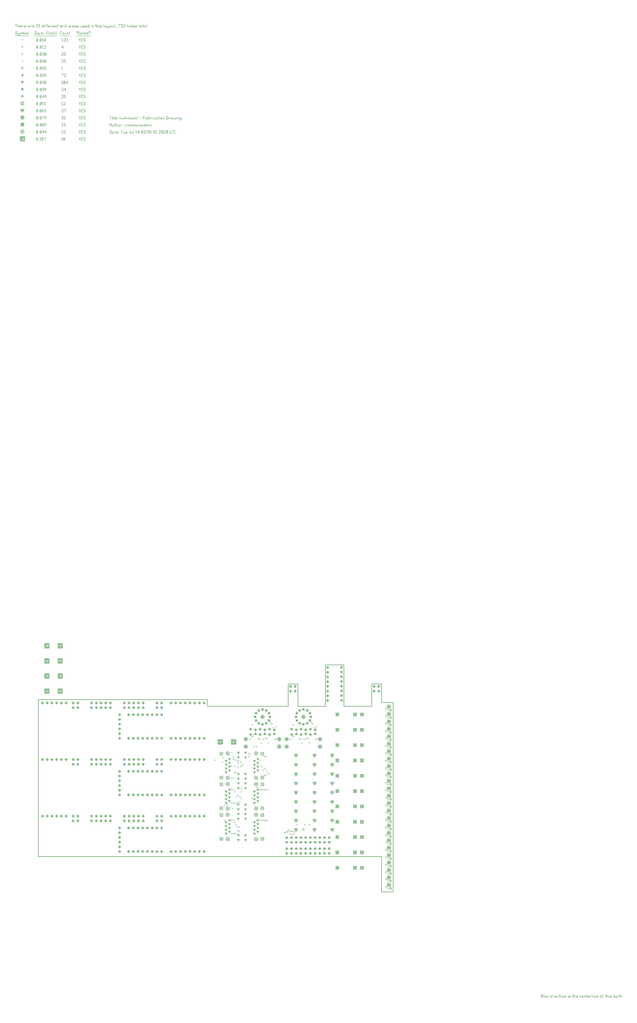
<source format=gbr>
G04 start of page 17 for group -3984 idx -3984 *
G04 Title: (unknown), fab *
G04 Creator: pcb 4.2.0 *
G04 CreationDate: Tue Jul 14 02:55:31 2020 UTC *
G04 For: commonadmin *
G04 Format: Gerber/RS-274X *
G04 PCB-Dimensions (mil): 24000.00 18000.00 *
G04 PCB-Coordinate-Origin: lower left *
%MOIN*%
%FSLAX25Y25*%
%LNFAB*%
%ADD284C,0.0100*%
%ADD283C,0.0075*%
%ADD282C,0.0060*%
%ADD281R,0.0080X0.0080*%
G54D281*X432652Y533883D02*X435852D01*
X432652D02*Y530683D01*
X435852D01*
Y533883D02*Y530683D01*
X431052Y535483D02*X437452D01*
X431052D02*Y529083D01*
X437452D01*
Y535483D02*Y529083D01*
X429452Y537083D02*X439052D01*
X429452D02*Y527483D01*
X439052D01*
Y537083D02*Y527483D01*
X460998Y533883D02*X464198D01*
X460998D02*Y530683D01*
X464198D01*
Y533883D02*Y530683D01*
X459398Y535483D02*X465798D01*
X459398D02*Y529083D01*
X465798D01*
Y535483D02*Y529083D01*
X457798Y537083D02*X467398D01*
X457798D02*Y527483D01*
X467398D01*
Y537083D02*Y527483D01*
X65054Y737600D02*X68254D01*
X65054D02*Y734400D01*
X68254D01*
Y737600D02*Y734400D01*
X63454Y739200D02*X69854D01*
X63454D02*Y732800D01*
X69854D01*
Y739200D02*Y732800D01*
X61854Y740800D02*X71454D01*
X61854D02*Y731200D01*
X71454D01*
Y740800D02*Y731200D01*
X93400Y737600D02*X96600D01*
X93400D02*Y734400D01*
X96600D01*
Y737600D02*Y734400D01*
X91800Y739200D02*X98200D01*
X91800D02*Y732800D01*
X98200D01*
Y739200D02*Y732800D01*
X90200Y740800D02*X99800D01*
X90200D02*Y731200D01*
X99800D01*
Y740800D02*Y731200D01*
X65054Y705600D02*X68254D01*
X65054D02*Y702400D01*
X68254D01*
Y705600D02*Y702400D01*
X63454Y707200D02*X69854D01*
X63454D02*Y700800D01*
X69854D01*
Y707200D02*Y700800D01*
X61854Y708800D02*X71454D01*
X61854D02*Y699200D01*
X71454D01*
Y708800D02*Y699200D01*
X93400Y705600D02*X96600D01*
X93400D02*Y702400D01*
X96600D01*
Y705600D02*Y702400D01*
X91800Y707200D02*X98200D01*
X91800D02*Y700800D01*
X98200D01*
Y707200D02*Y700800D01*
X90200Y708800D02*X99800D01*
X90200D02*Y699200D01*
X99800D01*
Y708800D02*Y699200D01*
X65054Y673600D02*X68254D01*
X65054D02*Y670400D01*
X68254D01*
Y673600D02*Y670400D01*
X63454Y675200D02*X69854D01*
X63454D02*Y668800D01*
X69854D01*
Y675200D02*Y668800D01*
X61854Y676800D02*X71454D01*
X61854D02*Y667200D01*
X71454D01*
Y676800D02*Y667200D01*
X93400Y673600D02*X96600D01*
X93400D02*Y670400D01*
X96600D01*
Y673600D02*Y670400D01*
X91800Y675200D02*X98200D01*
X91800D02*Y668800D01*
X98200D01*
Y675200D02*Y668800D01*
X90200Y676800D02*X99800D01*
X90200D02*Y667200D01*
X99800D01*
Y676800D02*Y667200D01*
X65054Y641600D02*X68254D01*
X65054D02*Y638400D01*
X68254D01*
Y641600D02*Y638400D01*
X63454Y643200D02*X69854D01*
X63454D02*Y636800D01*
X69854D01*
Y643200D02*Y636800D01*
X61854Y644800D02*X71454D01*
X61854D02*Y635200D01*
X71454D01*
Y644800D02*Y635200D01*
X93400Y641600D02*X96600D01*
X93400D02*Y638400D01*
X96600D01*
Y641600D02*Y638400D01*
X91800Y643200D02*X98200D01*
X91800D02*Y636800D01*
X98200D01*
Y643200D02*Y636800D01*
X90200Y644800D02*X99800D01*
X90200D02*Y635200D01*
X99800D01*
Y644800D02*Y635200D01*
X13400Y1812850D02*X16600D01*
X13400D02*Y1809650D01*
X16600D01*
Y1812850D02*Y1809650D01*
X11800Y1814450D02*X18200D01*
X11800D02*Y1808050D01*
X18200D01*
Y1814450D02*Y1808050D01*
X10200Y1816050D02*X19800D01*
X10200D02*Y1806450D01*
X19800D01*
Y1816050D02*Y1806450D01*
G54D282*X135000Y1813500D02*X136500Y1810500D01*
X138000Y1813500D01*
X136500Y1810500D02*Y1807500D01*
X139800Y1810800D02*X142050D01*
X139800Y1807500D02*X142800D01*
X139800Y1813500D02*Y1807500D01*
Y1813500D02*X142800D01*
X147600D02*X148350Y1812750D01*
X145350Y1813500D02*X147600D01*
X144600Y1812750D02*X145350Y1813500D01*
X144600Y1812750D02*Y1811250D01*
X145350Y1810500D01*
X147600D01*
X148350Y1809750D01*
Y1808250D01*
X147600Y1807500D02*X148350Y1808250D01*
X145350Y1807500D02*X147600D01*
X144600Y1808250D02*X145350Y1807500D01*
X98000Y1812300D02*X99200Y1813500D01*
Y1807500D01*
X98000D02*X100250D01*
X102050Y1808250D02*X102800Y1807500D01*
X102050Y1812750D02*Y1808250D01*
Y1812750D02*X102800Y1813500D01*
X104300D01*
X105050Y1812750D01*
Y1808250D01*
X104300Y1807500D02*X105050Y1808250D01*
X102800Y1807500D02*X104300D01*
X102050Y1809000D02*X105050Y1812000D01*
X45000Y1808250D02*X45750Y1807500D01*
X45000Y1812750D02*Y1808250D01*
Y1812750D02*X45750Y1813500D01*
X47250D01*
X48000Y1812750D01*
Y1808250D01*
X47250Y1807500D02*X48000Y1808250D01*
X45750Y1807500D02*X47250D01*
X45000Y1809000D02*X48000Y1812000D01*
X49800Y1807500D02*X50550D01*
X52350Y1812300D02*X53550Y1813500D01*
Y1807500D01*
X52350D02*X54600D01*
X56400Y1808250D02*X57150Y1807500D01*
X56400Y1809450D02*Y1808250D01*
Y1809450D02*X57450Y1810500D01*
X58350D01*
X59400Y1809450D01*
Y1808250D01*
X58650Y1807500D02*X59400Y1808250D01*
X57150Y1807500D02*X58650D01*
X56400Y1811550D02*X57450Y1810500D01*
X56400Y1812750D02*Y1811550D01*
Y1812750D02*X57150Y1813500D01*
X58650D01*
X59400Y1812750D01*
Y1811550D01*
X58350Y1810500D02*X59400Y1811550D01*
X61950Y1807500D02*X64950Y1813500D01*
X61200D02*X64950D01*
X509200Y377969D02*G75*G03X510800Y377969I800J0D01*G01*
G75*G03X509200Y377969I-800J0D01*G01*
X507600D02*G75*G03X512400Y377969I2400J0D01*G01*
G75*G03X507600Y377969I-2400J0D01*G01*
X506000D02*G75*G03X514000Y377969I4000J0D01*G01*
G75*G03X506000Y377969I-4000J0D01*G01*
X509200Y326000D02*G75*G03X510800Y326000I800J0D01*G01*
G75*G03X509200Y326000I-800J0D01*G01*
X507600D02*G75*G03X512400Y326000I2400J0D01*G01*
G75*G03X507600Y326000I-2400J0D01*G01*
X506000D02*G75*G03X514000Y326000I4000J0D01*G01*
G75*G03X506000Y326000I-4000J0D01*G01*
X509200Y507969D02*G75*G03X510800Y507969I800J0D01*G01*
G75*G03X509200Y507969I-800J0D01*G01*
X507600D02*G75*G03X512400Y507969I2400J0D01*G01*
G75*G03X507600Y507969I-2400J0D01*G01*
X506000D02*G75*G03X514000Y507969I4000J0D01*G01*
G75*G03X506000Y507969I-4000J0D01*G01*
X509200Y456000D02*G75*G03X510800Y456000I800J0D01*G01*
G75*G03X509200Y456000I-800J0D01*G01*
X507600D02*G75*G03X512400Y456000I2400J0D01*G01*
G75*G03X507600Y456000I-2400J0D01*G01*
X506000D02*G75*G03X514000Y456000I4000J0D01*G01*
G75*G03X506000Y456000I-4000J0D01*G01*
X509200Y442969D02*G75*G03X510800Y442969I800J0D01*G01*
G75*G03X509200Y442969I-800J0D01*G01*
X507600D02*G75*G03X512400Y442969I2400J0D01*G01*
G75*G03X507600Y442969I-2400J0D01*G01*
X506000D02*G75*G03X514000Y442969I4000J0D01*G01*
G75*G03X506000Y442969I-4000J0D01*G01*
X509200Y391000D02*G75*G03X510800Y391000I800J0D01*G01*
G75*G03X509200Y391000I-800J0D01*G01*
X507600D02*G75*G03X512400Y391000I2400J0D01*G01*
G75*G03X507600Y391000I-2400J0D01*G01*
X506000D02*G75*G03X514000Y391000I4000J0D01*G01*
G75*G03X506000Y391000I-4000J0D01*G01*
X449200Y326000D02*G75*G03X450800Y326000I800J0D01*G01*
G75*G03X449200Y326000I-800J0D01*G01*
X447600D02*G75*G03X452400Y326000I2400J0D01*G01*
G75*G03X447600Y326000I-2400J0D01*G01*
X446000D02*G75*G03X454000Y326000I4000J0D01*G01*
G75*G03X446000Y326000I-4000J0D01*G01*
X449200Y377969D02*G75*G03X450800Y377969I800J0D01*G01*
G75*G03X449200Y377969I-800J0D01*G01*
X447600D02*G75*G03X452400Y377969I2400J0D01*G01*
G75*G03X447600Y377969I-2400J0D01*G01*
X446000D02*G75*G03X454000Y377969I4000J0D01*G01*
G75*G03X446000Y377969I-4000J0D01*G01*
X449200Y456000D02*G75*G03X450800Y456000I800J0D01*G01*
G75*G03X449200Y456000I-800J0D01*G01*
X447600D02*G75*G03X452400Y456000I2400J0D01*G01*
G75*G03X447600Y456000I-2400J0D01*G01*
X446000D02*G75*G03X454000Y456000I4000J0D01*G01*
G75*G03X446000Y456000I-4000J0D01*G01*
X449200Y507969D02*G75*G03X450800Y507969I800J0D01*G01*
G75*G03X449200Y507969I-800J0D01*G01*
X447600D02*G75*G03X452400Y507969I2400J0D01*G01*
G75*G03X447600Y507969I-2400J0D01*G01*
X446000D02*G75*G03X454000Y507969I4000J0D01*G01*
G75*G03X446000Y507969I-4000J0D01*G01*
X449200Y391000D02*G75*G03X450800Y391000I800J0D01*G01*
G75*G03X449200Y391000I-800J0D01*G01*
X447600D02*G75*G03X452400Y391000I2400J0D01*G01*
G75*G03X447600Y391000I-2400J0D01*G01*
X446000D02*G75*G03X454000Y391000I4000J0D01*G01*
G75*G03X446000Y391000I-4000J0D01*G01*
X449200Y442969D02*G75*G03X450800Y442969I800J0D01*G01*
G75*G03X449200Y442969I-800J0D01*G01*
X447600D02*G75*G03X452400Y442969I2400J0D01*G01*
G75*G03X447600Y442969I-2400J0D01*G01*
X446000D02*G75*G03X454000Y442969I4000J0D01*G01*
G75*G03X446000Y442969I-4000J0D01*G01*
X14200Y1826250D02*G75*G03X15800Y1826250I800J0D01*G01*
G75*G03X14200Y1826250I-800J0D01*G01*
X12600D02*G75*G03X17400Y1826250I2400J0D01*G01*
G75*G03X12600Y1826250I-2400J0D01*G01*
X11000D02*G75*G03X19000Y1826250I4000J0D01*G01*
G75*G03X11000Y1826250I-4000J0D01*G01*
X135000Y1828500D02*X136500Y1825500D01*
X138000Y1828500D01*
X136500Y1825500D02*Y1822500D01*
X139800Y1825800D02*X142050D01*
X139800Y1822500D02*X142800D01*
X139800Y1828500D02*Y1822500D01*
Y1828500D02*X142800D01*
X147600D02*X148350Y1827750D01*
X145350Y1828500D02*X147600D01*
X144600Y1827750D02*X145350Y1828500D01*
X144600Y1827750D02*Y1826250D01*
X145350Y1825500D01*
X147600D01*
X148350Y1824750D01*
Y1823250D01*
X147600Y1822500D02*X148350Y1823250D01*
X145350Y1822500D02*X147600D01*
X144600Y1823250D02*X145350Y1822500D01*
X98000Y1827300D02*X99200Y1828500D01*
Y1822500D01*
X98000D02*X100250D01*
X102050Y1827750D02*X102800Y1828500D01*
X105050D01*
X105800Y1827750D01*
Y1826250D01*
X102050Y1822500D02*X105800Y1826250D01*
X102050Y1822500D02*X105800D01*
X45000Y1823250D02*X45750Y1822500D01*
X45000Y1827750D02*Y1823250D01*
Y1827750D02*X45750Y1828500D01*
X47250D01*
X48000Y1827750D01*
Y1823250D01*
X47250Y1822500D02*X48000Y1823250D01*
X45750Y1822500D02*X47250D01*
X45000Y1824000D02*X48000Y1827000D01*
X49800Y1822500D02*X50550D01*
X52350Y1823250D02*X53100Y1822500D01*
X52350Y1827750D02*Y1823250D01*
Y1827750D02*X53100Y1828500D01*
X54600D01*
X55350Y1827750D01*
Y1823250D01*
X54600Y1822500D02*X55350Y1823250D01*
X53100Y1822500D02*X54600D01*
X52350Y1824000D02*X55350Y1827000D01*
X57900Y1822500D02*X60150Y1825500D01*
Y1827750D02*Y1825500D01*
X59400Y1828500D02*X60150Y1827750D01*
X57900Y1828500D02*X59400D01*
X57150Y1827750D02*X57900Y1828500D01*
X57150Y1827750D02*Y1826250D01*
X57900Y1825500D01*
X60150D01*
X61950Y1824750D02*X64950Y1828500D01*
X61950Y1824750D02*X65700D01*
X64950Y1828500D02*Y1822500D01*
X730652Y334053D02*X737852Y326853D01*
X730652D02*X737852Y334053D01*
X732652Y332053D02*X735852D01*
X732652D02*Y328853D01*
X735852D01*
Y332053D02*Y328853D01*
X731052Y333653D02*X737452D01*
X731052D02*Y327253D01*
X737452D01*
Y333653D02*Y327253D01*
X730652Y366553D02*X737852Y359353D01*
X730652D02*X737852Y366553D01*
X732652Y364553D02*X735852D01*
X732652D02*Y361353D01*
X735852D01*
Y364553D02*Y361353D01*
X731052Y366153D02*X737452D01*
X731052D02*Y359753D01*
X737452D01*
Y366153D02*Y359753D01*
X730652Y399053D02*X737852Y391853D01*
X730652D02*X737852Y399053D01*
X732652Y397053D02*X735852D01*
X732652D02*Y393853D01*
X735852D01*
Y397053D02*Y393853D01*
X731052Y398653D02*X737452D01*
X731052D02*Y392253D01*
X737452D01*
Y398653D02*Y392253D01*
X730652Y431553D02*X737852Y424353D01*
X730652D02*X737852Y431553D01*
X732652Y429553D02*X735852D01*
X732652D02*Y426353D01*
X735852D01*
Y429553D02*Y426353D01*
X731052Y431153D02*X737452D01*
X731052D02*Y424753D01*
X737452D01*
Y431153D02*Y424753D01*
X730652Y464053D02*X737852Y456853D01*
X730652D02*X737852Y464053D01*
X732652Y462053D02*X735852D01*
X732652D02*Y458853D01*
X735852D01*
Y462053D02*Y458853D01*
X731052Y463653D02*X737452D01*
X731052D02*Y457253D01*
X737452D01*
Y463653D02*Y457253D01*
X730652Y496553D02*X737852Y489353D01*
X730652D02*X737852Y496553D01*
X732652Y494553D02*X735852D01*
X732652D02*Y491353D01*
X735852D01*
Y494553D02*Y491353D01*
X731052Y496153D02*X737452D01*
X731052D02*Y489753D01*
X737452D01*
Y496153D02*Y489753D01*
X730652Y529053D02*X737852Y521853D01*
X730652D02*X737852Y529053D01*
X732652Y527053D02*X735852D01*
X732652D02*Y523853D01*
X735852D01*
Y527053D02*Y523853D01*
X731052Y528653D02*X737452D01*
X731052D02*Y522253D01*
X737452D01*
Y528653D02*Y522253D01*
X730652Y561553D02*X737852Y554353D01*
X730652D02*X737852Y561553D01*
X732652Y559553D02*X735852D01*
X732652D02*Y556353D01*
X735852D01*
Y559553D02*Y556353D01*
X731052Y561153D02*X737452D01*
X731052D02*Y554753D01*
X737452D01*
Y561153D02*Y554753D01*
X730652Y594053D02*X737852Y586853D01*
X730652D02*X737852Y594053D01*
X732652Y592053D02*X735852D01*
X732652D02*Y588853D01*
X735852D01*
Y592053D02*Y588853D01*
X731052Y593653D02*X737452D01*
X731052D02*Y587253D01*
X737452D01*
Y593653D02*Y587253D01*
X730652Y301553D02*X737852Y294353D01*
X730652D02*X737852Y301553D01*
X732652Y299553D02*X735852D01*
X732652D02*Y296353D01*
X735852D01*
Y299553D02*Y296353D01*
X731052Y301153D02*X737452D01*
X731052D02*Y294753D01*
X737452D01*
Y301153D02*Y294753D01*
X730652Y269053D02*X737852Y261853D01*
X730652D02*X737852Y269053D01*
X732652Y267053D02*X735852D01*
X732652D02*Y263853D01*
X735852D01*
Y267053D02*Y263853D01*
X731052Y268653D02*X737452D01*
X731052D02*Y262253D01*
X737452D01*
Y268653D02*Y262253D01*
X678487Y334131D02*X685687Y326931D01*
X678487D02*X685687Y334131D01*
X680487Y332131D02*X683687D01*
X680487D02*Y328931D01*
X683687D01*
Y332131D02*Y328931D01*
X678887Y333731D02*X685287D01*
X678887D02*Y327331D01*
X685287D01*
Y333731D02*Y327331D01*
X678487Y366631D02*X685687Y359431D01*
X678487D02*X685687Y366631D01*
X680487Y364631D02*X683687D01*
X680487D02*Y361431D01*
X683687D01*
Y364631D02*Y361431D01*
X678887Y366231D02*X685287D01*
X678887D02*Y359831D01*
X685287D01*
Y366231D02*Y359831D01*
X678487Y399131D02*X685687Y391931D01*
X678487D02*X685687Y399131D01*
X680487Y397131D02*X683687D01*
X680487D02*Y393931D01*
X683687D01*
Y397131D02*Y393931D01*
X678887Y398731D02*X685287D01*
X678887D02*Y392331D01*
X685287D01*
Y398731D02*Y392331D01*
X678487Y431631D02*X685687Y424431D01*
X678487D02*X685687Y431631D01*
X680487Y429631D02*X683687D01*
X680487D02*Y426431D01*
X683687D01*
Y429631D02*Y426431D01*
X678887Y431231D02*X685287D01*
X678887D02*Y424831D01*
X685287D01*
Y431231D02*Y424831D01*
X678487Y464131D02*X685687Y456931D01*
X678487D02*X685687Y464131D01*
X680487Y462131D02*X683687D01*
X680487D02*Y458931D01*
X683687D01*
Y462131D02*Y458931D01*
X678887Y463731D02*X685287D01*
X678887D02*Y457331D01*
X685287D01*
Y463731D02*Y457331D01*
X678487Y496631D02*X685687Y489431D01*
X678487D02*X685687Y496631D01*
X680487Y494631D02*X683687D01*
X680487D02*Y491431D01*
X683687D01*
Y494631D02*Y491431D01*
X678887Y496231D02*X685287D01*
X678887D02*Y489831D01*
X685287D01*
Y496231D02*Y489831D01*
X678487Y529131D02*X685687Y521931D01*
X678487D02*X685687Y529131D01*
X680487Y527131D02*X683687D01*
X680487D02*Y523931D01*
X683687D01*
Y527131D02*Y523931D01*
X678887Y528731D02*X685287D01*
X678887D02*Y522331D01*
X685287D01*
Y528731D02*Y522331D01*
X678487Y561631D02*X685687Y554431D01*
X678487D02*X685687Y561631D01*
X680487Y559631D02*X683687D01*
X680487D02*Y556431D01*
X683687D01*
Y559631D02*Y556431D01*
X678887Y561231D02*X685287D01*
X678887D02*Y554831D01*
X685287D01*
Y561231D02*Y554831D01*
X678487Y594131D02*X685687Y586931D01*
X678487D02*X685687Y594131D01*
X680487Y592131D02*X683687D01*
X680487D02*Y588931D01*
X683687D01*
Y592131D02*Y588931D01*
X678887Y593731D02*X685287D01*
X678887D02*Y587331D01*
X685287D01*
Y593731D02*Y587331D01*
X678487Y301631D02*X685687Y294431D01*
X678487D02*X685687Y301631D01*
X680487Y299631D02*X683687D01*
X680487D02*Y296431D01*
X683687D01*
Y299631D02*Y296431D01*
X678887Y301231D02*X685287D01*
X678887D02*Y294831D01*
X685287D01*
Y301231D02*Y294831D01*
X678487Y269131D02*X685687Y261931D01*
X678487D02*X685687Y269131D01*
X680487Y267131D02*X683687D01*
X680487D02*Y263931D01*
X683687D01*
Y267131D02*Y263931D01*
X678887Y268731D02*X685287D01*
X678887D02*Y262331D01*
X685287D01*
Y268731D02*Y262331D01*
X715888Y334053D02*X723088Y326853D01*
X715888D02*X723088Y334053D01*
X717888Y332053D02*X721088D01*
X717888D02*Y328853D01*
X721088D01*
Y332053D02*Y328853D01*
X716288Y333653D02*X722688D01*
X716288D02*Y327253D01*
X722688D01*
Y333653D02*Y327253D01*
X715888Y366553D02*X723088Y359353D01*
X715888D02*X723088Y366553D01*
X717888Y364553D02*X721088D01*
X717888D02*Y361353D01*
X721088D01*
Y364553D02*Y361353D01*
X716288Y366153D02*X722688D01*
X716288D02*Y359753D01*
X722688D01*
Y366153D02*Y359753D01*
X715888Y399053D02*X723088Y391853D01*
X715888D02*X723088Y399053D01*
X717888Y397053D02*X721088D01*
X717888D02*Y393853D01*
X721088D01*
Y397053D02*Y393853D01*
X716288Y398653D02*X722688D01*
X716288D02*Y392253D01*
X722688D01*
Y398653D02*Y392253D01*
X715888Y431553D02*X723088Y424353D01*
X715888D02*X723088Y431553D01*
X717888Y429553D02*X721088D01*
X717888D02*Y426353D01*
X721088D01*
Y429553D02*Y426353D01*
X716288Y431153D02*X722688D01*
X716288D02*Y424753D01*
X722688D01*
Y431153D02*Y424753D01*
X715888Y464053D02*X723088Y456853D01*
X715888D02*X723088Y464053D01*
X717888Y462053D02*X721088D01*
X717888D02*Y458853D01*
X721088D01*
Y462053D02*Y458853D01*
X716288Y463653D02*X722688D01*
X716288D02*Y457253D01*
X722688D01*
Y463653D02*Y457253D01*
X715888Y496553D02*X723088Y489353D01*
X715888D02*X723088Y496553D01*
X717888Y494553D02*X721088D01*
X717888D02*Y491353D01*
X721088D01*
Y494553D02*Y491353D01*
X716288Y496153D02*X722688D01*
X716288D02*Y489753D01*
X722688D01*
Y496153D02*Y489753D01*
X715888Y529053D02*X723088Y521853D01*
X715888D02*X723088Y529053D01*
X717888Y527053D02*X721088D01*
X717888D02*Y523853D01*
X721088D01*
Y527053D02*Y523853D01*
X716288Y528653D02*X722688D01*
X716288D02*Y522253D01*
X722688D01*
Y528653D02*Y522253D01*
X715888Y561553D02*X723088Y554353D01*
X715888D02*X723088Y561553D01*
X717888Y559553D02*X721088D01*
X717888D02*Y556353D01*
X721088D01*
Y559553D02*Y556353D01*
X716288Y561153D02*X722688D01*
X716288D02*Y554753D01*
X722688D01*
Y561153D02*Y554753D01*
X715888Y594053D02*X723088Y586853D01*
X715888D02*X723088Y594053D01*
X717888Y592053D02*X721088D01*
X717888D02*Y588853D01*
X721088D01*
Y592053D02*Y588853D01*
X716288Y593653D02*X722688D01*
X716288D02*Y587253D01*
X722688D01*
Y593653D02*Y587253D01*
X715888Y301553D02*X723088Y294353D01*
X715888D02*X723088Y301553D01*
X717888Y299553D02*X721088D01*
X717888D02*Y296353D01*
X721088D01*
Y299553D02*Y296353D01*
X716288Y301153D02*X722688D01*
X716288D02*Y294753D01*
X722688D01*
Y301153D02*Y294753D01*
X715888Y269053D02*X723088Y261853D01*
X715888D02*X723088Y269053D01*
X717888Y267053D02*X721088D01*
X717888D02*Y263853D01*
X721088D01*
Y267053D02*Y263853D01*
X716288Y268653D02*X722688D01*
X716288D02*Y262253D01*
X722688D01*
Y268653D02*Y262253D01*
X11400Y1844850D02*X18600Y1837650D01*
X11400D02*X18600Y1844850D01*
X13400Y1842850D02*X16600D01*
X13400D02*Y1839650D01*
X16600D01*
Y1842850D02*Y1839650D01*
X11800Y1844450D02*X18200D01*
X11800D02*Y1838050D01*
X18200D01*
Y1844450D02*Y1838050D01*
X135000Y1843500D02*X136500Y1840500D01*
X138000Y1843500D01*
X136500Y1840500D02*Y1837500D01*
X139800Y1840800D02*X142050D01*
X139800Y1837500D02*X142800D01*
X139800Y1843500D02*Y1837500D01*
Y1843500D02*X142800D01*
X147600D02*X148350Y1842750D01*
X145350Y1843500D02*X147600D01*
X144600Y1842750D02*X145350Y1843500D01*
X144600Y1842750D02*Y1841250D01*
X145350Y1840500D01*
X147600D01*
X148350Y1839750D01*
Y1838250D01*
X147600Y1837500D02*X148350Y1838250D01*
X145350Y1837500D02*X147600D01*
X144600Y1838250D02*X145350Y1837500D01*
X98000Y1842750D02*X98750Y1843500D01*
X100250D01*
X101000Y1842750D01*
X100250Y1837500D02*X101000Y1838250D01*
X98750Y1837500D02*X100250D01*
X98000Y1838250D02*X98750Y1837500D01*
Y1840800D02*X100250D01*
X101000Y1842750D02*Y1841550D01*
Y1840050D02*Y1838250D01*
Y1840050D02*X100250Y1840800D01*
X101000Y1841550D02*X100250Y1840800D01*
X102800Y1842750D02*X103550Y1843500D01*
X105050D01*
X105800Y1842750D01*
X105050Y1837500D02*X105800Y1838250D01*
X103550Y1837500D02*X105050D01*
X102800Y1838250D02*X103550Y1837500D01*
Y1840800D02*X105050D01*
X105800Y1842750D02*Y1841550D01*
Y1840050D02*Y1838250D01*
Y1840050D02*X105050Y1840800D01*
X105800Y1841550D02*X105050Y1840800D01*
X45000Y1838250D02*X45750Y1837500D01*
X45000Y1842750D02*Y1838250D01*
Y1842750D02*X45750Y1843500D01*
X47250D01*
X48000Y1842750D01*
Y1838250D01*
X47250Y1837500D02*X48000Y1838250D01*
X45750Y1837500D02*X47250D01*
X45000Y1839000D02*X48000Y1842000D01*
X49800Y1837500D02*X50550D01*
X52350Y1838250D02*X53100Y1837500D01*
X52350Y1842750D02*Y1838250D01*
Y1842750D02*X53100Y1843500D01*
X54600D01*
X55350Y1842750D01*
Y1838250D01*
X54600Y1837500D02*X55350Y1838250D01*
X53100Y1837500D02*X54600D01*
X52350Y1839000D02*X55350Y1842000D01*
X57150Y1838250D02*X57900Y1837500D01*
X57150Y1839450D02*Y1838250D01*
Y1839450D02*X58200Y1840500D01*
X59100D01*
X60150Y1839450D01*
Y1838250D01*
X59400Y1837500D02*X60150Y1838250D01*
X57900Y1837500D02*X59400D01*
X57150Y1841550D02*X58200Y1840500D01*
X57150Y1842750D02*Y1841550D01*
Y1842750D02*X57900Y1843500D01*
X59400D01*
X60150Y1842750D01*
Y1841550D01*
X59100Y1840500D02*X60150Y1841550D01*
X62700Y1837500D02*X64950Y1840500D01*
Y1842750D02*Y1840500D01*
X64200Y1843500D02*X64950Y1842750D01*
X62700Y1843500D02*X64200D01*
X61950Y1842750D02*X62700Y1843500D01*
X61950Y1842750D02*Y1841250D01*
X62700Y1840500D01*
X64950D01*
X791339Y611887D02*Y602287D01*
X786539Y607087D02*X796139D01*
X789739Y608687D02*X792939D01*
X789739D02*Y605487D01*
X792939D01*
Y608687D02*Y605487D01*
X788139Y610287D02*X794539D01*
X788139D02*Y603887D01*
X794539D01*
Y610287D02*Y603887D01*
X791339Y596139D02*Y586539D01*
X786539Y591339D02*X796139D01*
X789739Y592939D02*X792939D01*
X789739D02*Y589739D01*
X792939D01*
Y592939D02*Y589739D01*
X788139Y594539D02*X794539D01*
X788139D02*Y588139D01*
X794539D01*
Y594539D02*Y588139D01*
X791339Y580391D02*Y570791D01*
X786539Y575591D02*X796139D01*
X789739Y577191D02*X792939D01*
X789739D02*Y573991D01*
X792939D01*
Y577191D02*Y573991D01*
X788139Y578791D02*X794539D01*
X788139D02*Y572391D01*
X794539D01*
Y578791D02*Y572391D01*
X791339Y564643D02*Y555043D01*
X786539Y559843D02*X796139D01*
X789739Y561443D02*X792939D01*
X789739D02*Y558243D01*
X792939D01*
Y561443D02*Y558243D01*
X788139Y563043D02*X794539D01*
X788139D02*Y556643D01*
X794539D01*
Y563043D02*Y556643D01*
X791339Y233934D02*Y224334D01*
X786539Y229134D02*X796139D01*
X789739Y230734D02*X792939D01*
X789739D02*Y227534D01*
X792939D01*
Y230734D02*Y227534D01*
X788139Y232334D02*X794539D01*
X788139D02*Y225934D01*
X794539D01*
Y232334D02*Y225934D01*
X791339Y375666D02*Y366066D01*
X786539Y370866D02*X796139D01*
X789739Y372466D02*X792939D01*
X789739D02*Y369266D01*
X792939D01*
Y372466D02*Y369266D01*
X788139Y374066D02*X794539D01*
X788139D02*Y367666D01*
X794539D01*
Y374066D02*Y367666D01*
X791339Y359918D02*Y350318D01*
X786539Y355118D02*X796139D01*
X789739Y356718D02*X792939D01*
X789739D02*Y353518D01*
X792939D01*
Y356718D02*Y353518D01*
X788139Y358318D02*X794539D01*
X788139D02*Y351918D01*
X794539D01*
Y358318D02*Y351918D01*
X791339Y344170D02*Y334570D01*
X786539Y339370D02*X796139D01*
X789739Y340970D02*X792939D01*
X789739D02*Y337770D01*
X792939D01*
Y340970D02*Y337770D01*
X788139Y342570D02*X794539D01*
X788139D02*Y336170D01*
X794539D01*
Y342570D02*Y336170D01*
X791339Y485902D02*Y476302D01*
X786539Y481102D02*X796139D01*
X789739Y482702D02*X792939D01*
X789739D02*Y479502D01*
X792939D01*
Y482702D02*Y479502D01*
X788139Y484302D02*X794539D01*
X788139D02*Y477902D01*
X794539D01*
Y484302D02*Y477902D01*
X791339Y470154D02*Y460554D01*
X786539Y465354D02*X796139D01*
X789739Y466954D02*X792939D01*
X789739D02*Y463754D01*
X792939D01*
Y466954D02*Y463754D01*
X788139Y468554D02*X794539D01*
X788139D02*Y462154D01*
X794539D01*
Y468554D02*Y462154D01*
X791339Y454406D02*Y444806D01*
X786539Y449606D02*X796139D01*
X789739Y451206D02*X792939D01*
X789739D02*Y448006D01*
X792939D01*
Y451206D02*Y448006D01*
X788139Y452806D02*X794539D01*
X788139D02*Y446406D01*
X794539D01*
Y452806D02*Y446406D01*
X791339Y438658D02*Y429058D01*
X786539Y433858D02*X796139D01*
X789739Y435458D02*X792939D01*
X789739D02*Y432258D01*
X792939D01*
Y435458D02*Y432258D01*
X788139Y437058D02*X794539D01*
X788139D02*Y430658D01*
X794539D01*
Y437058D02*Y430658D01*
X791339Y422910D02*Y413310D01*
X786539Y418110D02*X796139D01*
X789739Y419710D02*X792939D01*
X789739D02*Y416510D01*
X792939D01*
Y419710D02*Y416510D01*
X788139Y421310D02*X794539D01*
X788139D02*Y414910D01*
X794539D01*
Y421310D02*Y414910D01*
X791339Y407162D02*Y397562D01*
X786539Y402362D02*X796139D01*
X789739Y403962D02*X792939D01*
X789739D02*Y400762D01*
X792939D01*
Y403962D02*Y400762D01*
X788139Y405562D02*X794539D01*
X788139D02*Y399162D01*
X794539D01*
Y405562D02*Y399162D01*
X791339Y328422D02*Y318822D01*
X786539Y323622D02*X796139D01*
X789739Y325222D02*X792939D01*
X789739D02*Y322022D01*
X792939D01*
Y325222D02*Y322022D01*
X788139Y326822D02*X794539D01*
X788139D02*Y320422D01*
X794539D01*
Y326822D02*Y320422D01*
X791339Y312674D02*Y303074D01*
X786539Y307874D02*X796139D01*
X789739Y309474D02*X792939D01*
X789739D02*Y306274D01*
X792939D01*
Y309474D02*Y306274D01*
X788139Y311074D02*X794539D01*
X788139D02*Y304674D01*
X794539D01*
Y311074D02*Y304674D01*
X791339Y296926D02*Y287326D01*
X786539Y292126D02*X796139D01*
X789739Y293726D02*X792939D01*
X789739D02*Y290526D01*
X792939D01*
Y293726D02*Y290526D01*
X788139Y295326D02*X794539D01*
X788139D02*Y288926D01*
X794539D01*
Y295326D02*Y288926D01*
X791339Y281178D02*Y271578D01*
X786539Y276378D02*X796139D01*
X789739Y277978D02*X792939D01*
X789739D02*Y274778D01*
X792939D01*
Y277978D02*Y274778D01*
X788139Y279578D02*X794539D01*
X788139D02*Y273178D01*
X794539D01*
Y279578D02*Y273178D01*
X791339Y265430D02*Y255830D01*
X786539Y260630D02*X796139D01*
X789739Y262230D02*X792939D01*
X789739D02*Y259030D01*
X792939D01*
Y262230D02*Y259030D01*
X788139Y263830D02*X794539D01*
X788139D02*Y257430D01*
X794539D01*
Y263830D02*Y257430D01*
X791339Y249682D02*Y240082D01*
X786539Y244882D02*X796139D01*
X789739Y246482D02*X792939D01*
X789739D02*Y243282D01*
X792939D01*
Y246482D02*Y243282D01*
X788139Y248082D02*X794539D01*
X788139D02*Y241682D01*
X794539D01*
Y248082D02*Y241682D01*
X791339Y391414D02*Y381814D01*
X786539Y386614D02*X796139D01*
X789739Y388214D02*X792939D01*
X789739D02*Y385014D01*
X792939D01*
Y388214D02*Y385014D01*
X788139Y389814D02*X794539D01*
X788139D02*Y383414D01*
X794539D01*
Y389814D02*Y383414D01*
X791339Y501650D02*Y492050D01*
X786539Y496850D02*X796139D01*
X789739Y498450D02*X792939D01*
X789739D02*Y495250D01*
X792939D01*
Y498450D02*Y495250D01*
X788139Y500050D02*X794539D01*
X788139D02*Y493650D01*
X794539D01*
Y500050D02*Y493650D01*
X791339Y517398D02*Y507798D01*
X786539Y512598D02*X796139D01*
X789739Y514198D02*X792939D01*
X789739D02*Y510998D01*
X792939D01*
Y514198D02*Y510998D01*
X788139Y515798D02*X794539D01*
X788139D02*Y509398D01*
X794539D01*
Y515798D02*Y509398D01*
X791339Y533146D02*Y523546D01*
X786539Y528346D02*X796139D01*
X789739Y529946D02*X792939D01*
X789739D02*Y526746D01*
X792939D01*
Y529946D02*Y526746D01*
X788139Y531546D02*X794539D01*
X788139D02*Y525146D01*
X794539D01*
Y531546D02*Y525146D01*
X791339Y548894D02*Y539294D01*
X786539Y544094D02*X796139D01*
X789739Y545694D02*X792939D01*
X789739D02*Y542494D01*
X792939D01*
Y545694D02*Y542494D01*
X788139Y547294D02*X794539D01*
X788139D02*Y540894D01*
X794539D01*
Y547294D02*Y540894D01*
X523622Y590233D02*Y580633D01*
X518822Y585433D02*X528422D01*
X522022Y587033D02*X525222D01*
X522022D02*Y583833D01*
X525222D01*
Y587033D02*Y583833D01*
X520422Y588633D02*X526822D01*
X520422D02*Y582233D01*
X526822D01*
Y588633D02*Y582233D01*
X488189Y527241D02*Y517641D01*
X483389Y522441D02*X492989D01*
X486589Y524041D02*X489789D01*
X486589D02*Y520841D01*
X489789D01*
Y524041D02*Y520841D01*
X484989Y525641D02*X491389D01*
X484989D02*Y519241D01*
X491389D01*
Y525641D02*Y519241D01*
X488189Y542989D02*Y533389D01*
X483389Y538189D02*X492989D01*
X486589Y539789D02*X489789D01*
X486589D02*Y536589D01*
X489789D01*
Y539789D02*Y536589D01*
X484989Y541389D02*X491389D01*
X484989D02*Y534989D01*
X491389D01*
Y541389D02*Y534989D01*
X559055Y542989D02*Y533389D01*
X554255Y538189D02*X563855D01*
X557455Y539789D02*X560655D01*
X557455D02*Y536589D01*
X560655D01*
Y539789D02*Y536589D01*
X555855Y541389D02*X562255D01*
X555855D02*Y534989D01*
X562255D01*
Y541389D02*Y534989D01*
X559055Y527241D02*Y517641D01*
X554255Y522441D02*X563855D01*
X557455Y524041D02*X560655D01*
X557455D02*Y520841D01*
X560655D01*
Y524041D02*Y520841D01*
X555855Y525641D02*X562255D01*
X555855D02*Y519241D01*
X562255D01*
Y525641D02*Y519241D01*
X574803Y527241D02*Y517641D01*
X570003Y522441D02*X579603D01*
X573203Y524041D02*X576403D01*
X573203D02*Y520841D01*
X576403D01*
Y524041D02*Y520841D01*
X571603Y525641D02*X578003D01*
X571603D02*Y519241D01*
X578003D01*
Y525641D02*Y519241D01*
X574803Y542989D02*Y533389D01*
X570003Y538189D02*X579603D01*
X573203Y539789D02*X576403D01*
X573203D02*Y536589D01*
X576403D01*
Y539789D02*Y536589D01*
X571603Y541389D02*X578003D01*
X571603D02*Y534989D01*
X578003D01*
Y541389D02*Y534989D01*
X645669Y542989D02*Y533389D01*
X640869Y538189D02*X650469D01*
X644069Y539789D02*X647269D01*
X644069D02*Y536589D01*
X647269D01*
Y539789D02*Y536589D01*
X642469Y541389D02*X648869D01*
X642469D02*Y534989D01*
X648869D01*
Y541389D02*Y534989D01*
X645669Y527241D02*Y517641D01*
X640869Y522441D02*X650469D01*
X644069Y524041D02*X647269D01*
X644069D02*Y520841D01*
X647269D01*
Y524041D02*Y520841D01*
X642469Y525641D02*X648869D01*
X642469D02*Y519241D01*
X648869D01*
Y525641D02*Y519241D01*
X610236Y590233D02*Y580633D01*
X605436Y585433D02*X615036D01*
X608636Y587033D02*X611836D01*
X608636D02*Y583833D01*
X611836D01*
Y587033D02*Y583833D01*
X607036Y588633D02*X613436D01*
X607036D02*Y582233D01*
X613436D01*
Y588633D02*Y582233D01*
X15000Y1861050D02*Y1851450D01*
X10200Y1856250D02*X19800D01*
X13400Y1857850D02*X16600D01*
X13400D02*Y1854650D01*
X16600D01*
Y1857850D02*Y1854650D01*
X11800Y1859450D02*X18200D01*
X11800D02*Y1853050D01*
X18200D01*
Y1859450D02*Y1853050D01*
X135000Y1858500D02*X136500Y1855500D01*
X138000Y1858500D01*
X136500Y1855500D02*Y1852500D01*
X139800Y1855800D02*X142050D01*
X139800Y1852500D02*X142800D01*
X139800Y1858500D02*Y1852500D01*
Y1858500D02*X142800D01*
X147600D02*X148350Y1857750D01*
X145350Y1858500D02*X147600D01*
X144600Y1857750D02*X145350Y1858500D01*
X144600Y1857750D02*Y1856250D01*
X145350Y1855500D01*
X147600D01*
X148350Y1854750D01*
Y1853250D01*
X147600Y1852500D02*X148350Y1853250D01*
X145350Y1852500D02*X147600D01*
X144600Y1853250D02*X145350Y1852500D01*
X98000Y1857750D02*X98750Y1858500D01*
X100250D01*
X101000Y1857750D01*
X100250Y1852500D02*X101000Y1853250D01*
X98750Y1852500D02*X100250D01*
X98000Y1853250D02*X98750Y1852500D01*
Y1855800D02*X100250D01*
X101000Y1857750D02*Y1856550D01*
Y1855050D02*Y1853250D01*
Y1855050D02*X100250Y1855800D01*
X101000Y1856550D02*X100250Y1855800D01*
X102800Y1858500D02*X105800D01*
X102800D02*Y1855500D01*
X103550Y1856250D01*
X105050D01*
X105800Y1855500D01*
Y1853250D01*
X105050Y1852500D02*X105800Y1853250D01*
X103550Y1852500D02*X105050D01*
X102800Y1853250D02*X103550Y1852500D01*
X45000Y1853250D02*X45750Y1852500D01*
X45000Y1857750D02*Y1853250D01*
Y1857750D02*X45750Y1858500D01*
X47250D01*
X48000Y1857750D01*
Y1853250D01*
X47250Y1852500D02*X48000Y1853250D01*
X45750Y1852500D02*X47250D01*
X45000Y1854000D02*X48000Y1857000D01*
X49800Y1852500D02*X50550D01*
X52350Y1853250D02*X53100Y1852500D01*
X52350Y1857750D02*Y1853250D01*
Y1857750D02*X53100Y1858500D01*
X54600D01*
X55350Y1857750D01*
Y1853250D01*
X54600Y1852500D02*X55350Y1853250D01*
X53100Y1852500D02*X54600D01*
X52350Y1854000D02*X55350Y1857000D01*
X57900Y1852500D02*X60900Y1858500D01*
X57150D02*X60900D01*
X63450Y1852500D02*X65700Y1855500D01*
Y1857750D02*Y1855500D01*
X64950Y1858500D02*X65700Y1857750D01*
X63450Y1858500D02*X64950D01*
X62700Y1857750D02*X63450Y1858500D01*
X62700Y1857750D02*Y1856250D01*
X63450Y1855500D01*
X65700D01*
X671260Y503740D02*Y498940D01*
Y503740D02*X675420Y506140D01*
X671260Y503740D02*X667100Y506140D01*
X669660Y503740D02*G75*G03X672860Y503740I1600J0D01*G01*
G75*G03X669660Y503740I-1600J0D01*G01*
X668060D02*G75*G03X674460Y503740I3200J0D01*G01*
G75*G03X668060Y503740I-3200J0D01*G01*
X671260Y484055D02*Y479255D01*
Y484055D02*X675420Y486455D01*
X671260Y484055D02*X667100Y486455D01*
X669660Y484055D02*G75*G03X672860Y484055I1600J0D01*G01*
G75*G03X669660Y484055I-1600J0D01*G01*
X668060D02*G75*G03X674460Y484055I3200J0D01*G01*
G75*G03X668060Y484055I-3200J0D01*G01*
X671260Y464370D02*Y459570D01*
Y464370D02*X675420Y466770D01*
X671260Y464370D02*X667100Y466770D01*
X669660Y464370D02*G75*G03X672860Y464370I1600J0D01*G01*
G75*G03X669660Y464370I-1600J0D01*G01*
X668060D02*G75*G03X674460Y464370I3200J0D01*G01*
G75*G03X668060Y464370I-3200J0D01*G01*
X671260Y444685D02*Y439885D01*
Y444685D02*X675420Y447085D01*
X671260Y444685D02*X667100Y447085D01*
X669660Y444685D02*G75*G03X672860Y444685I1600J0D01*G01*
G75*G03X669660Y444685I-1600J0D01*G01*
X668060D02*G75*G03X674460Y444685I3200J0D01*G01*
G75*G03X668060Y444685I-3200J0D01*G01*
X671260Y425000D02*Y420200D01*
Y425000D02*X675420Y427400D01*
X671260Y425000D02*X667100Y427400D01*
X669660Y425000D02*G75*G03X672860Y425000I1600J0D01*G01*
G75*G03X669660Y425000I-1600J0D01*G01*
X668060D02*G75*G03X674460Y425000I3200J0D01*G01*
G75*G03X668060Y425000I-3200J0D01*G01*
X671260Y405315D02*Y400515D01*
Y405315D02*X675420Y407715D01*
X671260Y405315D02*X667100Y407715D01*
X669660Y405315D02*G75*G03X672860Y405315I1600J0D01*G01*
G75*G03X669660Y405315I-1600J0D01*G01*
X668060D02*G75*G03X674460Y405315I3200J0D01*G01*
G75*G03X668060Y405315I-3200J0D01*G01*
X671260Y385630D02*Y380830D01*
Y385630D02*X675420Y388030D01*
X671260Y385630D02*X667100Y388030D01*
X669660Y385630D02*G75*G03X672860Y385630I1600J0D01*G01*
G75*G03X669660Y385630I-1600J0D01*G01*
X668060D02*G75*G03X674460Y385630I3200J0D01*G01*
G75*G03X668060Y385630I-3200J0D01*G01*
X671260Y365945D02*Y361145D01*
Y365945D02*X675420Y368345D01*
X671260Y365945D02*X667100Y368345D01*
X669660Y365945D02*G75*G03X672860Y365945I1600J0D01*G01*
G75*G03X669660Y365945I-1600J0D01*G01*
X668060D02*G75*G03X674460Y365945I3200J0D01*G01*
G75*G03X668060Y365945I-3200J0D01*G01*
X671260Y346260D02*Y341460D01*
Y346260D02*X675420Y348660D01*
X671260Y346260D02*X667100Y348660D01*
X669660Y346260D02*G75*G03X672860Y346260I1600J0D01*G01*
G75*G03X669660Y346260I-1600J0D01*G01*
X668060D02*G75*G03X674460Y346260I3200J0D01*G01*
G75*G03X668060Y346260I-3200J0D01*G01*
X633858Y503740D02*Y498940D01*
Y503740D02*X638018Y506140D01*
X633858Y503740D02*X629698Y506140D01*
X632258Y503740D02*G75*G03X635458Y503740I1600J0D01*G01*
G75*G03X632258Y503740I-1600J0D01*G01*
X630658D02*G75*G03X637058Y503740I3200J0D01*G01*
G75*G03X630658Y503740I-3200J0D01*G01*
X633858Y484055D02*Y479255D01*
Y484055D02*X638018Y486455D01*
X633858Y484055D02*X629698Y486455D01*
X632258Y484055D02*G75*G03X635458Y484055I1600J0D01*G01*
G75*G03X632258Y484055I-1600J0D01*G01*
X630658D02*G75*G03X637058Y484055I3200J0D01*G01*
G75*G03X630658Y484055I-3200J0D01*G01*
X633858Y464370D02*Y459570D01*
Y464370D02*X638018Y466770D01*
X633858Y464370D02*X629698Y466770D01*
X632258Y464370D02*G75*G03X635458Y464370I1600J0D01*G01*
G75*G03X632258Y464370I-1600J0D01*G01*
X630658D02*G75*G03X637058Y464370I3200J0D01*G01*
G75*G03X630658Y464370I-3200J0D01*G01*
X633858Y444685D02*Y439885D01*
Y444685D02*X638018Y447085D01*
X633858Y444685D02*X629698Y447085D01*
X632258Y444685D02*G75*G03X635458Y444685I1600J0D01*G01*
G75*G03X632258Y444685I-1600J0D01*G01*
X630658D02*G75*G03X637058Y444685I3200J0D01*G01*
G75*G03X630658Y444685I-3200J0D01*G01*
X633858Y425000D02*Y420200D01*
Y425000D02*X638018Y427400D01*
X633858Y425000D02*X629698Y427400D01*
X632258Y425000D02*G75*G03X635458Y425000I1600J0D01*G01*
G75*G03X632258Y425000I-1600J0D01*G01*
X630658D02*G75*G03X637058Y425000I3200J0D01*G01*
G75*G03X630658Y425000I-3200J0D01*G01*
X633858Y405315D02*Y400515D01*
Y405315D02*X638018Y407715D01*
X633858Y405315D02*X629698Y407715D01*
X632258Y405315D02*G75*G03X635458Y405315I1600J0D01*G01*
G75*G03X632258Y405315I-1600J0D01*G01*
X630658D02*G75*G03X637058Y405315I3200J0D01*G01*
G75*G03X630658Y405315I-3200J0D01*G01*
X633858Y385630D02*Y380830D01*
Y385630D02*X638018Y388030D01*
X633858Y385630D02*X629698Y388030D01*
X632258Y385630D02*G75*G03X635458Y385630I1600J0D01*G01*
G75*G03X632258Y385630I-1600J0D01*G01*
X630658D02*G75*G03X637058Y385630I3200J0D01*G01*
G75*G03X630658Y385630I-3200J0D01*G01*
X633858Y365945D02*Y361145D01*
Y365945D02*X638018Y368345D01*
X633858Y365945D02*X629698Y368345D01*
X632258Y365945D02*G75*G03X635458Y365945I1600J0D01*G01*
G75*G03X632258Y365945I-1600J0D01*G01*
X630658D02*G75*G03X637058Y365945I3200J0D01*G01*
G75*G03X630658Y365945I-3200J0D01*G01*
X633858Y346260D02*Y341460D01*
Y346260D02*X638018Y348660D01*
X633858Y346260D02*X629698Y348660D01*
X632258Y346260D02*G75*G03X635458Y346260I1600J0D01*G01*
G75*G03X632258Y346260I-1600J0D01*G01*
X630658D02*G75*G03X637058Y346260I3200J0D01*G01*
G75*G03X630658Y346260I-3200J0D01*G01*
X594488Y503740D02*Y498940D01*
Y503740D02*X598648Y506140D01*
X594488Y503740D02*X590328Y506140D01*
X592888Y503740D02*G75*G03X596088Y503740I1600J0D01*G01*
G75*G03X592888Y503740I-1600J0D01*G01*
X591288D02*G75*G03X597688Y503740I3200J0D01*G01*
G75*G03X591288Y503740I-3200J0D01*G01*
X594488Y484055D02*Y479255D01*
Y484055D02*X598648Y486455D01*
X594488Y484055D02*X590328Y486455D01*
X592888Y484055D02*G75*G03X596088Y484055I1600J0D01*G01*
G75*G03X592888Y484055I-1600J0D01*G01*
X591288D02*G75*G03X597688Y484055I3200J0D01*G01*
G75*G03X591288Y484055I-3200J0D01*G01*
X594488Y464370D02*Y459570D01*
Y464370D02*X598648Y466770D01*
X594488Y464370D02*X590328Y466770D01*
X592888Y464370D02*G75*G03X596088Y464370I1600J0D01*G01*
G75*G03X592888Y464370I-1600J0D01*G01*
X591288D02*G75*G03X597688Y464370I3200J0D01*G01*
G75*G03X591288Y464370I-3200J0D01*G01*
X594488Y444685D02*Y439885D01*
Y444685D02*X598648Y447085D01*
X594488Y444685D02*X590328Y447085D01*
X592888Y444685D02*G75*G03X596088Y444685I1600J0D01*G01*
G75*G03X592888Y444685I-1600J0D01*G01*
X591288D02*G75*G03X597688Y444685I3200J0D01*G01*
G75*G03X591288Y444685I-3200J0D01*G01*
X594488Y425000D02*Y420200D01*
Y425000D02*X598648Y427400D01*
X594488Y425000D02*X590328Y427400D01*
X592888Y425000D02*G75*G03X596088Y425000I1600J0D01*G01*
G75*G03X592888Y425000I-1600J0D01*G01*
X591288D02*G75*G03X597688Y425000I3200J0D01*G01*
G75*G03X591288Y425000I-3200J0D01*G01*
X594488Y405315D02*Y400515D01*
Y405315D02*X598648Y407715D01*
X594488Y405315D02*X590328Y407715D01*
X592888Y405315D02*G75*G03X596088Y405315I1600J0D01*G01*
G75*G03X592888Y405315I-1600J0D01*G01*
X591288D02*G75*G03X597688Y405315I3200J0D01*G01*
G75*G03X591288Y405315I-3200J0D01*G01*
X594488Y385630D02*Y380830D01*
Y385630D02*X598648Y388030D01*
X594488Y385630D02*X590328Y388030D01*
X592888Y385630D02*G75*G03X596088Y385630I1600J0D01*G01*
G75*G03X592888Y385630I-1600J0D01*G01*
X591288D02*G75*G03X597688Y385630I3200J0D01*G01*
G75*G03X591288Y385630I-3200J0D01*G01*
X594488Y365945D02*Y361145D01*
Y365945D02*X598648Y368345D01*
X594488Y365945D02*X590328Y368345D01*
X592888Y365945D02*G75*G03X596088Y365945I1600J0D01*G01*
G75*G03X592888Y365945I-1600J0D01*G01*
X591288D02*G75*G03X597688Y365945I3200J0D01*G01*
G75*G03X591288Y365945I-3200J0D01*G01*
X594488Y346260D02*Y341460D01*
Y346260D02*X598648Y348660D01*
X594488Y346260D02*X590328Y348660D01*
X592888Y346260D02*G75*G03X596088Y346260I1600J0D01*G01*
G75*G03X592888Y346260I-1600J0D01*G01*
X591288D02*G75*G03X597688Y346260I3200J0D01*G01*
G75*G03X591288Y346260I-3200J0D01*G01*
X15000Y1871250D02*Y1866450D01*
Y1871250D02*X19160Y1873650D01*
X15000Y1871250D02*X10840Y1873650D01*
X13400Y1871250D02*G75*G03X16600Y1871250I1600J0D01*G01*
G75*G03X13400Y1871250I-1600J0D01*G01*
X11800D02*G75*G03X18200Y1871250I3200J0D01*G01*
G75*G03X11800Y1871250I-3200J0D01*G01*
X135000Y1873500D02*X136500Y1870500D01*
X138000Y1873500D01*
X136500Y1870500D02*Y1867500D01*
X139800Y1870800D02*X142050D01*
X139800Y1867500D02*X142800D01*
X139800Y1873500D02*Y1867500D01*
Y1873500D02*X142800D01*
X147600D02*X148350Y1872750D01*
X145350Y1873500D02*X147600D01*
X144600Y1872750D02*X145350Y1873500D01*
X144600Y1872750D02*Y1871250D01*
X145350Y1870500D01*
X147600D01*
X148350Y1869750D01*
Y1868250D01*
X147600Y1867500D02*X148350Y1868250D01*
X145350Y1867500D02*X147600D01*
X144600Y1868250D02*X145350Y1867500D01*
X98000Y1872750D02*X98750Y1873500D01*
X101000D01*
X101750Y1872750D01*
Y1871250D01*
X98000Y1867500D02*X101750Y1871250D01*
X98000Y1867500D02*X101750D01*
X104300D02*X107300Y1873500D01*
X103550D02*X107300D01*
X45000Y1868250D02*X45750Y1867500D01*
X45000Y1872750D02*Y1868250D01*
Y1872750D02*X45750Y1873500D01*
X47250D01*
X48000Y1872750D01*
Y1868250D01*
X47250Y1867500D02*X48000Y1868250D01*
X45750Y1867500D02*X47250D01*
X45000Y1869000D02*X48000Y1872000D01*
X49800Y1867500D02*X50550D01*
X52350Y1868250D02*X53100Y1867500D01*
X52350Y1872750D02*Y1868250D01*
Y1872750D02*X53100Y1873500D01*
X54600D01*
X55350Y1872750D01*
Y1868250D01*
X54600Y1867500D02*X55350Y1868250D01*
X53100Y1867500D02*X54600D01*
X52350Y1869000D02*X55350Y1872000D01*
X59400Y1873500D02*X60150Y1872750D01*
X57900Y1873500D02*X59400D01*
X57150Y1872750D02*X57900Y1873500D01*
X57150Y1872750D02*Y1868250D01*
X57900Y1867500D01*
X59400Y1870800D02*X60150Y1870050D01*
X57150Y1870800D02*X59400D01*
X57900Y1867500D02*X59400D01*
X60150Y1868250D01*
Y1870050D02*Y1868250D01*
X61950Y1872750D02*X62700Y1873500D01*
X64200D01*
X64950Y1872750D01*
X64200Y1867500D02*X64950Y1868250D01*
X62700Y1867500D02*X64200D01*
X61950Y1868250D02*X62700Y1867500D01*
Y1870800D02*X64200D01*
X64950Y1872750D02*Y1871550D01*
Y1870050D02*Y1868250D01*
Y1870050D02*X64200Y1870800D01*
X64950Y1871550D02*X64200Y1870800D01*
X521904Y328387D02*X525104D01*
X521904D02*Y325187D01*
X525104D01*
Y328387D02*Y325187D01*
X520304Y329987D02*X526704D01*
X520304D02*Y323587D01*
X526704D01*
Y329987D02*Y323587D01*
X521904Y378781D02*X525104D01*
X521904D02*Y375581D01*
X525104D01*
Y378781D02*Y375581D01*
X520304Y380381D02*X526704D01*
X520304D02*Y373981D01*
X526704D01*
Y380381D02*Y373981D01*
X521904Y458387D02*X525104D01*
X521904D02*Y455187D01*
X525104D01*
Y458387D02*Y455187D01*
X520304Y459987D02*X526704D01*
X520304D02*Y453587D01*
X526704D01*
Y459987D02*Y453587D01*
X521904Y508781D02*X525104D01*
X521904D02*Y505581D01*
X525104D01*
Y508781D02*Y505581D01*
X520304Y510381D02*X526704D01*
X520304D02*Y503981D01*
X526704D01*
Y510381D02*Y503981D01*
X521904Y393387D02*X525104D01*
X521904D02*Y390187D01*
X525104D01*
Y393387D02*Y390187D01*
X520304Y394987D02*X526704D01*
X520304D02*Y388587D01*
X526704D01*
Y394987D02*Y388587D01*
X521904Y443781D02*X525104D01*
X521904D02*Y440581D01*
X525104D01*
Y443781D02*Y440581D01*
X520304Y445381D02*X526704D01*
X520304D02*Y438981D01*
X526704D01*
Y445381D02*Y438981D01*
X434896Y378781D02*X438096D01*
X434896D02*Y375581D01*
X438096D01*
Y378781D02*Y375581D01*
X433296Y380381D02*X439696D01*
X433296D02*Y373981D01*
X439696D01*
Y380381D02*Y373981D01*
X434896Y328387D02*X438096D01*
X434896D02*Y325187D01*
X438096D01*
Y328387D02*Y325187D01*
X433296Y329987D02*X439696D01*
X433296D02*Y323587D01*
X439696D01*
Y329987D02*Y323587D01*
X434896Y508781D02*X438096D01*
X434896D02*Y505581D01*
X438096D01*
Y508781D02*Y505581D01*
X433296Y510381D02*X439696D01*
X433296D02*Y503981D01*
X439696D01*
Y510381D02*Y503981D01*
X434896Y458387D02*X438096D01*
X434896D02*Y455187D01*
X438096D01*
Y458387D02*Y455187D01*
X433296Y459987D02*X439696D01*
X433296D02*Y453587D01*
X439696D01*
Y459987D02*Y453587D01*
X434896Y443781D02*X438096D01*
X434896D02*Y440581D01*
X438096D01*
Y443781D02*Y440581D01*
X433296Y445381D02*X439696D01*
X433296D02*Y438981D01*
X439696D01*
Y445381D02*Y438981D01*
X434896Y393387D02*X438096D01*
X434896D02*Y390187D01*
X438096D01*
Y393387D02*Y390187D01*
X433296Y394987D02*X439696D01*
X433296D02*Y388587D01*
X439696D01*
Y394987D02*Y388587D01*
X13400Y1887850D02*X16600D01*
X13400D02*Y1884650D01*
X16600D01*
Y1887850D02*Y1884650D01*
X11800Y1889450D02*X18200D01*
X11800D02*Y1883050D01*
X18200D01*
Y1889450D02*Y1883050D01*
X135000Y1888500D02*X136500Y1885500D01*
X138000Y1888500D01*
X136500Y1885500D02*Y1882500D01*
X139800Y1885800D02*X142050D01*
X139800Y1882500D02*X142800D01*
X139800Y1888500D02*Y1882500D01*
Y1888500D02*X142800D01*
X147600D02*X148350Y1887750D01*
X145350Y1888500D02*X147600D01*
X144600Y1887750D02*X145350Y1888500D01*
X144600Y1887750D02*Y1886250D01*
X145350Y1885500D01*
X147600D01*
X148350Y1884750D01*
Y1883250D01*
X147600Y1882500D02*X148350Y1883250D01*
X145350Y1882500D02*X147600D01*
X144600Y1883250D02*X145350Y1882500D01*
X98000Y1887300D02*X99200Y1888500D01*
Y1882500D01*
X98000D02*X100250D01*
X102050Y1887750D02*X102800Y1888500D01*
X105050D01*
X105800Y1887750D01*
Y1886250D01*
X102050Y1882500D02*X105800Y1886250D01*
X102050Y1882500D02*X105800D01*
X45000Y1883250D02*X45750Y1882500D01*
X45000Y1887750D02*Y1883250D01*
Y1887750D02*X45750Y1888500D01*
X47250D01*
X48000Y1887750D01*
Y1883250D01*
X47250Y1882500D02*X48000Y1883250D01*
X45750Y1882500D02*X47250D01*
X45000Y1884000D02*X48000Y1887000D01*
X49800Y1882500D02*X50550D01*
X52350Y1883250D02*X53100Y1882500D01*
X52350Y1887750D02*Y1883250D01*
Y1887750D02*X53100Y1888500D01*
X54600D01*
X55350Y1887750D01*
Y1883250D01*
X54600Y1882500D02*X55350Y1883250D01*
X53100Y1882500D02*X54600D01*
X52350Y1884000D02*X55350Y1887000D01*
X57150Y1888500D02*X60150D01*
X57150D02*Y1885500D01*
X57900Y1886250D01*
X59400D01*
X60150Y1885500D01*
Y1883250D01*
X59400Y1882500D02*X60150Y1883250D01*
X57900Y1882500D02*X59400D01*
X57150Y1883250D02*X57900Y1882500D01*
X61950Y1887300D02*X63150Y1888500D01*
Y1882500D01*
X61950D02*X64200D01*
X794082Y599606D02*G75*G03X795682Y599606I800J0D01*G01*
G75*G03X794082Y599606I-800J0D01*G01*
X792482D02*G75*G03X797282Y599606I2400J0D01*G01*
G75*G03X792482Y599606I-2400J0D01*G01*
X794082Y583858D02*G75*G03X795682Y583858I800J0D01*G01*
G75*G03X794082Y583858I-800J0D01*G01*
X792482D02*G75*G03X797282Y583858I2400J0D01*G01*
G75*G03X792482Y583858I-2400J0D01*G01*
X794082Y568110D02*G75*G03X795682Y568110I800J0D01*G01*
G75*G03X794082Y568110I-800J0D01*G01*
X792482D02*G75*G03X797282Y568110I2400J0D01*G01*
G75*G03X792482Y568110I-2400J0D01*G01*
X794082Y552362D02*G75*G03X795682Y552362I800J0D01*G01*
G75*G03X794082Y552362I-800J0D01*G01*
X792482D02*G75*G03X797282Y552362I2400J0D01*G01*
G75*G03X792482Y552362I-2400J0D01*G01*
X794082Y221654D02*G75*G03X795682Y221654I800J0D01*G01*
G75*G03X794082Y221654I-800J0D01*G01*
X792482D02*G75*G03X797282Y221654I2400J0D01*G01*
G75*G03X792482Y221654I-2400J0D01*G01*
X794082Y363386D02*G75*G03X795682Y363386I800J0D01*G01*
G75*G03X794082Y363386I-800J0D01*G01*
X792482D02*G75*G03X797282Y363386I2400J0D01*G01*
G75*G03X792482Y363386I-2400J0D01*G01*
X794082Y347638D02*G75*G03X795682Y347638I800J0D01*G01*
G75*G03X794082Y347638I-800J0D01*G01*
X792482D02*G75*G03X797282Y347638I2400J0D01*G01*
G75*G03X792482Y347638I-2400J0D01*G01*
X794082Y331890D02*G75*G03X795682Y331890I800J0D01*G01*
G75*G03X794082Y331890I-800J0D01*G01*
X792482D02*G75*G03X797282Y331890I2400J0D01*G01*
G75*G03X792482Y331890I-2400J0D01*G01*
X794082Y473622D02*G75*G03X795682Y473622I800J0D01*G01*
G75*G03X794082Y473622I-800J0D01*G01*
X792482D02*G75*G03X797282Y473622I2400J0D01*G01*
G75*G03X792482Y473622I-2400J0D01*G01*
X794082Y457874D02*G75*G03X795682Y457874I800J0D01*G01*
G75*G03X794082Y457874I-800J0D01*G01*
X792482D02*G75*G03X797282Y457874I2400J0D01*G01*
G75*G03X792482Y457874I-2400J0D01*G01*
X794082Y442126D02*G75*G03X795682Y442126I800J0D01*G01*
G75*G03X794082Y442126I-800J0D01*G01*
X792482D02*G75*G03X797282Y442126I2400J0D01*G01*
G75*G03X792482Y442126I-2400J0D01*G01*
X794082Y426378D02*G75*G03X795682Y426378I800J0D01*G01*
G75*G03X794082Y426378I-800J0D01*G01*
X792482D02*G75*G03X797282Y426378I2400J0D01*G01*
G75*G03X792482Y426378I-2400J0D01*G01*
X794082Y410630D02*G75*G03X795682Y410630I800J0D01*G01*
G75*G03X794082Y410630I-800J0D01*G01*
X792482D02*G75*G03X797282Y410630I2400J0D01*G01*
G75*G03X792482Y410630I-2400J0D01*G01*
X794082Y394882D02*G75*G03X795682Y394882I800J0D01*G01*
G75*G03X794082Y394882I-800J0D01*G01*
X792482D02*G75*G03X797282Y394882I2400J0D01*G01*
G75*G03X792482Y394882I-2400J0D01*G01*
X794082Y316142D02*G75*G03X795682Y316142I800J0D01*G01*
G75*G03X794082Y316142I-800J0D01*G01*
X792482D02*G75*G03X797282Y316142I2400J0D01*G01*
G75*G03X792482Y316142I-2400J0D01*G01*
X794082Y300394D02*G75*G03X795682Y300394I800J0D01*G01*
G75*G03X794082Y300394I-800J0D01*G01*
X792482D02*G75*G03X797282Y300394I2400J0D01*G01*
G75*G03X792482Y300394I-2400J0D01*G01*
X794082Y284646D02*G75*G03X795682Y284646I800J0D01*G01*
G75*G03X794082Y284646I-800J0D01*G01*
X792482D02*G75*G03X797282Y284646I2400J0D01*G01*
G75*G03X792482Y284646I-2400J0D01*G01*
X794082Y268898D02*G75*G03X795682Y268898I800J0D01*G01*
G75*G03X794082Y268898I-800J0D01*G01*
X792482D02*G75*G03X797282Y268898I2400J0D01*G01*
G75*G03X792482Y268898I-2400J0D01*G01*
X794082Y253150D02*G75*G03X795682Y253150I800J0D01*G01*
G75*G03X794082Y253150I-800J0D01*G01*
X792482D02*G75*G03X797282Y253150I2400J0D01*G01*
G75*G03X792482Y253150I-2400J0D01*G01*
X794082Y237402D02*G75*G03X795682Y237402I800J0D01*G01*
G75*G03X794082Y237402I-800J0D01*G01*
X792482D02*G75*G03X797282Y237402I2400J0D01*G01*
G75*G03X792482Y237402I-2400J0D01*G01*
X794082Y379134D02*G75*G03X795682Y379134I800J0D01*G01*
G75*G03X794082Y379134I-800J0D01*G01*
X792482D02*G75*G03X797282Y379134I2400J0D01*G01*
G75*G03X792482Y379134I-2400J0D01*G01*
X794082Y489370D02*G75*G03X795682Y489370I800J0D01*G01*
G75*G03X794082Y489370I-800J0D01*G01*
X792482D02*G75*G03X797282Y489370I2400J0D01*G01*
G75*G03X792482Y489370I-2400J0D01*G01*
X794082Y505118D02*G75*G03X795682Y505118I800J0D01*G01*
G75*G03X794082Y505118I-800J0D01*G01*
X792482D02*G75*G03X797282Y505118I2400J0D01*G01*
G75*G03X792482Y505118I-2400J0D01*G01*
X794082Y520866D02*G75*G03X795682Y520866I800J0D01*G01*
G75*G03X794082Y520866I-800J0D01*G01*
X792482D02*G75*G03X797282Y520866I2400J0D01*G01*
G75*G03X792482Y520866I-2400J0D01*G01*
X794082Y536614D02*G75*G03X795682Y536614I800J0D01*G01*
G75*G03X794082Y536614I-800J0D01*G01*
X792482D02*G75*G03X797282Y536614I2400J0D01*G01*
G75*G03X792482Y536614I-2400J0D01*G01*
X14200Y1901250D02*G75*G03X15800Y1901250I800J0D01*G01*
G75*G03X14200Y1901250I-800J0D01*G01*
X12600D02*G75*G03X17400Y1901250I2400J0D01*G01*
G75*G03X12600Y1901250I-2400J0D01*G01*
X135000Y1903500D02*X136500Y1900500D01*
X138000Y1903500D01*
X136500Y1900500D02*Y1897500D01*
X139800Y1900800D02*X142050D01*
X139800Y1897500D02*X142800D01*
X139800Y1903500D02*Y1897500D01*
Y1903500D02*X142800D01*
X147600D02*X148350Y1902750D01*
X145350Y1903500D02*X147600D01*
X144600Y1902750D02*X145350Y1903500D01*
X144600Y1902750D02*Y1901250D01*
X145350Y1900500D01*
X147600D01*
X148350Y1899750D01*
Y1898250D01*
X147600Y1897500D02*X148350Y1898250D01*
X145350Y1897500D02*X147600D01*
X144600Y1898250D02*X145350Y1897500D01*
X98000Y1902750D02*X98750Y1903500D01*
X101000D01*
X101750Y1902750D01*
Y1901250D01*
X98000Y1897500D02*X101750Y1901250D01*
X98000Y1897500D02*X101750D01*
X103550Y1903500D02*X106550D01*
X103550D02*Y1900500D01*
X104300Y1901250D01*
X105800D01*
X106550Y1900500D01*
Y1898250D01*
X105800Y1897500D02*X106550Y1898250D01*
X104300Y1897500D02*X105800D01*
X103550Y1898250D02*X104300Y1897500D01*
X45000Y1898250D02*X45750Y1897500D01*
X45000Y1902750D02*Y1898250D01*
Y1902750D02*X45750Y1903500D01*
X47250D01*
X48000Y1902750D01*
Y1898250D01*
X47250Y1897500D02*X48000Y1898250D01*
X45750Y1897500D02*X47250D01*
X45000Y1899000D02*X48000Y1902000D01*
X49800Y1897500D02*X50550D01*
X52350Y1898250D02*X53100Y1897500D01*
X52350Y1902750D02*Y1898250D01*
Y1902750D02*X53100Y1903500D01*
X54600D01*
X55350Y1902750D01*
Y1898250D01*
X54600Y1897500D02*X55350Y1898250D01*
X53100Y1897500D02*X54600D01*
X52350Y1899000D02*X55350Y1902000D01*
X57150Y1899750D02*X60150Y1903500D01*
X57150Y1899750D02*X60900D01*
X60150Y1903500D02*Y1897500D01*
X63450D02*X65700Y1900500D01*
Y1902750D02*Y1900500D01*
X64950Y1903500D02*X65700Y1902750D01*
X63450Y1903500D02*X64950D01*
X62700Y1902750D02*X63450Y1903500D01*
X62700Y1902750D02*Y1901250D01*
X63450Y1900500D01*
X65700D01*
X521222Y603581D02*X526022Y598781D01*
X521222D02*X526022Y603581D01*
X522022Y602781D02*X525222D01*
X522022D02*Y599581D01*
X525222D01*
Y602781D02*Y599581D01*
X505474Y587833D02*X510274Y583033D01*
X505474D02*X510274Y587833D01*
X506274Y587033D02*X509474D01*
X506274D02*Y583833D01*
X509474D01*
Y587033D02*Y583833D01*
X521222Y572085D02*X526022Y567285D01*
X521222D02*X526022Y572085D01*
X522022Y571285D02*X525222D01*
X522022D02*Y568085D01*
X525222D01*
Y571285D02*Y568085D01*
X536970Y587833D02*X541770Y583033D01*
X536970D02*X541770Y587833D01*
X537770Y587033D02*X540970D01*
X537770D02*Y583833D01*
X540970D01*
Y587033D02*Y583833D01*
X529096Y574250D02*X533896Y569450D01*
X529096D02*X533896Y574250D01*
X529896Y573450D02*X533096D01*
X529896D02*Y570250D01*
X533096D01*
Y573450D02*Y570250D01*
X535002Y580156D02*X539802Y575356D01*
X535002D02*X539802Y580156D01*
X535802Y579356D02*X539002D01*
X535802D02*Y576156D01*
X539002D01*
Y579356D02*Y576156D01*
X529096Y601416D02*X533896Y596616D01*
X529096D02*X533896Y601416D01*
X529896Y600616D02*X533096D01*
X529896D02*Y597416D01*
X533096D01*
Y600616D02*Y597416D01*
X535002Y595510D02*X539802Y590710D01*
X535002D02*X539802Y595510D01*
X535802Y594710D02*X539002D01*
X535802D02*Y591510D01*
X539002D01*
Y594710D02*Y591510D01*
X513348Y601416D02*X518148Y596616D01*
X513348D02*X518148Y601416D01*
X514148Y600616D02*X517348D01*
X514148D02*Y597416D01*
X517348D01*
Y600616D02*Y597416D01*
X513348Y574250D02*X518148Y569450D01*
X513348D02*X518148Y574250D01*
X514148Y573450D02*X517348D01*
X514148D02*Y570250D01*
X517348D01*
Y573450D02*Y570250D01*
X507443Y595510D02*X512243Y590710D01*
X507443D02*X512243Y595510D01*
X508243Y594710D02*X511443D01*
X508243D02*Y591510D01*
X511443D01*
Y594710D02*Y591510D01*
X507443Y580156D02*X512243Y575356D01*
X507443D02*X512243Y580156D01*
X508243Y579356D02*X511443D01*
X508243D02*Y576156D01*
X511443D01*
Y579356D02*Y576156D01*
X607836Y603581D02*X612636Y598781D01*
X607836D02*X612636Y603581D01*
X608636Y602781D02*X611836D01*
X608636D02*Y599581D01*
X611836D01*
Y602781D02*Y599581D01*
X592088Y587833D02*X596888Y583033D01*
X592088D02*X596888Y587833D01*
X592888Y587033D02*X596088D01*
X592888D02*Y583833D01*
X596088D01*
Y587033D02*Y583833D01*
X607836Y572085D02*X612636Y567285D01*
X607836D02*X612636Y572085D01*
X608636Y571285D02*X611836D01*
X608636D02*Y568085D01*
X611836D01*
Y571285D02*Y568085D01*
X623584Y587833D02*X628384Y583033D01*
X623584D02*X628384Y587833D01*
X624384Y587033D02*X627584D01*
X624384D02*Y583833D01*
X627584D01*
Y587033D02*Y583833D01*
X615710Y574250D02*X620510Y569450D01*
X615710D02*X620510Y574250D01*
X616510Y573450D02*X619710D01*
X616510D02*Y570250D01*
X619710D01*
Y573450D02*Y570250D01*
X621616Y580156D02*X626416Y575356D01*
X621616D02*X626416Y580156D01*
X622416Y579356D02*X625616D01*
X622416D02*Y576156D01*
X625616D01*
Y579356D02*Y576156D01*
X615710Y601416D02*X620510Y596616D01*
X615710D02*X620510Y601416D01*
X616510Y600616D02*X619710D01*
X616510D02*Y597416D01*
X619710D01*
Y600616D02*Y597416D01*
X621616Y595510D02*X626416Y590710D01*
X621616D02*X626416Y595510D01*
X622416Y594710D02*X625616D01*
X622416D02*Y591510D01*
X625616D01*
Y594710D02*Y591510D01*
X599962Y601416D02*X604762Y596616D01*
X599962D02*X604762Y601416D01*
X600762Y600616D02*X603962D01*
X600762D02*Y597416D01*
X603962D01*
Y600616D02*Y597416D01*
X599962Y574250D02*X604762Y569450D01*
X599962D02*X604762Y574250D01*
X600762Y573450D02*X603962D01*
X600762D02*Y570250D01*
X603962D01*
Y573450D02*Y570250D01*
X594057Y595510D02*X598857Y590710D01*
X594057D02*X598857Y595510D01*
X594857Y594710D02*X598057D01*
X594857D02*Y591510D01*
X598057D01*
Y594710D02*Y591510D01*
X594057Y580156D02*X598857Y575356D01*
X594057D02*X598857Y580156D01*
X594857Y579356D02*X598057D01*
X594857D02*Y576156D01*
X598057D01*
Y579356D02*Y576156D01*
X12600Y1918650D02*X17400Y1913850D01*
X12600D02*X17400Y1918650D01*
X13400Y1917850D02*X16600D01*
X13400D02*Y1914650D01*
X16600D01*
Y1917850D02*Y1914650D01*
X135000Y1918500D02*X136500Y1915500D01*
X138000Y1918500D01*
X136500Y1915500D02*Y1912500D01*
X139800Y1915800D02*X142050D01*
X139800Y1912500D02*X142800D01*
X139800Y1918500D02*Y1912500D01*
Y1918500D02*X142800D01*
X147600D02*X148350Y1917750D01*
X145350Y1918500D02*X147600D01*
X144600Y1917750D02*X145350Y1918500D01*
X144600Y1917750D02*Y1916250D01*
X145350Y1915500D01*
X147600D01*
X148350Y1914750D01*
Y1913250D01*
X147600Y1912500D02*X148350Y1913250D01*
X145350Y1912500D02*X147600D01*
X144600Y1913250D02*X145350Y1912500D01*
X98000Y1917750D02*X98750Y1918500D01*
X101000D01*
X101750Y1917750D01*
Y1916250D01*
X98000Y1912500D02*X101750Y1916250D01*
X98000Y1912500D02*X101750D01*
X103550Y1914750D02*X106550Y1918500D01*
X103550Y1914750D02*X107300D01*
X106550Y1918500D02*Y1912500D01*
X45000Y1913250D02*X45750Y1912500D01*
X45000Y1917750D02*Y1913250D01*
Y1917750D02*X45750Y1918500D01*
X47250D01*
X48000Y1917750D01*
Y1913250D01*
X47250Y1912500D02*X48000Y1913250D01*
X45750Y1912500D02*X47250D01*
X45000Y1914000D02*X48000Y1917000D01*
X49800Y1912500D02*X50550D01*
X52350Y1913250D02*X53100Y1912500D01*
X52350Y1917750D02*Y1913250D01*
Y1917750D02*X53100Y1918500D01*
X54600D01*
X55350Y1917750D01*
Y1913250D01*
X54600Y1912500D02*X55350Y1913250D01*
X53100Y1912500D02*X54600D01*
X52350Y1914000D02*X55350Y1917000D01*
X57150Y1917750D02*X57900Y1918500D01*
X59400D01*
X60150Y1917750D01*
X59400Y1912500D02*X60150Y1913250D01*
X57900Y1912500D02*X59400D01*
X57150Y1913250D02*X57900Y1912500D01*
Y1915800D02*X59400D01*
X60150Y1917750D02*Y1916550D01*
Y1915050D02*Y1913250D01*
Y1915050D02*X59400Y1915800D01*
X60150Y1916550D02*X59400Y1915800D01*
X62700Y1912500D02*X64950Y1915500D01*
Y1917750D02*Y1915500D01*
X64200Y1918500D02*X64950Y1917750D01*
X62700Y1918500D02*X64200D01*
X61950Y1917750D02*X62700Y1918500D01*
X61950Y1917750D02*Y1916250D01*
X62700Y1915500D01*
X64950D01*
X498610Y551130D02*Y544730D01*
X495410Y547930D02*X501810D01*
X497010Y549530D02*X500210D01*
X497010D02*Y546330D01*
X500210D01*
Y549530D02*Y546330D01*
X498610Y562630D02*Y556230D01*
X495410Y559430D02*X501810D01*
X497010Y561030D02*X500210D01*
X497010D02*Y557830D01*
X500210D01*
Y561030D02*Y557830D01*
X508610Y561130D02*Y554730D01*
X505410Y557930D02*X511810D01*
X507010Y559530D02*X510210D01*
X507010D02*Y556330D01*
X510210D01*
Y559530D02*Y556330D01*
X508610Y552630D02*Y546230D01*
X505410Y549430D02*X511810D01*
X507010Y551030D02*X510210D01*
X507010D02*Y547830D01*
X510210D01*
Y551030D02*Y547830D01*
X518610Y551130D02*Y544730D01*
X515410Y547930D02*X521810D01*
X517010Y549530D02*X520210D01*
X517010D02*Y546330D01*
X520210D01*
Y549530D02*Y546330D01*
X528610Y552630D02*Y546230D01*
X525410Y549430D02*X531810D01*
X527010Y551030D02*X530210D01*
X527010D02*Y547830D01*
X530210D01*
Y551030D02*Y547830D01*
X538610Y551130D02*Y544730D01*
X535410Y547930D02*X541810D01*
X537010Y549530D02*X540210D01*
X537010D02*Y546330D01*
X540210D01*
Y549530D02*Y546330D01*
X548610Y552630D02*Y546230D01*
X545410Y549430D02*X551810D01*
X547010Y551030D02*X550210D01*
X547010D02*Y547830D01*
X550210D01*
Y551030D02*Y547830D01*
X518610Y562630D02*Y556230D01*
X515410Y559430D02*X521810D01*
X517010Y561030D02*X520210D01*
X517010D02*Y557830D01*
X520210D01*
Y561030D02*Y557830D01*
X528610Y561130D02*Y554730D01*
X525410Y557930D02*X531810D01*
X527010Y559530D02*X530210D01*
X527010D02*Y556330D01*
X530210D01*
Y559530D02*Y556330D01*
X538610Y562630D02*Y556230D01*
X535410Y559430D02*X541810D01*
X537010Y561030D02*X540210D01*
X537010D02*Y557830D01*
X540210D01*
Y561030D02*Y557830D01*
X548610Y561130D02*Y554730D01*
X545410Y557930D02*X551810D01*
X547010Y559530D02*X550210D01*
X547010D02*Y556330D01*
X550210D01*
Y559530D02*Y556330D01*
X585232Y551133D02*Y544733D01*
X582032Y547933D02*X588432D01*
X583632Y549533D02*X586832D01*
X583632D02*Y546333D01*
X586832D01*
Y549533D02*Y546333D01*
X585232Y562633D02*Y556233D01*
X582032Y559433D02*X588432D01*
X583632Y561033D02*X586832D01*
X583632D02*Y557833D01*
X586832D01*
Y561033D02*Y557833D01*
X595232Y561133D02*Y554733D01*
X592032Y557933D02*X598432D01*
X593632Y559533D02*X596832D01*
X593632D02*Y556333D01*
X596832D01*
Y559533D02*Y556333D01*
X595232Y552633D02*Y546233D01*
X592032Y549433D02*X598432D01*
X593632Y551033D02*X596832D01*
X593632D02*Y547833D01*
X596832D01*
Y551033D02*Y547833D01*
X605232Y551133D02*Y544733D01*
X602032Y547933D02*X608432D01*
X603632Y549533D02*X606832D01*
X603632D02*Y546333D01*
X606832D01*
Y549533D02*Y546333D01*
X615232Y552633D02*Y546233D01*
X612032Y549433D02*X618432D01*
X613632Y551033D02*X616832D01*
X613632D02*Y547833D01*
X616832D01*
Y551033D02*Y547833D01*
X625232Y551133D02*Y544733D01*
X622032Y547933D02*X628432D01*
X623632Y549533D02*X626832D01*
X623632D02*Y546333D01*
X626832D01*
Y549533D02*Y546333D01*
X635232Y552633D02*Y546233D01*
X632032Y549433D02*X638432D01*
X633632Y551033D02*X636832D01*
X633632D02*Y547833D01*
X636832D01*
Y551033D02*Y547833D01*
X605232Y562633D02*Y556233D01*
X602032Y559433D02*X608432D01*
X603632Y561033D02*X606832D01*
X603632D02*Y557833D01*
X606832D01*
Y561033D02*Y557833D01*
X615232Y561133D02*Y554733D01*
X612032Y557933D02*X618432D01*
X613632Y559533D02*X616832D01*
X613632D02*Y556333D01*
X616832D01*
Y559533D02*Y556333D01*
X625232Y562633D02*Y556233D01*
X622032Y559433D02*X628432D01*
X623632Y561033D02*X626832D01*
X623632D02*Y557833D01*
X626832D01*
Y561033D02*Y557833D01*
X635232Y561133D02*Y554733D01*
X632032Y557933D02*X638432D01*
X633632Y559533D02*X636832D01*
X633632D02*Y556333D01*
X636832D01*
Y559533D02*Y556333D01*
X575000Y299200D02*Y292800D01*
X571800Y296000D02*X578200D01*
X573400Y297600D02*X576600D01*
X573400D02*Y294400D01*
X576600D01*
Y297600D02*Y294400D01*
X575000Y309200D02*Y302800D01*
X571800Y306000D02*X578200D01*
X573400Y307600D02*X576600D01*
X573400D02*Y304400D01*
X576600D01*
Y307600D02*Y304400D01*
X585000Y299200D02*Y292800D01*
X581800Y296000D02*X588200D01*
X583400Y297600D02*X586600D01*
X583400D02*Y294400D01*
X586600D01*
Y297600D02*Y294400D01*
X585000Y309200D02*Y302800D01*
X581800Y306000D02*X588200D01*
X583400Y307600D02*X586600D01*
X583400D02*Y304400D01*
X586600D01*
Y307600D02*Y304400D01*
X595000Y299200D02*Y292800D01*
X591800Y296000D02*X598200D01*
X593400Y297600D02*X596600D01*
X593400D02*Y294400D01*
X596600D01*
Y297600D02*Y294400D01*
X595000Y309200D02*Y302800D01*
X591800Y306000D02*X598200D01*
X593400Y307600D02*X596600D01*
X593400D02*Y304400D01*
X596600D01*
Y307600D02*Y304400D01*
X605000Y299200D02*Y292800D01*
X601800Y296000D02*X608200D01*
X603400Y297600D02*X606600D01*
X603400D02*Y294400D01*
X606600D01*
Y297600D02*Y294400D01*
X605000Y309200D02*Y302800D01*
X601800Y306000D02*X608200D01*
X603400Y307600D02*X606600D01*
X603400D02*Y304400D01*
X606600D01*
Y307600D02*Y304400D01*
X615000Y299200D02*Y292800D01*
X611800Y296000D02*X618200D01*
X613400Y297600D02*X616600D01*
X613400D02*Y294400D01*
X616600D01*
Y297600D02*Y294400D01*
X615000Y309200D02*Y302800D01*
X611800Y306000D02*X618200D01*
X613400Y307600D02*X616600D01*
X613400D02*Y304400D01*
X616600D01*
Y307600D02*Y304400D01*
X625000Y299200D02*Y292800D01*
X621800Y296000D02*X628200D01*
X623400Y297600D02*X626600D01*
X623400D02*Y294400D01*
X626600D01*
Y297600D02*Y294400D01*
X625000Y309200D02*Y302800D01*
X621800Y306000D02*X628200D01*
X623400Y307600D02*X626600D01*
X623400D02*Y304400D01*
X626600D01*
Y307600D02*Y304400D01*
X635000Y299200D02*Y292800D01*
X631800Y296000D02*X638200D01*
X633400Y297600D02*X636600D01*
X633400D02*Y294400D01*
X636600D01*
Y297600D02*Y294400D01*
X635000Y309200D02*Y302800D01*
X631800Y306000D02*X638200D01*
X633400Y307600D02*X636600D01*
X633400D02*Y304400D01*
X636600D01*
Y307600D02*Y304400D01*
X645000Y299200D02*Y292800D01*
X641800Y296000D02*X648200D01*
X643400Y297600D02*X646600D01*
X643400D02*Y294400D01*
X646600D01*
Y297600D02*Y294400D01*
X645000Y309200D02*Y302800D01*
X641800Y306000D02*X648200D01*
X643400Y307600D02*X646600D01*
X643400D02*Y304400D01*
X646600D01*
Y307600D02*Y304400D01*
X655000Y299200D02*Y292800D01*
X651800Y296000D02*X658200D01*
X653400Y297600D02*X656600D01*
X653400D02*Y294400D01*
X656600D01*
Y297600D02*Y294400D01*
X655000Y309200D02*Y302800D01*
X651800Y306000D02*X658200D01*
X653400Y307600D02*X656600D01*
X653400D02*Y304400D01*
X656600D01*
Y307600D02*Y304400D01*
X665000Y299200D02*Y292800D01*
X661800Y296000D02*X668200D01*
X663400Y297600D02*X666600D01*
X663400D02*Y294400D01*
X666600D01*
Y297600D02*Y294400D01*
X665000Y309200D02*Y302800D01*
X661800Y306000D02*X668200D01*
X663400Y307600D02*X666600D01*
X663400D02*Y304400D01*
X666600D01*
Y307600D02*Y304400D01*
X330000Y423200D02*Y416800D01*
X326800Y420000D02*X333200D01*
X328400Y421600D02*X331600D01*
X328400D02*Y418400D01*
X331600D01*
Y421600D02*Y418400D01*
X340000Y423200D02*Y416800D01*
X336800Y420000D02*X343200D01*
X338400Y421600D02*X341600D01*
X338400D02*Y418400D01*
X341600D01*
Y421600D02*Y418400D01*
X350000Y423200D02*Y416800D01*
X346800Y420000D02*X353200D01*
X348400Y421600D02*X351600D01*
X348400D02*Y418400D01*
X351600D01*
Y421600D02*Y418400D01*
X360000Y423200D02*Y416800D01*
X356800Y420000D02*X363200D01*
X358400Y421600D02*X361600D01*
X358400D02*Y418400D01*
X361600D01*
Y421600D02*Y418400D01*
X370000Y423200D02*Y416800D01*
X366800Y420000D02*X373200D01*
X368400Y421600D02*X371600D01*
X368400D02*Y418400D01*
X371600D01*
Y421600D02*Y418400D01*
X380000Y423200D02*Y416800D01*
X376800Y420000D02*X383200D01*
X378400Y421600D02*X381600D01*
X378400D02*Y418400D01*
X381600D01*
Y421600D02*Y418400D01*
X390000Y423200D02*Y416800D01*
X386800Y420000D02*X393200D01*
X388400Y421600D02*X391600D01*
X388400D02*Y418400D01*
X391600D01*
Y421600D02*Y418400D01*
X400000Y423200D02*Y416800D01*
X396800Y420000D02*X403200D01*
X398400Y421600D02*X401600D01*
X398400D02*Y418400D01*
X401600D01*
Y421600D02*Y418400D01*
X330000Y498200D02*Y491800D01*
X326800Y495000D02*X333200D01*
X328400Y496600D02*X331600D01*
X328400D02*Y493400D01*
X331600D01*
Y496600D02*Y493400D01*
X340000Y498200D02*Y491800D01*
X336800Y495000D02*X343200D01*
X338400Y496600D02*X341600D01*
X338400D02*Y493400D01*
X341600D01*
Y496600D02*Y493400D01*
X350000Y498200D02*Y491800D01*
X346800Y495000D02*X353200D01*
X348400Y496600D02*X351600D01*
X348400D02*Y493400D01*
X351600D01*
Y496600D02*Y493400D01*
X360000Y498200D02*Y491800D01*
X356800Y495000D02*X363200D01*
X358400Y496600D02*X361600D01*
X358400D02*Y493400D01*
X361600D01*
Y496600D02*Y493400D01*
X370000Y498200D02*Y491800D01*
X366800Y495000D02*X373200D01*
X368400Y496600D02*X371600D01*
X368400D02*Y493400D01*
X371600D01*
Y496600D02*Y493400D01*
X380000Y498200D02*Y491800D01*
X376800Y495000D02*X383200D01*
X378400Y496600D02*X381600D01*
X378400D02*Y493400D01*
X381600D01*
Y496600D02*Y493400D01*
X390000Y498200D02*Y491800D01*
X386800Y495000D02*X393200D01*
X388400Y496600D02*X391600D01*
X388400D02*Y493400D01*
X391600D01*
Y496600D02*Y493400D01*
X400000Y498200D02*Y491800D01*
X396800Y495000D02*X403200D01*
X398400Y496600D02*X401600D01*
X398400D02*Y493400D01*
X401600D01*
Y496600D02*Y493400D01*
X240000Y423200D02*Y416800D01*
X236800Y420000D02*X243200D01*
X238400Y421600D02*X241600D01*
X238400D02*Y418400D01*
X241600D01*
Y421600D02*Y418400D01*
X250000Y423200D02*Y416800D01*
X246800Y420000D02*X253200D01*
X248400Y421600D02*X251600D01*
X248400D02*Y418400D01*
X251600D01*
Y421600D02*Y418400D01*
X260000Y423200D02*Y416800D01*
X256800Y420000D02*X263200D01*
X258400Y421600D02*X261600D01*
X258400D02*Y418400D01*
X261600D01*
Y421600D02*Y418400D01*
X270000Y423200D02*Y416800D01*
X266800Y420000D02*X273200D01*
X268400Y421600D02*X271600D01*
X268400D02*Y418400D01*
X271600D01*
Y421600D02*Y418400D01*
X280000Y423200D02*Y416800D01*
X276800Y420000D02*X283200D01*
X278400Y421600D02*X281600D01*
X278400D02*Y418400D01*
X281600D01*
Y421600D02*Y418400D01*
X290000Y423200D02*Y416800D01*
X286800Y420000D02*X293200D01*
X288400Y421600D02*X291600D01*
X288400D02*Y418400D01*
X291600D01*
Y421600D02*Y418400D01*
X300000Y423200D02*Y416800D01*
X296800Y420000D02*X303200D01*
X298400Y421600D02*X301600D01*
X298400D02*Y418400D01*
X301600D01*
Y421600D02*Y418400D01*
X310000Y423200D02*Y416800D01*
X306800Y420000D02*X313200D01*
X308400Y421600D02*X311600D01*
X308400D02*Y418400D01*
X311600D01*
Y421600D02*Y418400D01*
X221000Y423200D02*Y416800D01*
X217800Y420000D02*X224200D01*
X219400Y421600D02*X222600D01*
X219400D02*Y418400D01*
X222600D01*
Y421600D02*Y418400D01*
X221000Y433200D02*Y426800D01*
X217800Y430000D02*X224200D01*
X219400Y431600D02*X222600D01*
X219400D02*Y428400D01*
X222600D01*
Y431600D02*Y428400D01*
X221000Y443200D02*Y436800D01*
X217800Y440000D02*X224200D01*
X219400Y441600D02*X222600D01*
X219400D02*Y438400D01*
X222600D01*
Y441600D02*Y438400D01*
X221000Y453200D02*Y446800D01*
X217800Y450000D02*X224200D01*
X219400Y451600D02*X222600D01*
X219400D02*Y448400D01*
X222600D01*
Y451600D02*Y448400D01*
X221000Y463200D02*Y456800D01*
X217800Y460000D02*X224200D01*
X219400Y461600D02*X222600D01*
X219400D02*Y458400D01*
X222600D01*
Y461600D02*Y458400D01*
X221000Y473200D02*Y466800D01*
X217800Y470000D02*X224200D01*
X219400Y471600D02*X222600D01*
X219400D02*Y468400D01*
X222600D01*
Y471600D02*Y468400D01*
X240000Y473200D02*Y466800D01*
X236800Y470000D02*X243200D01*
X238400Y471600D02*X241600D01*
X238400D02*Y468400D01*
X241600D01*
Y471600D02*Y468400D01*
X250000Y473200D02*Y466800D01*
X246800Y470000D02*X253200D01*
X248400Y471600D02*X251600D01*
X248400D02*Y468400D01*
X251600D01*
Y471600D02*Y468400D01*
X260000Y473200D02*Y466800D01*
X256800Y470000D02*X263200D01*
X258400Y471600D02*X261600D01*
X258400D02*Y468400D01*
X261600D01*
Y471600D02*Y468400D01*
X270000Y473200D02*Y466800D01*
X266800Y470000D02*X273200D01*
X268400Y471600D02*X271600D01*
X268400D02*Y468400D01*
X271600D01*
Y471600D02*Y468400D01*
X280000Y473200D02*Y466800D01*
X276800Y470000D02*X283200D01*
X278400Y471600D02*X281600D01*
X278400D02*Y468400D01*
X281600D01*
Y471600D02*Y468400D01*
X290000Y473200D02*Y466800D01*
X286800Y470000D02*X293200D01*
X288400Y471600D02*X291600D01*
X288400D02*Y468400D01*
X291600D01*
Y471600D02*Y468400D01*
X300000Y473200D02*Y466800D01*
X296800Y470000D02*X303200D01*
X298400Y471600D02*X301600D01*
X298400D02*Y468400D01*
X301600D01*
Y471600D02*Y468400D01*
X310000Y473200D02*Y466800D01*
X306800Y470000D02*X313200D01*
X308400Y471600D02*X311600D01*
X308400D02*Y468400D01*
X311600D01*
Y471600D02*Y468400D01*
X310000Y498200D02*Y491800D01*
X306800Y495000D02*X313200D01*
X308400Y496600D02*X311600D01*
X308400D02*Y493400D01*
X311600D01*
Y496600D02*Y493400D01*
X310000Y488200D02*Y481800D01*
X306800Y485000D02*X313200D01*
X308400Y486600D02*X311600D01*
X308400D02*Y483400D01*
X311600D01*
Y486600D02*Y483400D01*
X300000Y488200D02*Y481800D01*
X296800Y485000D02*X303200D01*
X298400Y486600D02*X301600D01*
X298400D02*Y483400D01*
X301600D01*
Y486600D02*Y483400D01*
X300000Y498200D02*Y491800D01*
X296800Y495000D02*X303200D01*
X298400Y496600D02*X301600D01*
X298400D02*Y493400D01*
X301600D01*
Y496600D02*Y493400D01*
X271000Y498200D02*Y491800D01*
X267800Y495000D02*X274200D01*
X269400Y496600D02*X272600D01*
X269400D02*Y493400D01*
X272600D01*
Y496600D02*Y493400D01*
X271000Y488200D02*Y481800D01*
X267800Y485000D02*X274200D01*
X269400Y486600D02*X272600D01*
X269400D02*Y483400D01*
X272600D01*
Y486600D02*Y483400D01*
X261000Y498200D02*Y491800D01*
X257800Y495000D02*X264200D01*
X259400Y496600D02*X262600D01*
X259400D02*Y493400D01*
X262600D01*
Y496600D02*Y493400D01*
X261000Y488200D02*Y481800D01*
X257800Y485000D02*X264200D01*
X259400Y486600D02*X262600D01*
X259400D02*Y483400D01*
X262600D01*
Y486600D02*Y483400D01*
X251000Y498200D02*Y491800D01*
X247800Y495000D02*X254200D01*
X249400Y496600D02*X252600D01*
X249400D02*Y493400D01*
X252600D01*
Y496600D02*Y493400D01*
X251000Y488200D02*Y481800D01*
X247800Y485000D02*X254200D01*
X249400Y486600D02*X252600D01*
X249400D02*Y483400D01*
X252600D01*
Y486600D02*Y483400D01*
X241000Y498200D02*Y491800D01*
X237800Y495000D02*X244200D01*
X239400Y496600D02*X242600D01*
X239400D02*Y493400D01*
X242600D01*
Y496600D02*Y493400D01*
X241000Y488200D02*Y481800D01*
X237800Y485000D02*X244200D01*
X239400Y486600D02*X242600D01*
X239400D02*Y483400D01*
X242600D01*
Y486600D02*Y483400D01*
X231000Y498200D02*Y491800D01*
X227800Y495000D02*X234200D01*
X229400Y496600D02*X232600D01*
X229400D02*Y493400D01*
X232600D01*
Y496600D02*Y493400D01*
X231000Y488200D02*Y481800D01*
X227800Y485000D02*X234200D01*
X229400Y486600D02*X232600D01*
X229400D02*Y483400D01*
X232600D01*
Y486600D02*Y483400D01*
X201500Y498200D02*Y491800D01*
X198300Y495000D02*X204700D01*
X199900Y496600D02*X203100D01*
X199900D02*Y493400D01*
X203100D01*
Y496600D02*Y493400D01*
X201500Y488200D02*Y481800D01*
X198300Y485000D02*X204700D01*
X199900Y486600D02*X203100D01*
X199900D02*Y483400D01*
X203100D01*
Y486600D02*Y483400D01*
X191500Y498200D02*Y491800D01*
X188300Y495000D02*X194700D01*
X189900Y496600D02*X193100D01*
X189900D02*Y493400D01*
X193100D01*
Y496600D02*Y493400D01*
X191500Y488200D02*Y481800D01*
X188300Y485000D02*X194700D01*
X189900Y486600D02*X193100D01*
X189900D02*Y483400D01*
X193100D01*
Y486600D02*Y483400D01*
X181500Y498200D02*Y491800D01*
X178300Y495000D02*X184700D01*
X179900Y496600D02*X183100D01*
X179900D02*Y493400D01*
X183100D01*
Y496600D02*Y493400D01*
X181500Y488200D02*Y481800D01*
X178300Y485000D02*X184700D01*
X179900Y486600D02*X183100D01*
X179900D02*Y483400D01*
X183100D01*
Y486600D02*Y483400D01*
X171500Y498200D02*Y491800D01*
X168300Y495000D02*X174700D01*
X169900Y496600D02*X173100D01*
X169900D02*Y493400D01*
X173100D01*
Y496600D02*Y493400D01*
X171500Y488200D02*Y481800D01*
X168300Y485000D02*X174700D01*
X169900Y486600D02*X173100D01*
X169900D02*Y483400D01*
X173100D01*
Y486600D02*Y483400D01*
X161500Y498200D02*Y491800D01*
X158300Y495000D02*X164700D01*
X159900Y496600D02*X163100D01*
X159900D02*Y493400D01*
X163100D01*
Y496600D02*Y493400D01*
X161500Y488200D02*Y481800D01*
X158300Y485000D02*X164700D01*
X159900Y486600D02*X163100D01*
X159900D02*Y483400D01*
X163100D01*
Y486600D02*Y483400D01*
X132500Y498200D02*Y491800D01*
X129300Y495000D02*X135700D01*
X130900Y496600D02*X134100D01*
X130900D02*Y493400D01*
X134100D01*
Y496600D02*Y493400D01*
X132500Y488200D02*Y481800D01*
X129300Y485000D02*X135700D01*
X130900Y486600D02*X134100D01*
X130900D02*Y483400D01*
X134100D01*
Y486600D02*Y483400D01*
X122500Y488200D02*Y481800D01*
X119300Y485000D02*X125700D01*
X120900Y486600D02*X124100D01*
X120900D02*Y483400D01*
X124100D01*
Y486600D02*Y483400D01*
X122500Y498200D02*Y491800D01*
X119300Y495000D02*X125700D01*
X120900Y496600D02*X124100D01*
X120900D02*Y493400D01*
X124100D01*
Y496600D02*Y493400D01*
X107500Y498200D02*Y491800D01*
X104300Y495000D02*X110700D01*
X105900Y496600D02*X109100D01*
X105900D02*Y493400D01*
X109100D01*
Y496600D02*Y493400D01*
X97500Y498200D02*Y491800D01*
X94300Y495000D02*X100700D01*
X95900Y496600D02*X99100D01*
X95900D02*Y493400D01*
X99100D01*
Y496600D02*Y493400D01*
X87500Y498200D02*Y491800D01*
X84300Y495000D02*X90700D01*
X85900Y496600D02*X89100D01*
X85900D02*Y493400D01*
X89100D01*
Y496600D02*Y493400D01*
X77500Y498200D02*Y491800D01*
X74300Y495000D02*X80700D01*
X75900Y496600D02*X79100D01*
X75900D02*Y493400D01*
X79100D01*
Y496600D02*Y493400D01*
X67500Y498200D02*Y491800D01*
X64300Y495000D02*X70700D01*
X65900Y496600D02*X69100D01*
X65900D02*Y493400D01*
X69100D01*
Y496600D02*Y493400D01*
X57500Y498200D02*Y491800D01*
X54300Y495000D02*X60700D01*
X55900Y496600D02*X59100D01*
X55900D02*Y493400D01*
X59100D01*
Y496600D02*Y493400D01*
X330000Y303200D02*Y296800D01*
X326800Y300000D02*X333200D01*
X328400Y301600D02*X331600D01*
X328400D02*Y298400D01*
X331600D01*
Y301600D02*Y298400D01*
X340000Y303200D02*Y296800D01*
X336800Y300000D02*X343200D01*
X338400Y301600D02*X341600D01*
X338400D02*Y298400D01*
X341600D01*
Y301600D02*Y298400D01*
X350000Y303200D02*Y296800D01*
X346800Y300000D02*X353200D01*
X348400Y301600D02*X351600D01*
X348400D02*Y298400D01*
X351600D01*
Y301600D02*Y298400D01*
X360000Y303200D02*Y296800D01*
X356800Y300000D02*X363200D01*
X358400Y301600D02*X361600D01*
X358400D02*Y298400D01*
X361600D01*
Y301600D02*Y298400D01*
X370000Y303200D02*Y296800D01*
X366800Y300000D02*X373200D01*
X368400Y301600D02*X371600D01*
X368400D02*Y298400D01*
X371600D01*
Y301600D02*Y298400D01*
X380000Y303200D02*Y296800D01*
X376800Y300000D02*X383200D01*
X378400Y301600D02*X381600D01*
X378400D02*Y298400D01*
X381600D01*
Y301600D02*Y298400D01*
X390000Y303200D02*Y296800D01*
X386800Y300000D02*X393200D01*
X388400Y301600D02*X391600D01*
X388400D02*Y298400D01*
X391600D01*
Y301600D02*Y298400D01*
X400000Y303200D02*Y296800D01*
X396800Y300000D02*X403200D01*
X398400Y301600D02*X401600D01*
X398400D02*Y298400D01*
X401600D01*
Y301600D02*Y298400D01*
X330000Y378200D02*Y371800D01*
X326800Y375000D02*X333200D01*
X328400Y376600D02*X331600D01*
X328400D02*Y373400D01*
X331600D01*
Y376600D02*Y373400D01*
X340000Y378200D02*Y371800D01*
X336800Y375000D02*X343200D01*
X338400Y376600D02*X341600D01*
X338400D02*Y373400D01*
X341600D01*
Y376600D02*Y373400D01*
X350000Y378200D02*Y371800D01*
X346800Y375000D02*X353200D01*
X348400Y376600D02*X351600D01*
X348400D02*Y373400D01*
X351600D01*
Y376600D02*Y373400D01*
X360000Y378200D02*Y371800D01*
X356800Y375000D02*X363200D01*
X358400Y376600D02*X361600D01*
X358400D02*Y373400D01*
X361600D01*
Y376600D02*Y373400D01*
X370000Y378200D02*Y371800D01*
X366800Y375000D02*X373200D01*
X368400Y376600D02*X371600D01*
X368400D02*Y373400D01*
X371600D01*
Y376600D02*Y373400D01*
X380000Y378200D02*Y371800D01*
X376800Y375000D02*X383200D01*
X378400Y376600D02*X381600D01*
X378400D02*Y373400D01*
X381600D01*
Y376600D02*Y373400D01*
X390000Y378200D02*Y371800D01*
X386800Y375000D02*X393200D01*
X388400Y376600D02*X391600D01*
X388400D02*Y373400D01*
X391600D01*
Y376600D02*Y373400D01*
X400000Y378200D02*Y371800D01*
X396800Y375000D02*X403200D01*
X398400Y376600D02*X401600D01*
X398400D02*Y373400D01*
X401600D01*
Y376600D02*Y373400D01*
X240000Y303200D02*Y296800D01*
X236800Y300000D02*X243200D01*
X238400Y301600D02*X241600D01*
X238400D02*Y298400D01*
X241600D01*
Y301600D02*Y298400D01*
X250000Y303200D02*Y296800D01*
X246800Y300000D02*X253200D01*
X248400Y301600D02*X251600D01*
X248400D02*Y298400D01*
X251600D01*
Y301600D02*Y298400D01*
X260000Y303200D02*Y296800D01*
X256800Y300000D02*X263200D01*
X258400Y301600D02*X261600D01*
X258400D02*Y298400D01*
X261600D01*
Y301600D02*Y298400D01*
X270000Y303200D02*Y296800D01*
X266800Y300000D02*X273200D01*
X268400Y301600D02*X271600D01*
X268400D02*Y298400D01*
X271600D01*
Y301600D02*Y298400D01*
X280000Y303200D02*Y296800D01*
X276800Y300000D02*X283200D01*
X278400Y301600D02*X281600D01*
X278400D02*Y298400D01*
X281600D01*
Y301600D02*Y298400D01*
X290000Y303200D02*Y296800D01*
X286800Y300000D02*X293200D01*
X288400Y301600D02*X291600D01*
X288400D02*Y298400D01*
X291600D01*
Y301600D02*Y298400D01*
X300000Y303200D02*Y296800D01*
X296800Y300000D02*X303200D01*
X298400Y301600D02*X301600D01*
X298400D02*Y298400D01*
X301600D01*
Y301600D02*Y298400D01*
X310000Y303200D02*Y296800D01*
X306800Y300000D02*X313200D01*
X308400Y301600D02*X311600D01*
X308400D02*Y298400D01*
X311600D01*
Y301600D02*Y298400D01*
X221000Y303200D02*Y296800D01*
X217800Y300000D02*X224200D01*
X219400Y301600D02*X222600D01*
X219400D02*Y298400D01*
X222600D01*
Y301600D02*Y298400D01*
X221000Y313200D02*Y306800D01*
X217800Y310000D02*X224200D01*
X219400Y311600D02*X222600D01*
X219400D02*Y308400D01*
X222600D01*
Y311600D02*Y308400D01*
X221000Y323200D02*Y316800D01*
X217800Y320000D02*X224200D01*
X219400Y321600D02*X222600D01*
X219400D02*Y318400D01*
X222600D01*
Y321600D02*Y318400D01*
X221000Y333200D02*Y326800D01*
X217800Y330000D02*X224200D01*
X219400Y331600D02*X222600D01*
X219400D02*Y328400D01*
X222600D01*
Y331600D02*Y328400D01*
X221000Y343200D02*Y336800D01*
X217800Y340000D02*X224200D01*
X219400Y341600D02*X222600D01*
X219400D02*Y338400D01*
X222600D01*
Y341600D02*Y338400D01*
X221000Y353200D02*Y346800D01*
X217800Y350000D02*X224200D01*
X219400Y351600D02*X222600D01*
X219400D02*Y348400D01*
X222600D01*
Y351600D02*Y348400D01*
X240000Y353200D02*Y346800D01*
X236800Y350000D02*X243200D01*
X238400Y351600D02*X241600D01*
X238400D02*Y348400D01*
X241600D01*
Y351600D02*Y348400D01*
X250000Y353200D02*Y346800D01*
X246800Y350000D02*X253200D01*
X248400Y351600D02*X251600D01*
X248400D02*Y348400D01*
X251600D01*
Y351600D02*Y348400D01*
X260000Y353200D02*Y346800D01*
X256800Y350000D02*X263200D01*
X258400Y351600D02*X261600D01*
X258400D02*Y348400D01*
X261600D01*
Y351600D02*Y348400D01*
X270000Y353200D02*Y346800D01*
X266800Y350000D02*X273200D01*
X268400Y351600D02*X271600D01*
X268400D02*Y348400D01*
X271600D01*
Y351600D02*Y348400D01*
X280000Y353200D02*Y346800D01*
X276800Y350000D02*X283200D01*
X278400Y351600D02*X281600D01*
X278400D02*Y348400D01*
X281600D01*
Y351600D02*Y348400D01*
X290000Y353200D02*Y346800D01*
X286800Y350000D02*X293200D01*
X288400Y351600D02*X291600D01*
X288400D02*Y348400D01*
X291600D01*
Y351600D02*Y348400D01*
X300000Y353200D02*Y346800D01*
X296800Y350000D02*X303200D01*
X298400Y351600D02*X301600D01*
X298400D02*Y348400D01*
X301600D01*
Y351600D02*Y348400D01*
X310000Y353200D02*Y346800D01*
X306800Y350000D02*X313200D01*
X308400Y351600D02*X311600D01*
X308400D02*Y348400D01*
X311600D01*
Y351600D02*Y348400D01*
X310000Y378200D02*Y371800D01*
X306800Y375000D02*X313200D01*
X308400Y376600D02*X311600D01*
X308400D02*Y373400D01*
X311600D01*
Y376600D02*Y373400D01*
X310000Y368200D02*Y361800D01*
X306800Y365000D02*X313200D01*
X308400Y366600D02*X311600D01*
X308400D02*Y363400D01*
X311600D01*
Y366600D02*Y363400D01*
X300000Y368200D02*Y361800D01*
X296800Y365000D02*X303200D01*
X298400Y366600D02*X301600D01*
X298400D02*Y363400D01*
X301600D01*
Y366600D02*Y363400D01*
X300000Y378200D02*Y371800D01*
X296800Y375000D02*X303200D01*
X298400Y376600D02*X301600D01*
X298400D02*Y373400D01*
X301600D01*
Y376600D02*Y373400D01*
X271000Y378200D02*Y371800D01*
X267800Y375000D02*X274200D01*
X269400Y376600D02*X272600D01*
X269400D02*Y373400D01*
X272600D01*
Y376600D02*Y373400D01*
X271000Y368200D02*Y361800D01*
X267800Y365000D02*X274200D01*
X269400Y366600D02*X272600D01*
X269400D02*Y363400D01*
X272600D01*
Y366600D02*Y363400D01*
X261000Y378200D02*Y371800D01*
X257800Y375000D02*X264200D01*
X259400Y376600D02*X262600D01*
X259400D02*Y373400D01*
X262600D01*
Y376600D02*Y373400D01*
X261000Y368200D02*Y361800D01*
X257800Y365000D02*X264200D01*
X259400Y366600D02*X262600D01*
X259400D02*Y363400D01*
X262600D01*
Y366600D02*Y363400D01*
X251000Y378200D02*Y371800D01*
X247800Y375000D02*X254200D01*
X249400Y376600D02*X252600D01*
X249400D02*Y373400D01*
X252600D01*
Y376600D02*Y373400D01*
X251000Y368200D02*Y361800D01*
X247800Y365000D02*X254200D01*
X249400Y366600D02*X252600D01*
X249400D02*Y363400D01*
X252600D01*
Y366600D02*Y363400D01*
X241000Y378200D02*Y371800D01*
X237800Y375000D02*X244200D01*
X239400Y376600D02*X242600D01*
X239400D02*Y373400D01*
X242600D01*
Y376600D02*Y373400D01*
X241000Y368200D02*Y361800D01*
X237800Y365000D02*X244200D01*
X239400Y366600D02*X242600D01*
X239400D02*Y363400D01*
X242600D01*
Y366600D02*Y363400D01*
X231000Y378200D02*Y371800D01*
X227800Y375000D02*X234200D01*
X229400Y376600D02*X232600D01*
X229400D02*Y373400D01*
X232600D01*
Y376600D02*Y373400D01*
X231000Y368200D02*Y361800D01*
X227800Y365000D02*X234200D01*
X229400Y366600D02*X232600D01*
X229400D02*Y363400D01*
X232600D01*
Y366600D02*Y363400D01*
X201500Y378200D02*Y371800D01*
X198300Y375000D02*X204700D01*
X199900Y376600D02*X203100D01*
X199900D02*Y373400D01*
X203100D01*
Y376600D02*Y373400D01*
X201500Y368200D02*Y361800D01*
X198300Y365000D02*X204700D01*
X199900Y366600D02*X203100D01*
X199900D02*Y363400D01*
X203100D01*
Y366600D02*Y363400D01*
X191500Y378200D02*Y371800D01*
X188300Y375000D02*X194700D01*
X189900Y376600D02*X193100D01*
X189900D02*Y373400D01*
X193100D01*
Y376600D02*Y373400D01*
X191500Y368200D02*Y361800D01*
X188300Y365000D02*X194700D01*
X189900Y366600D02*X193100D01*
X189900D02*Y363400D01*
X193100D01*
Y366600D02*Y363400D01*
X181500Y378200D02*Y371800D01*
X178300Y375000D02*X184700D01*
X179900Y376600D02*X183100D01*
X179900D02*Y373400D01*
X183100D01*
Y376600D02*Y373400D01*
X181500Y368200D02*Y361800D01*
X178300Y365000D02*X184700D01*
X179900Y366600D02*X183100D01*
X179900D02*Y363400D01*
X183100D01*
Y366600D02*Y363400D01*
X171500Y378200D02*Y371800D01*
X168300Y375000D02*X174700D01*
X169900Y376600D02*X173100D01*
X169900D02*Y373400D01*
X173100D01*
Y376600D02*Y373400D01*
X171500Y368200D02*Y361800D01*
X168300Y365000D02*X174700D01*
X169900Y366600D02*X173100D01*
X169900D02*Y363400D01*
X173100D01*
Y366600D02*Y363400D01*
X161500Y378200D02*Y371800D01*
X158300Y375000D02*X164700D01*
X159900Y376600D02*X163100D01*
X159900D02*Y373400D01*
X163100D01*
Y376600D02*Y373400D01*
X161500Y368200D02*Y361800D01*
X158300Y365000D02*X164700D01*
X159900Y366600D02*X163100D01*
X159900D02*Y363400D01*
X163100D01*
Y366600D02*Y363400D01*
X132500Y378200D02*Y371800D01*
X129300Y375000D02*X135700D01*
X130900Y376600D02*X134100D01*
X130900D02*Y373400D01*
X134100D01*
Y376600D02*Y373400D01*
X132500Y368200D02*Y361800D01*
X129300Y365000D02*X135700D01*
X130900Y366600D02*X134100D01*
X130900D02*Y363400D01*
X134100D01*
Y366600D02*Y363400D01*
X122500Y368200D02*Y361800D01*
X119300Y365000D02*X125700D01*
X120900Y366600D02*X124100D01*
X120900D02*Y363400D01*
X124100D01*
Y366600D02*Y363400D01*
X122500Y378200D02*Y371800D01*
X119300Y375000D02*X125700D01*
X120900Y376600D02*X124100D01*
X120900D02*Y373400D01*
X124100D01*
Y376600D02*Y373400D01*
X107500Y378200D02*Y371800D01*
X104300Y375000D02*X110700D01*
X105900Y376600D02*X109100D01*
X105900D02*Y373400D01*
X109100D01*
Y376600D02*Y373400D01*
X97500Y378200D02*Y371800D01*
X94300Y375000D02*X100700D01*
X95900Y376600D02*X99100D01*
X95900D02*Y373400D01*
X99100D01*
Y376600D02*Y373400D01*
X87500Y378200D02*Y371800D01*
X84300Y375000D02*X90700D01*
X85900Y376600D02*X89100D01*
X85900D02*Y373400D01*
X89100D01*
Y376600D02*Y373400D01*
X77500Y378200D02*Y371800D01*
X74300Y375000D02*X80700D01*
X75900Y376600D02*X79100D01*
X75900D02*Y373400D01*
X79100D01*
Y376600D02*Y373400D01*
X67500Y378200D02*Y371800D01*
X64300Y375000D02*X70700D01*
X65900Y376600D02*X69100D01*
X65900D02*Y373400D01*
X69100D01*
Y376600D02*Y373400D01*
X57500Y378200D02*Y371800D01*
X54300Y375000D02*X60700D01*
X55900Y376600D02*X59100D01*
X55900D02*Y373400D01*
X59100D01*
Y376600D02*Y373400D01*
X57500Y618200D02*Y611800D01*
X54300Y615000D02*X60700D01*
X55900Y616600D02*X59100D01*
X55900D02*Y613400D01*
X59100D01*
Y616600D02*Y613400D01*
X67500Y618200D02*Y611800D01*
X64300Y615000D02*X70700D01*
X65900Y616600D02*X69100D01*
X65900D02*Y613400D01*
X69100D01*
Y616600D02*Y613400D01*
X77500Y618200D02*Y611800D01*
X74300Y615000D02*X80700D01*
X75900Y616600D02*X79100D01*
X75900D02*Y613400D01*
X79100D01*
Y616600D02*Y613400D01*
X87500Y618200D02*Y611800D01*
X84300Y615000D02*X90700D01*
X85900Y616600D02*X89100D01*
X85900D02*Y613400D01*
X89100D01*
Y616600D02*Y613400D01*
X97500Y618200D02*Y611800D01*
X94300Y615000D02*X100700D01*
X95900Y616600D02*X99100D01*
X95900D02*Y613400D01*
X99100D01*
Y616600D02*Y613400D01*
X107500Y618200D02*Y611800D01*
X104300Y615000D02*X110700D01*
X105900Y616600D02*X109100D01*
X105900D02*Y613400D01*
X109100D01*
Y616600D02*Y613400D01*
X122500Y618200D02*Y611800D01*
X119300Y615000D02*X125700D01*
X120900Y616600D02*X124100D01*
X120900D02*Y613400D01*
X124100D01*
Y616600D02*Y613400D01*
X122500Y608200D02*Y601800D01*
X119300Y605000D02*X125700D01*
X120900Y606600D02*X124100D01*
X120900D02*Y603400D01*
X124100D01*
Y606600D02*Y603400D01*
X132500Y608200D02*Y601800D01*
X129300Y605000D02*X135700D01*
X130900Y606600D02*X134100D01*
X130900D02*Y603400D01*
X134100D01*
Y606600D02*Y603400D01*
X132500Y618200D02*Y611800D01*
X129300Y615000D02*X135700D01*
X130900Y616600D02*X134100D01*
X130900D02*Y613400D01*
X134100D01*
Y616600D02*Y613400D01*
X161500Y608200D02*Y601800D01*
X158300Y605000D02*X164700D01*
X159900Y606600D02*X163100D01*
X159900D02*Y603400D01*
X163100D01*
Y606600D02*Y603400D01*
X161500Y618200D02*Y611800D01*
X158300Y615000D02*X164700D01*
X159900Y616600D02*X163100D01*
X159900D02*Y613400D01*
X163100D01*
Y616600D02*Y613400D01*
X171500Y608200D02*Y601800D01*
X168300Y605000D02*X174700D01*
X169900Y606600D02*X173100D01*
X169900D02*Y603400D01*
X173100D01*
Y606600D02*Y603400D01*
X171500Y618200D02*Y611800D01*
X168300Y615000D02*X174700D01*
X169900Y616600D02*X173100D01*
X169900D02*Y613400D01*
X173100D01*
Y616600D02*Y613400D01*
X181500Y608200D02*Y601800D01*
X178300Y605000D02*X184700D01*
X179900Y606600D02*X183100D01*
X179900D02*Y603400D01*
X183100D01*
Y606600D02*Y603400D01*
X181500Y618200D02*Y611800D01*
X178300Y615000D02*X184700D01*
X179900Y616600D02*X183100D01*
X179900D02*Y613400D01*
X183100D01*
Y616600D02*Y613400D01*
X191500Y608200D02*Y601800D01*
X188300Y605000D02*X194700D01*
X189900Y606600D02*X193100D01*
X189900D02*Y603400D01*
X193100D01*
Y606600D02*Y603400D01*
X191500Y618200D02*Y611800D01*
X188300Y615000D02*X194700D01*
X189900Y616600D02*X193100D01*
X189900D02*Y613400D01*
X193100D01*
Y616600D02*Y613400D01*
X201500Y608200D02*Y601800D01*
X198300Y605000D02*X204700D01*
X199900Y606600D02*X203100D01*
X199900D02*Y603400D01*
X203100D01*
Y606600D02*Y603400D01*
X201500Y618200D02*Y611800D01*
X198300Y615000D02*X204700D01*
X199900Y616600D02*X203100D01*
X199900D02*Y613400D01*
X203100D01*
Y616600D02*Y613400D01*
X231000Y608200D02*Y601800D01*
X227800Y605000D02*X234200D01*
X229400Y606600D02*X232600D01*
X229400D02*Y603400D01*
X232600D01*
Y606600D02*Y603400D01*
X231000Y618200D02*Y611800D01*
X227800Y615000D02*X234200D01*
X229400Y616600D02*X232600D01*
X229400D02*Y613400D01*
X232600D01*
Y616600D02*Y613400D01*
X241000Y608200D02*Y601800D01*
X237800Y605000D02*X244200D01*
X239400Y606600D02*X242600D01*
X239400D02*Y603400D01*
X242600D01*
Y606600D02*Y603400D01*
X241000Y618200D02*Y611800D01*
X237800Y615000D02*X244200D01*
X239400Y616600D02*X242600D01*
X239400D02*Y613400D01*
X242600D01*
Y616600D02*Y613400D01*
X251000Y608200D02*Y601800D01*
X247800Y605000D02*X254200D01*
X249400Y606600D02*X252600D01*
X249400D02*Y603400D01*
X252600D01*
Y606600D02*Y603400D01*
X251000Y618200D02*Y611800D01*
X247800Y615000D02*X254200D01*
X249400Y616600D02*X252600D01*
X249400D02*Y613400D01*
X252600D01*
Y616600D02*Y613400D01*
X261000Y608200D02*Y601800D01*
X257800Y605000D02*X264200D01*
X259400Y606600D02*X262600D01*
X259400D02*Y603400D01*
X262600D01*
Y606600D02*Y603400D01*
X261000Y618200D02*Y611800D01*
X257800Y615000D02*X264200D01*
X259400Y616600D02*X262600D01*
X259400D02*Y613400D01*
X262600D01*
Y616600D02*Y613400D01*
X271000Y608200D02*Y601800D01*
X267800Y605000D02*X274200D01*
X269400Y606600D02*X272600D01*
X269400D02*Y603400D01*
X272600D01*
Y606600D02*Y603400D01*
X271000Y618200D02*Y611800D01*
X267800Y615000D02*X274200D01*
X269400Y616600D02*X272600D01*
X269400D02*Y613400D01*
X272600D01*
Y616600D02*Y613400D01*
X300000Y618200D02*Y611800D01*
X296800Y615000D02*X303200D01*
X298400Y616600D02*X301600D01*
X298400D02*Y613400D01*
X301600D01*
Y616600D02*Y613400D01*
X300000Y608200D02*Y601800D01*
X296800Y605000D02*X303200D01*
X298400Y606600D02*X301600D01*
X298400D02*Y603400D01*
X301600D01*
Y606600D02*Y603400D01*
X310000Y608200D02*Y601800D01*
X306800Y605000D02*X313200D01*
X308400Y606600D02*X311600D01*
X308400D02*Y603400D01*
X311600D01*
Y606600D02*Y603400D01*
X310000Y618200D02*Y611800D01*
X306800Y615000D02*X313200D01*
X308400Y616600D02*X311600D01*
X308400D02*Y613400D01*
X311600D01*
Y616600D02*Y613400D01*
X310000Y593200D02*Y586800D01*
X306800Y590000D02*X313200D01*
X308400Y591600D02*X311600D01*
X308400D02*Y588400D01*
X311600D01*
Y591600D02*Y588400D01*
X300000Y593200D02*Y586800D01*
X296800Y590000D02*X303200D01*
X298400Y591600D02*X301600D01*
X298400D02*Y588400D01*
X301600D01*
Y591600D02*Y588400D01*
X290000Y593200D02*Y586800D01*
X286800Y590000D02*X293200D01*
X288400Y591600D02*X291600D01*
X288400D02*Y588400D01*
X291600D01*
Y591600D02*Y588400D01*
X280000Y593200D02*Y586800D01*
X276800Y590000D02*X283200D01*
X278400Y591600D02*X281600D01*
X278400D02*Y588400D01*
X281600D01*
Y591600D02*Y588400D01*
X270000Y593200D02*Y586800D01*
X266800Y590000D02*X273200D01*
X268400Y591600D02*X271600D01*
X268400D02*Y588400D01*
X271600D01*
Y591600D02*Y588400D01*
X260000Y593200D02*Y586800D01*
X256800Y590000D02*X263200D01*
X258400Y591600D02*X261600D01*
X258400D02*Y588400D01*
X261600D01*
Y591600D02*Y588400D01*
X250000Y593200D02*Y586800D01*
X246800Y590000D02*X253200D01*
X248400Y591600D02*X251600D01*
X248400D02*Y588400D01*
X251600D01*
Y591600D02*Y588400D01*
X240000Y593200D02*Y586800D01*
X236800Y590000D02*X243200D01*
X238400Y591600D02*X241600D01*
X238400D02*Y588400D01*
X241600D01*
Y591600D02*Y588400D01*
X221000Y593200D02*Y586800D01*
X217800Y590000D02*X224200D01*
X219400Y591600D02*X222600D01*
X219400D02*Y588400D01*
X222600D01*
Y591600D02*Y588400D01*
X221000Y583200D02*Y576800D01*
X217800Y580000D02*X224200D01*
X219400Y581600D02*X222600D01*
X219400D02*Y578400D01*
X222600D01*
Y581600D02*Y578400D01*
X221000Y573200D02*Y566800D01*
X217800Y570000D02*X224200D01*
X219400Y571600D02*X222600D01*
X219400D02*Y568400D01*
X222600D01*
Y571600D02*Y568400D01*
X221000Y563200D02*Y556800D01*
X217800Y560000D02*X224200D01*
X219400Y561600D02*X222600D01*
X219400D02*Y558400D01*
X222600D01*
Y561600D02*Y558400D01*
X221000Y553200D02*Y546800D01*
X217800Y550000D02*X224200D01*
X219400Y551600D02*X222600D01*
X219400D02*Y548400D01*
X222600D01*
Y551600D02*Y548400D01*
X221000Y543200D02*Y536800D01*
X217800Y540000D02*X224200D01*
X219400Y541600D02*X222600D01*
X219400D02*Y538400D01*
X222600D01*
Y541600D02*Y538400D01*
X310000Y543200D02*Y536800D01*
X306800Y540000D02*X313200D01*
X308400Y541600D02*X311600D01*
X308400D02*Y538400D01*
X311600D01*
Y541600D02*Y538400D01*
X300000Y543200D02*Y536800D01*
X296800Y540000D02*X303200D01*
X298400Y541600D02*X301600D01*
X298400D02*Y538400D01*
X301600D01*
Y541600D02*Y538400D01*
X290000Y543200D02*Y536800D01*
X286800Y540000D02*X293200D01*
X288400Y541600D02*X291600D01*
X288400D02*Y538400D01*
X291600D01*
Y541600D02*Y538400D01*
X280000Y543200D02*Y536800D01*
X276800Y540000D02*X283200D01*
X278400Y541600D02*X281600D01*
X278400D02*Y538400D01*
X281600D01*
Y541600D02*Y538400D01*
X270000Y543200D02*Y536800D01*
X266800Y540000D02*X273200D01*
X268400Y541600D02*X271600D01*
X268400D02*Y538400D01*
X271600D01*
Y541600D02*Y538400D01*
X260000Y543200D02*Y536800D01*
X256800Y540000D02*X263200D01*
X258400Y541600D02*X261600D01*
X258400D02*Y538400D01*
X261600D01*
Y541600D02*Y538400D01*
X250000Y543200D02*Y536800D01*
X246800Y540000D02*X253200D01*
X248400Y541600D02*X251600D01*
X248400D02*Y538400D01*
X251600D01*
Y541600D02*Y538400D01*
X240000Y543200D02*Y536800D01*
X236800Y540000D02*X243200D01*
X238400Y541600D02*X241600D01*
X238400D02*Y538400D01*
X241600D01*
Y541600D02*Y538400D01*
X400000Y543200D02*Y536800D01*
X396800Y540000D02*X403200D01*
X398400Y541600D02*X401600D01*
X398400D02*Y538400D01*
X401600D01*
Y541600D02*Y538400D01*
X390000Y543200D02*Y536800D01*
X386800Y540000D02*X393200D01*
X388400Y541600D02*X391600D01*
X388400D02*Y538400D01*
X391600D01*
Y541600D02*Y538400D01*
X380000Y543200D02*Y536800D01*
X376800Y540000D02*X383200D01*
X378400Y541600D02*X381600D01*
X378400D02*Y538400D01*
X381600D01*
Y541600D02*Y538400D01*
X370000Y543200D02*Y536800D01*
X366800Y540000D02*X373200D01*
X368400Y541600D02*X371600D01*
X368400D02*Y538400D01*
X371600D01*
Y541600D02*Y538400D01*
X360000Y543200D02*Y536800D01*
X356800Y540000D02*X363200D01*
X358400Y541600D02*X361600D01*
X358400D02*Y538400D01*
X361600D01*
Y541600D02*Y538400D01*
X350000Y543200D02*Y536800D01*
X346800Y540000D02*X353200D01*
X348400Y541600D02*X351600D01*
X348400D02*Y538400D01*
X351600D01*
Y541600D02*Y538400D01*
X340000Y543200D02*Y536800D01*
X336800Y540000D02*X343200D01*
X338400Y541600D02*X341600D01*
X338400D02*Y538400D01*
X341600D01*
Y541600D02*Y538400D01*
X330000Y543200D02*Y536800D01*
X326800Y540000D02*X333200D01*
X328400Y541600D02*X331600D01*
X328400D02*Y538400D01*
X331600D01*
Y541600D02*Y538400D01*
X400000Y618200D02*Y611800D01*
X396800Y615000D02*X403200D01*
X398400Y616600D02*X401600D01*
X398400D02*Y613400D01*
X401600D01*
Y616600D02*Y613400D01*
X390000Y618200D02*Y611800D01*
X386800Y615000D02*X393200D01*
X388400Y616600D02*X391600D01*
X388400D02*Y613400D01*
X391600D01*
Y616600D02*Y613400D01*
X380000Y618200D02*Y611800D01*
X376800Y615000D02*X383200D01*
X378400Y616600D02*X381600D01*
X378400D02*Y613400D01*
X381600D01*
Y616600D02*Y613400D01*
X370000Y618200D02*Y611800D01*
X366800Y615000D02*X373200D01*
X368400Y616600D02*X371600D01*
X368400D02*Y613400D01*
X371600D01*
Y616600D02*Y613400D01*
X360000Y618200D02*Y611800D01*
X356800Y615000D02*X363200D01*
X358400Y616600D02*X361600D01*
X358400D02*Y613400D01*
X361600D01*
Y616600D02*Y613400D01*
X350000Y618200D02*Y611800D01*
X346800Y615000D02*X353200D01*
X348400Y616600D02*X351600D01*
X348400D02*Y613400D01*
X351600D01*
Y616600D02*Y613400D01*
X340000Y618200D02*Y611800D01*
X336800Y615000D02*X343200D01*
X338400Y616600D02*X341600D01*
X338400D02*Y613400D01*
X341600D01*
Y616600D02*Y613400D01*
X330000Y618200D02*Y611800D01*
X326800Y615000D02*X333200D01*
X328400Y616600D02*X331600D01*
X328400D02*Y613400D01*
X331600D01*
Y616600D02*Y613400D01*
X583000Y653200D02*Y646800D01*
X579800Y650000D02*X586200D01*
X581400Y651600D02*X584600D01*
X581400D02*Y648400D01*
X584600D01*
Y651600D02*Y648400D01*
X583000Y643200D02*Y636800D01*
X579800Y640000D02*X586200D01*
X581400Y641600D02*X584600D01*
X581400D02*Y638400D01*
X584600D01*
Y641600D02*Y638400D01*
X593000Y643200D02*Y636800D01*
X589800Y640000D02*X596200D01*
X591400Y641600D02*X594600D01*
X591400D02*Y638400D01*
X594600D01*
Y641600D02*Y638400D01*
X593000Y653200D02*Y646800D01*
X589800Y650000D02*X596200D01*
X591400Y651600D02*X594600D01*
X591400D02*Y648400D01*
X594600D01*
Y651600D02*Y648400D01*
X760000Y653200D02*Y646800D01*
X756800Y650000D02*X763200D01*
X758400Y651600D02*X761600D01*
X758400D02*Y648400D01*
X761600D01*
Y651600D02*Y648400D01*
X760000Y643200D02*Y636800D01*
X756800Y640000D02*X763200D01*
X758400Y641600D02*X761600D01*
X758400D02*Y638400D01*
X761600D01*
Y641600D02*Y638400D01*
X770000Y643200D02*Y636800D01*
X766800Y640000D02*X773200D01*
X768400Y641600D02*X771600D01*
X768400D02*Y638400D01*
X771600D01*
Y641600D02*Y638400D01*
X770000Y653200D02*Y646800D01*
X766800Y650000D02*X773200D01*
X768400Y651600D02*X771600D01*
X768400D02*Y648400D01*
X771600D01*
Y651600D02*Y648400D01*
X691000Y693700D02*Y687300D01*
X687800Y690500D02*X694200D01*
X689400Y692100D02*X692600D01*
X689400D02*Y688900D01*
X692600D01*
Y692100D02*Y688900D01*
X691000Y683700D02*Y677300D01*
X687800Y680500D02*X694200D01*
X689400Y682100D02*X692600D01*
X689400D02*Y678900D01*
X692600D01*
Y682100D02*Y678900D01*
X691000Y673700D02*Y667300D01*
X687800Y670500D02*X694200D01*
X689400Y672100D02*X692600D01*
X689400D02*Y668900D01*
X692600D01*
Y672100D02*Y668900D01*
X691000Y663700D02*Y657300D01*
X687800Y660500D02*X694200D01*
X689400Y662100D02*X692600D01*
X689400D02*Y658900D01*
X692600D01*
Y662100D02*Y658900D01*
X691000Y653700D02*Y647300D01*
X687800Y650500D02*X694200D01*
X689400Y652100D02*X692600D01*
X689400D02*Y648900D01*
X692600D01*
Y652100D02*Y648900D01*
X691000Y643700D02*Y637300D01*
X687800Y640500D02*X694200D01*
X689400Y642100D02*X692600D01*
X689400D02*Y638900D01*
X692600D01*
Y642100D02*Y638900D01*
X691000Y633700D02*Y627300D01*
X687800Y630500D02*X694200D01*
X689400Y632100D02*X692600D01*
X689400D02*Y628900D01*
X692600D01*
Y632100D02*Y628900D01*
X691000Y623700D02*Y617300D01*
X687800Y620500D02*X694200D01*
X689400Y622100D02*X692600D01*
X689400D02*Y618900D01*
X692600D01*
Y622100D02*Y618900D01*
X661500Y693200D02*Y686800D01*
X658300Y690000D02*X664700D01*
X659900Y691600D02*X663100D01*
X659900D02*Y688400D01*
X663100D01*
Y691600D02*Y688400D01*
X661500Y683200D02*Y676800D01*
X658300Y680000D02*X664700D01*
X659900Y681600D02*X663100D01*
X659900D02*Y678400D01*
X663100D01*
Y681600D02*Y678400D01*
X661500Y673200D02*Y666800D01*
X658300Y670000D02*X664700D01*
X659900Y671600D02*X663100D01*
X659900D02*Y668400D01*
X663100D01*
Y671600D02*Y668400D01*
X661500Y663200D02*Y656800D01*
X658300Y660000D02*X664700D01*
X659900Y661600D02*X663100D01*
X659900D02*Y658400D01*
X663100D01*
Y661600D02*Y658400D01*
X661500Y653200D02*Y646800D01*
X658300Y650000D02*X664700D01*
X659900Y651600D02*X663100D01*
X659900D02*Y648400D01*
X663100D01*
Y651600D02*Y648400D01*
X661500Y643200D02*Y636800D01*
X658300Y640000D02*X664700D01*
X659900Y641600D02*X663100D01*
X659900D02*Y638400D01*
X663100D01*
Y641600D02*Y638400D01*
X661500Y633200D02*Y626800D01*
X658300Y630000D02*X664700D01*
X659900Y631600D02*X663100D01*
X659900D02*Y628400D01*
X663100D01*
Y631600D02*Y628400D01*
X661500Y623200D02*Y616800D01*
X658300Y620000D02*X664700D01*
X659900Y621600D02*X663100D01*
X659900D02*Y618400D01*
X663100D01*
Y621600D02*Y618400D01*
X575000Y322700D02*Y316300D01*
X571800Y319500D02*X578200D01*
X573400Y321100D02*X576600D01*
X573400D02*Y317900D01*
X576600D01*
Y321100D02*Y317900D01*
X575000Y332700D02*Y326300D01*
X571800Y329500D02*X578200D01*
X573400Y331100D02*X576600D01*
X573400D02*Y327900D01*
X576600D01*
Y331100D02*Y327900D01*
X585000Y322700D02*Y316300D01*
X581800Y319500D02*X588200D01*
X583400Y321100D02*X586600D01*
X583400D02*Y317900D01*
X586600D01*
Y321100D02*Y317900D01*
X585000Y332700D02*Y326300D01*
X581800Y329500D02*X588200D01*
X583400Y331100D02*X586600D01*
X583400D02*Y327900D01*
X586600D01*
Y331100D02*Y327900D01*
X595000Y322700D02*Y316300D01*
X591800Y319500D02*X598200D01*
X593400Y321100D02*X596600D01*
X593400D02*Y317900D01*
X596600D01*
Y321100D02*Y317900D01*
X595000Y332700D02*Y326300D01*
X591800Y329500D02*X598200D01*
X593400Y331100D02*X596600D01*
X593400D02*Y327900D01*
X596600D01*
Y331100D02*Y327900D01*
X605000Y322700D02*Y316300D01*
X601800Y319500D02*X608200D01*
X603400Y321100D02*X606600D01*
X603400D02*Y317900D01*
X606600D01*
Y321100D02*Y317900D01*
X605000Y332700D02*Y326300D01*
X601800Y329500D02*X608200D01*
X603400Y331100D02*X606600D01*
X603400D02*Y327900D01*
X606600D01*
Y331100D02*Y327900D01*
X615000Y322700D02*Y316300D01*
X611800Y319500D02*X618200D01*
X613400Y321100D02*X616600D01*
X613400D02*Y317900D01*
X616600D01*
Y321100D02*Y317900D01*
X615000Y332700D02*Y326300D01*
X611800Y329500D02*X618200D01*
X613400Y331100D02*X616600D01*
X613400D02*Y327900D01*
X616600D01*
Y331100D02*Y327900D01*
X625000Y322700D02*Y316300D01*
X621800Y319500D02*X628200D01*
X623400Y321100D02*X626600D01*
X623400D02*Y317900D01*
X626600D01*
Y321100D02*Y317900D01*
X625000Y332700D02*Y326300D01*
X621800Y329500D02*X628200D01*
X623400Y331100D02*X626600D01*
X623400D02*Y327900D01*
X626600D01*
Y331100D02*Y327900D01*
X635000Y322700D02*Y316300D01*
X631800Y319500D02*X638200D01*
X633400Y321100D02*X636600D01*
X633400D02*Y317900D01*
X636600D01*
Y321100D02*Y317900D01*
X635000Y332700D02*Y326300D01*
X631800Y329500D02*X638200D01*
X633400Y331100D02*X636600D01*
X633400D02*Y327900D01*
X636600D01*
Y331100D02*Y327900D01*
X645000Y322700D02*Y316300D01*
X641800Y319500D02*X648200D01*
X643400Y321100D02*X646600D01*
X643400D02*Y317900D01*
X646600D01*
Y321100D02*Y317900D01*
X645000Y332700D02*Y326300D01*
X641800Y329500D02*X648200D01*
X643400Y331100D02*X646600D01*
X643400D02*Y327900D01*
X646600D01*
Y331100D02*Y327900D01*
X655000Y322700D02*Y316300D01*
X651800Y319500D02*X658200D01*
X653400Y321100D02*X656600D01*
X653400D02*Y317900D01*
X656600D01*
Y321100D02*Y317900D01*
X655000Y332700D02*Y326300D01*
X651800Y329500D02*X658200D01*
X653400Y331100D02*X656600D01*
X653400D02*Y327900D01*
X656600D01*
Y331100D02*Y327900D01*
X665000Y322700D02*Y316300D01*
X661800Y319500D02*X668200D01*
X663400Y321100D02*X666600D01*
X663400D02*Y317900D01*
X666600D01*
Y321100D02*Y317900D01*
X665000Y332700D02*Y326300D01*
X661800Y329500D02*X668200D01*
X663400Y331100D02*X666600D01*
X663400D02*Y327900D01*
X666600D01*
Y331100D02*Y327900D01*
X15000Y1934450D02*Y1928050D01*
X11800Y1931250D02*X18200D01*
X13400Y1932850D02*X16600D01*
X13400D02*Y1929650D01*
X16600D01*
Y1932850D02*Y1929650D01*
X135000Y1933500D02*X136500Y1930500D01*
X138000Y1933500D01*
X136500Y1930500D02*Y1927500D01*
X139800Y1930800D02*X142050D01*
X139800Y1927500D02*X142800D01*
X139800Y1933500D02*Y1927500D01*
Y1933500D02*X142800D01*
X147600D02*X148350Y1932750D01*
X145350Y1933500D02*X147600D01*
X144600Y1932750D02*X145350Y1933500D01*
X144600Y1932750D02*Y1931250D01*
X145350Y1930500D01*
X147600D01*
X148350Y1929750D01*
Y1928250D01*
X147600Y1927500D02*X148350Y1928250D01*
X145350Y1927500D02*X147600D01*
X144600Y1928250D02*X145350Y1927500D01*
X98000Y1932750D02*X98750Y1933500D01*
X100250D01*
X101000Y1932750D01*
X100250Y1927500D02*X101000Y1928250D01*
X98750Y1927500D02*X100250D01*
X98000Y1928250D02*X98750Y1927500D01*
Y1930800D02*X100250D01*
X101000Y1932750D02*Y1931550D01*
Y1930050D02*Y1928250D01*
Y1930050D02*X100250Y1930800D01*
X101000Y1931550D02*X100250Y1930800D01*
X102800Y1928250D02*X103550Y1927500D01*
X102800Y1932750D02*Y1928250D01*
Y1932750D02*X103550Y1933500D01*
X105050D01*
X105800Y1932750D01*
Y1928250D01*
X105050Y1927500D02*X105800Y1928250D01*
X103550Y1927500D02*X105050D01*
X102800Y1929000D02*X105800Y1932000D01*
X107600Y1929750D02*X110600Y1933500D01*
X107600Y1929750D02*X111350D01*
X110600Y1933500D02*Y1927500D01*
X45000Y1928250D02*X45750Y1927500D01*
X45000Y1932750D02*Y1928250D01*
Y1932750D02*X45750Y1933500D01*
X47250D01*
X48000Y1932750D01*
Y1928250D01*
X47250Y1927500D02*X48000Y1928250D01*
X45750Y1927500D02*X47250D01*
X45000Y1929000D02*X48000Y1932000D01*
X49800Y1927500D02*X50550D01*
X52350Y1928250D02*X53100Y1927500D01*
X52350Y1932750D02*Y1928250D01*
Y1932750D02*X53100Y1933500D01*
X54600D01*
X55350Y1932750D01*
Y1928250D01*
X54600Y1927500D02*X55350Y1928250D01*
X53100Y1927500D02*X54600D01*
X52350Y1929000D02*X55350Y1932000D01*
X57150Y1932750D02*X57900Y1933500D01*
X59400D01*
X60150Y1932750D01*
X59400Y1927500D02*X60150Y1928250D01*
X57900Y1927500D02*X59400D01*
X57150Y1928250D02*X57900Y1927500D01*
Y1930800D02*X59400D01*
X60150Y1932750D02*Y1931550D01*
Y1930050D02*Y1928250D01*
Y1930050D02*X59400Y1930800D01*
X60150Y1931550D02*X59400Y1930800D01*
X61950Y1928250D02*X62700Y1927500D01*
X61950Y1929450D02*Y1928250D01*
Y1929450D02*X63000Y1930500D01*
X63900D01*
X64950Y1929450D01*
Y1928250D01*
X64200Y1927500D02*X64950Y1928250D01*
X62700Y1927500D02*X64200D01*
X61950Y1931550D02*X63000Y1930500D01*
X61950Y1932750D02*Y1931550D01*
Y1932750D02*X62700Y1933500D01*
X64200D01*
X64950Y1932750D01*
Y1931550D01*
X63900Y1930500D02*X64950Y1931550D01*
X487520Y334465D02*Y331265D01*
Y334465D02*X490293Y336065D01*
X487520Y334465D02*X484746Y336065D01*
X485920Y334465D02*G75*G03X489120Y334465I1600J0D01*G01*
G75*G03X485920Y334465I-1600J0D01*G01*
X487520Y324425D02*Y321225D01*
Y324425D02*X490293Y326025D01*
X487520Y324425D02*X484746Y326025D01*
X485920Y324425D02*G75*G03X489120Y324425I1600J0D01*G01*
G75*G03X485920Y324425I-1600J0D01*G01*
X513543Y349976D02*Y346776D01*
Y349976D02*X516317Y351576D01*
X513543Y349976D02*X510770Y351576D01*
X511943Y349976D02*G75*G03X515143Y349976I1600J0D01*G01*
G75*G03X511943Y349976I-1600J0D01*G01*
X513543Y341945D02*Y338745D01*
Y341945D02*X516317Y343545D01*
X513543Y341945D02*X510770Y343545D01*
X511943Y341945D02*G75*G03X515143Y341945I1600J0D01*G01*
G75*G03X511943Y341945I-1600J0D01*G01*
X513543Y358008D02*Y354808D01*
Y358008D02*X516317Y359608D01*
X513543Y358008D02*X510770Y359608D01*
X511943Y358008D02*G75*G03X515143Y358008I1600J0D01*G01*
G75*G03X511943Y358008I-1600J0D01*G01*
X513543Y366039D02*Y362839D01*
Y366039D02*X516317Y367639D01*
X513543Y366039D02*X510770Y367639D01*
X511943Y366039D02*G75*G03X515143Y366039I1600J0D01*G01*
G75*G03X511943Y366039I-1600J0D01*G01*
X506457Y353992D02*Y350792D01*
Y353992D02*X509230Y355592D01*
X506457Y353992D02*X503683Y355592D01*
X504857Y353992D02*G75*G03X508057Y353992I1600J0D01*G01*
G75*G03X504857Y353992I-1600J0D01*G01*
X506457Y362024D02*Y358824D01*
Y362024D02*X509230Y363624D01*
X506457Y362024D02*X503683Y363624D01*
X504857Y362024D02*G75*G03X508057Y362024I1600J0D01*G01*
G75*G03X504857Y362024I-1600J0D01*G01*
X506457Y345961D02*Y342761D01*
Y345961D02*X509230Y347561D01*
X506457Y345961D02*X503683Y347561D01*
X504857Y345961D02*G75*G03X508057Y345961I1600J0D01*G01*
G75*G03X504857Y345961I-1600J0D01*G01*
X506457Y337929D02*Y334729D01*
Y337929D02*X509230Y339529D01*
X506457Y337929D02*X503683Y339529D01*
X504857Y337929D02*G75*G03X508057Y337929I1600J0D01*G01*
G75*G03X504857Y337929I-1600J0D01*G01*
X487520Y379543D02*Y376343D01*
Y379543D02*X490293Y381143D01*
X487520Y379543D02*X484746Y381143D01*
X485920Y379543D02*G75*G03X489120Y379543I1600J0D01*G01*
G75*G03X485920Y379543I-1600J0D01*G01*
X487520Y369504D02*Y366304D01*
Y369504D02*X490293Y371104D01*
X487520Y369504D02*X484746Y371104D01*
X485920Y369504D02*G75*G03X489120Y369504I1600J0D01*G01*
G75*G03X485920Y369504I-1600J0D01*G01*
X487520Y464465D02*Y461265D01*
Y464465D02*X490293Y466065D01*
X487520Y464465D02*X484746Y466065D01*
X485920Y464465D02*G75*G03X489120Y464465I1600J0D01*G01*
G75*G03X485920Y464465I-1600J0D01*G01*
X487520Y454425D02*Y451225D01*
Y454425D02*X490293Y456025D01*
X487520Y454425D02*X484746Y456025D01*
X485920Y454425D02*G75*G03X489120Y454425I1600J0D01*G01*
G75*G03X485920Y454425I-1600J0D01*G01*
X513543Y479976D02*Y476776D01*
Y479976D02*X516317Y481576D01*
X513543Y479976D02*X510770Y481576D01*
X511943Y479976D02*G75*G03X515143Y479976I1600J0D01*G01*
G75*G03X511943Y479976I-1600J0D01*G01*
X513543Y471945D02*Y468745D01*
Y471945D02*X516317Y473545D01*
X513543Y471945D02*X510770Y473545D01*
X511943Y471945D02*G75*G03X515143Y471945I1600J0D01*G01*
G75*G03X511943Y471945I-1600J0D01*G01*
X513543Y488008D02*Y484808D01*
Y488008D02*X516317Y489608D01*
X513543Y488008D02*X510770Y489608D01*
X511943Y488008D02*G75*G03X515143Y488008I1600J0D01*G01*
G75*G03X511943Y488008I-1600J0D01*G01*
X513543Y496039D02*Y492839D01*
Y496039D02*X516317Y497639D01*
X513543Y496039D02*X510770Y497639D01*
X511943Y496039D02*G75*G03X515143Y496039I1600J0D01*G01*
G75*G03X511943Y496039I-1600J0D01*G01*
X506457Y483992D02*Y480792D01*
Y483992D02*X509230Y485592D01*
X506457Y483992D02*X503683Y485592D01*
X504857Y483992D02*G75*G03X508057Y483992I1600J0D01*G01*
G75*G03X504857Y483992I-1600J0D01*G01*
X506457Y492024D02*Y488824D01*
Y492024D02*X509230Y493624D01*
X506457Y492024D02*X503683Y493624D01*
X504857Y492024D02*G75*G03X508057Y492024I1600J0D01*G01*
G75*G03X504857Y492024I-1600J0D01*G01*
X506457Y475961D02*Y472761D01*
Y475961D02*X509230Y477561D01*
X506457Y475961D02*X503683Y477561D01*
X504857Y475961D02*G75*G03X508057Y475961I1600J0D01*G01*
G75*G03X504857Y475961I-1600J0D01*G01*
X506457Y467929D02*Y464729D01*
Y467929D02*X509230Y469529D01*
X506457Y467929D02*X503683Y469529D01*
X504857Y467929D02*G75*G03X508057Y467929I1600J0D01*G01*
G75*G03X504857Y467929I-1600J0D01*G01*
X487520Y509543D02*Y506343D01*
Y509543D02*X490293Y511143D01*
X487520Y509543D02*X484746Y511143D01*
X485920Y509543D02*G75*G03X489120Y509543I1600J0D01*G01*
G75*G03X485920Y509543I-1600J0D01*G01*
X487520Y499504D02*Y496304D01*
Y499504D02*X490293Y501104D01*
X487520Y499504D02*X484746Y501104D01*
X485920Y499504D02*G75*G03X489120Y499504I1600J0D01*G01*
G75*G03X485920Y499504I-1600J0D01*G01*
X487520Y399465D02*Y396265D01*
Y399465D02*X490293Y401065D01*
X487520Y399465D02*X484746Y401065D01*
X485920Y399465D02*G75*G03X489120Y399465I1600J0D01*G01*
G75*G03X485920Y399465I-1600J0D01*G01*
X487520Y389425D02*Y386225D01*
Y389425D02*X490293Y391025D01*
X487520Y389425D02*X484746Y391025D01*
X485920Y389425D02*G75*G03X489120Y389425I1600J0D01*G01*
G75*G03X485920Y389425I-1600J0D01*G01*
X513543Y414976D02*Y411776D01*
Y414976D02*X516317Y416576D01*
X513543Y414976D02*X510770Y416576D01*
X511943Y414976D02*G75*G03X515143Y414976I1600J0D01*G01*
G75*G03X511943Y414976I-1600J0D01*G01*
X513543Y406945D02*Y403745D01*
Y406945D02*X516317Y408545D01*
X513543Y406945D02*X510770Y408545D01*
X511943Y406945D02*G75*G03X515143Y406945I1600J0D01*G01*
G75*G03X511943Y406945I-1600J0D01*G01*
X513543Y423008D02*Y419808D01*
Y423008D02*X516317Y424608D01*
X513543Y423008D02*X510770Y424608D01*
X511943Y423008D02*G75*G03X515143Y423008I1600J0D01*G01*
G75*G03X511943Y423008I-1600J0D01*G01*
X513543Y431039D02*Y427839D01*
Y431039D02*X516317Y432639D01*
X513543Y431039D02*X510770Y432639D01*
X511943Y431039D02*G75*G03X515143Y431039I1600J0D01*G01*
G75*G03X511943Y431039I-1600J0D01*G01*
X506457Y418992D02*Y415792D01*
Y418992D02*X509230Y420592D01*
X506457Y418992D02*X503683Y420592D01*
X504857Y418992D02*G75*G03X508057Y418992I1600J0D01*G01*
G75*G03X504857Y418992I-1600J0D01*G01*
X506457Y427024D02*Y423824D01*
Y427024D02*X509230Y428624D01*
X506457Y427024D02*X503683Y428624D01*
X504857Y427024D02*G75*G03X508057Y427024I1600J0D01*G01*
G75*G03X504857Y427024I-1600J0D01*G01*
X506457Y410961D02*Y407761D01*
Y410961D02*X509230Y412561D01*
X506457Y410961D02*X503683Y412561D01*
X504857Y410961D02*G75*G03X508057Y410961I1600J0D01*G01*
G75*G03X504857Y410961I-1600J0D01*G01*
X506457Y402929D02*Y399729D01*
Y402929D02*X509230Y404529D01*
X506457Y402929D02*X503683Y404529D01*
X504857Y402929D02*G75*G03X508057Y402929I1600J0D01*G01*
G75*G03X504857Y402929I-1600J0D01*G01*
X487520Y444543D02*Y441343D01*
Y444543D02*X490293Y446143D01*
X487520Y444543D02*X484746Y446143D01*
X485920Y444543D02*G75*G03X489120Y444543I1600J0D01*G01*
G75*G03X485920Y444543I-1600J0D01*G01*
X487520Y434504D02*Y431304D01*
Y434504D02*X490293Y436104D01*
X487520Y434504D02*X484746Y436104D01*
X485920Y434504D02*G75*G03X489120Y434504I1600J0D01*G01*
G75*G03X485920Y434504I-1600J0D01*G01*
X472480Y369504D02*Y366304D01*
Y369504D02*X475254Y371104D01*
X472480Y369504D02*X469707Y371104D01*
X470880Y369504D02*G75*G03X474080Y369504I1600J0D01*G01*
G75*G03X470880Y369504I-1600J0D01*G01*
X472480Y379543D02*Y376343D01*
Y379543D02*X475254Y381143D01*
X472480Y379543D02*X469707Y381143D01*
X470880Y379543D02*G75*G03X474080Y379543I1600J0D01*G01*
G75*G03X470880Y379543I-1600J0D01*G01*
X446457Y353992D02*Y350792D01*
Y353992D02*X449230Y355592D01*
X446457Y353992D02*X443683Y355592D01*
X444857Y353992D02*G75*G03X448057Y353992I1600J0D01*G01*
G75*G03X444857Y353992I-1600J0D01*G01*
X446457Y362024D02*Y358824D01*
Y362024D02*X449230Y363624D01*
X446457Y362024D02*X443683Y363624D01*
X444857Y362024D02*G75*G03X448057Y362024I1600J0D01*G01*
G75*G03X444857Y362024I-1600J0D01*G01*
X446457Y345961D02*Y342761D01*
Y345961D02*X449230Y347561D01*
X446457Y345961D02*X443683Y347561D01*
X444857Y345961D02*G75*G03X448057Y345961I1600J0D01*G01*
G75*G03X444857Y345961I-1600J0D01*G01*
X446457Y337929D02*Y334729D01*
Y337929D02*X449230Y339529D01*
X446457Y337929D02*X443683Y339529D01*
X444857Y337929D02*G75*G03X448057Y337929I1600J0D01*G01*
G75*G03X444857Y337929I-1600J0D01*G01*
X453543Y349976D02*Y346776D01*
Y349976D02*X456317Y351576D01*
X453543Y349976D02*X450770Y351576D01*
X451943Y349976D02*G75*G03X455143Y349976I1600J0D01*G01*
G75*G03X451943Y349976I-1600J0D01*G01*
X453543Y341945D02*Y338745D01*
Y341945D02*X456317Y343545D01*
X453543Y341945D02*X450770Y343545D01*
X451943Y341945D02*G75*G03X455143Y341945I1600J0D01*G01*
G75*G03X451943Y341945I-1600J0D01*G01*
X453543Y358008D02*Y354808D01*
Y358008D02*X456317Y359608D01*
X453543Y358008D02*X450770Y359608D01*
X451943Y358008D02*G75*G03X455143Y358008I1600J0D01*G01*
G75*G03X451943Y358008I-1600J0D01*G01*
X453543Y366039D02*Y362839D01*
Y366039D02*X456317Y367639D01*
X453543Y366039D02*X450770Y367639D01*
X451943Y366039D02*G75*G03X455143Y366039I1600J0D01*G01*
G75*G03X451943Y366039I-1600J0D01*G01*
X472480Y324425D02*Y321225D01*
Y324425D02*X475254Y326025D01*
X472480Y324425D02*X469707Y326025D01*
X470880Y324425D02*G75*G03X474080Y324425I1600J0D01*G01*
G75*G03X470880Y324425I-1600J0D01*G01*
X472480Y334465D02*Y331265D01*
Y334465D02*X475254Y336065D01*
X472480Y334465D02*X469707Y336065D01*
X470880Y334465D02*G75*G03X474080Y334465I1600J0D01*G01*
G75*G03X470880Y334465I-1600J0D01*G01*
X472480Y499504D02*Y496304D01*
Y499504D02*X475254Y501104D01*
X472480Y499504D02*X469707Y501104D01*
X470880Y499504D02*G75*G03X474080Y499504I1600J0D01*G01*
G75*G03X470880Y499504I-1600J0D01*G01*
X472480Y509543D02*Y506343D01*
Y509543D02*X475254Y511143D01*
X472480Y509543D02*X469707Y511143D01*
X470880Y509543D02*G75*G03X474080Y509543I1600J0D01*G01*
G75*G03X470880Y509543I-1600J0D01*G01*
X446457Y483992D02*Y480792D01*
Y483992D02*X449230Y485592D01*
X446457Y483992D02*X443683Y485592D01*
X444857Y483992D02*G75*G03X448057Y483992I1600J0D01*G01*
G75*G03X444857Y483992I-1600J0D01*G01*
X446457Y492024D02*Y488824D01*
Y492024D02*X449230Y493624D01*
X446457Y492024D02*X443683Y493624D01*
X444857Y492024D02*G75*G03X448057Y492024I1600J0D01*G01*
G75*G03X444857Y492024I-1600J0D01*G01*
X446457Y475961D02*Y472761D01*
Y475961D02*X449230Y477561D01*
X446457Y475961D02*X443683Y477561D01*
X444857Y475961D02*G75*G03X448057Y475961I1600J0D01*G01*
G75*G03X444857Y475961I-1600J0D01*G01*
X446457Y467929D02*Y464729D01*
Y467929D02*X449230Y469529D01*
X446457Y467929D02*X443683Y469529D01*
X444857Y467929D02*G75*G03X448057Y467929I1600J0D01*G01*
G75*G03X444857Y467929I-1600J0D01*G01*
X453543Y479976D02*Y476776D01*
Y479976D02*X456317Y481576D01*
X453543Y479976D02*X450770Y481576D01*
X451943Y479976D02*G75*G03X455143Y479976I1600J0D01*G01*
G75*G03X451943Y479976I-1600J0D01*G01*
X453543Y471945D02*Y468745D01*
Y471945D02*X456317Y473545D01*
X453543Y471945D02*X450770Y473545D01*
X451943Y471945D02*G75*G03X455143Y471945I1600J0D01*G01*
G75*G03X451943Y471945I-1600J0D01*G01*
X453543Y488008D02*Y484808D01*
Y488008D02*X456317Y489608D01*
X453543Y488008D02*X450770Y489608D01*
X451943Y488008D02*G75*G03X455143Y488008I1600J0D01*G01*
G75*G03X451943Y488008I-1600J0D01*G01*
X453543Y496039D02*Y492839D01*
Y496039D02*X456317Y497639D01*
X453543Y496039D02*X450770Y497639D01*
X451943Y496039D02*G75*G03X455143Y496039I1600J0D01*G01*
G75*G03X451943Y496039I-1600J0D01*G01*
X472480Y454425D02*Y451225D01*
Y454425D02*X475254Y456025D01*
X472480Y454425D02*X469707Y456025D01*
X470880Y454425D02*G75*G03X474080Y454425I1600J0D01*G01*
G75*G03X470880Y454425I-1600J0D01*G01*
X472480Y464465D02*Y461265D01*
Y464465D02*X475254Y466065D01*
X472480Y464465D02*X469707Y466065D01*
X470880Y464465D02*G75*G03X474080Y464465I1600J0D01*G01*
G75*G03X470880Y464465I-1600J0D01*G01*
X472480Y434504D02*Y431304D01*
Y434504D02*X475254Y436104D01*
X472480Y434504D02*X469707Y436104D01*
X470880Y434504D02*G75*G03X474080Y434504I1600J0D01*G01*
G75*G03X470880Y434504I-1600J0D01*G01*
X472480Y444543D02*Y441343D01*
Y444543D02*X475254Y446143D01*
X472480Y444543D02*X469707Y446143D01*
X470880Y444543D02*G75*G03X474080Y444543I1600J0D01*G01*
G75*G03X470880Y444543I-1600J0D01*G01*
X446457Y418992D02*Y415792D01*
Y418992D02*X449230Y420592D01*
X446457Y418992D02*X443683Y420592D01*
X444857Y418992D02*G75*G03X448057Y418992I1600J0D01*G01*
G75*G03X444857Y418992I-1600J0D01*G01*
X446457Y427024D02*Y423824D01*
Y427024D02*X449230Y428624D01*
X446457Y427024D02*X443683Y428624D01*
X444857Y427024D02*G75*G03X448057Y427024I1600J0D01*G01*
G75*G03X444857Y427024I-1600J0D01*G01*
X446457Y410961D02*Y407761D01*
Y410961D02*X449230Y412561D01*
X446457Y410961D02*X443683Y412561D01*
X444857Y410961D02*G75*G03X448057Y410961I1600J0D01*G01*
G75*G03X444857Y410961I-1600J0D01*G01*
X446457Y402929D02*Y399729D01*
Y402929D02*X449230Y404529D01*
X446457Y402929D02*X443683Y404529D01*
X444857Y402929D02*G75*G03X448057Y402929I1600J0D01*G01*
G75*G03X444857Y402929I-1600J0D01*G01*
X453543Y414976D02*Y411776D01*
Y414976D02*X456317Y416576D01*
X453543Y414976D02*X450770Y416576D01*
X451943Y414976D02*G75*G03X455143Y414976I1600J0D01*G01*
G75*G03X451943Y414976I-1600J0D01*G01*
X453543Y406945D02*Y403745D01*
Y406945D02*X456317Y408545D01*
X453543Y406945D02*X450770Y408545D01*
X451943Y406945D02*G75*G03X455143Y406945I1600J0D01*G01*
G75*G03X451943Y406945I-1600J0D01*G01*
X453543Y423008D02*Y419808D01*
Y423008D02*X456317Y424608D01*
X453543Y423008D02*X450770Y424608D01*
X451943Y423008D02*G75*G03X455143Y423008I1600J0D01*G01*
G75*G03X451943Y423008I-1600J0D01*G01*
X453543Y431039D02*Y427839D01*
Y431039D02*X456317Y432639D01*
X453543Y431039D02*X450770Y432639D01*
X451943Y431039D02*G75*G03X455143Y431039I1600J0D01*G01*
G75*G03X451943Y431039I-1600J0D01*G01*
X472480Y389425D02*Y386225D01*
Y389425D02*X475254Y391025D01*
X472480Y389425D02*X469707Y391025D01*
X470880Y389425D02*G75*G03X474080Y389425I1600J0D01*G01*
G75*G03X470880Y389425I-1600J0D01*G01*
X472480Y399465D02*Y396265D01*
Y399465D02*X475254Y401065D01*
X472480Y399465D02*X469707Y401065D01*
X470880Y399465D02*G75*G03X474080Y399465I1600J0D01*G01*
G75*G03X470880Y399465I-1600J0D01*G01*
X15000Y1946250D02*Y1943050D01*
Y1946250D02*X17773Y1947850D01*
X15000Y1946250D02*X12227Y1947850D01*
X13400Y1946250D02*G75*G03X16600Y1946250I1600J0D01*G01*
G75*G03X13400Y1946250I-1600J0D01*G01*
X135000Y1948500D02*X136500Y1945500D01*
X138000Y1948500D01*
X136500Y1945500D02*Y1942500D01*
X139800Y1945800D02*X142050D01*
X139800Y1942500D02*X142800D01*
X139800Y1948500D02*Y1942500D01*
Y1948500D02*X142800D01*
X147600D02*X148350Y1947750D01*
X145350Y1948500D02*X147600D01*
X144600Y1947750D02*X145350Y1948500D01*
X144600Y1947750D02*Y1946250D01*
X145350Y1945500D01*
X147600D01*
X148350Y1944750D01*
Y1943250D01*
X147600Y1942500D02*X148350Y1943250D01*
X145350Y1942500D02*X147600D01*
X144600Y1943250D02*X145350Y1942500D01*
X98750D02*X101750Y1948500D01*
X98000D02*X101750D01*
X103550Y1947750D02*X104300Y1948500D01*
X106550D01*
X107300Y1947750D01*
Y1946250D01*
X103550Y1942500D02*X107300Y1946250D01*
X103550Y1942500D02*X107300D01*
X45000Y1943250D02*X45750Y1942500D01*
X45000Y1947750D02*Y1943250D01*
Y1947750D02*X45750Y1948500D01*
X47250D01*
X48000Y1947750D01*
Y1943250D01*
X47250Y1942500D02*X48000Y1943250D01*
X45750Y1942500D02*X47250D01*
X45000Y1944000D02*X48000Y1947000D01*
X49800Y1942500D02*X50550D01*
X52350Y1943250D02*X53100Y1942500D01*
X52350Y1947750D02*Y1943250D01*
Y1947750D02*X53100Y1948500D01*
X54600D01*
X55350Y1947750D01*
Y1943250D01*
X54600Y1942500D02*X55350Y1943250D01*
X53100Y1942500D02*X54600D01*
X52350Y1944000D02*X55350Y1947000D01*
X57150Y1947750D02*X57900Y1948500D01*
X59400D01*
X60150Y1947750D01*
X59400Y1942500D02*X60150Y1943250D01*
X57900Y1942500D02*X59400D01*
X57150Y1943250D02*X57900Y1942500D01*
Y1945800D02*X59400D01*
X60150Y1947750D02*Y1946550D01*
Y1945050D02*Y1943250D01*
Y1945050D02*X59400Y1945800D01*
X60150Y1946550D02*X59400Y1945800D01*
X61950Y1948500D02*X64950D01*
X61950D02*Y1945500D01*
X62700Y1946250D01*
X64200D01*
X64950Y1945500D01*
Y1943250D01*
X64200Y1942500D02*X64950Y1943250D01*
X62700Y1942500D02*X64200D01*
X61950Y1943250D02*X62700Y1942500D01*
X608400Y348600D02*X611600D01*
X608400D02*Y345400D01*
X611600D01*
Y348600D02*Y345400D01*
X13400Y1962850D02*X16600D01*
X13400D02*Y1959650D01*
X16600D01*
Y1962850D02*Y1959650D01*
X135000Y1963500D02*X136500Y1960500D01*
X138000Y1963500D01*
X136500Y1960500D02*Y1957500D01*
X139800Y1960800D02*X142050D01*
X139800Y1957500D02*X142800D01*
X139800Y1963500D02*Y1957500D01*
Y1963500D02*X142800D01*
X147600D02*X148350Y1962750D01*
X145350Y1963500D02*X147600D01*
X144600Y1962750D02*X145350Y1963500D01*
X144600Y1962750D02*Y1961250D01*
X145350Y1960500D01*
X147600D01*
X148350Y1959750D01*
Y1958250D01*
X147600Y1957500D02*X148350Y1958250D01*
X145350Y1957500D02*X147600D01*
X144600Y1958250D02*X145350Y1957500D01*
X98000Y1962300D02*X99200Y1963500D01*
Y1957500D01*
X98000D02*X100250D01*
X45000Y1958250D02*X45750Y1957500D01*
X45000Y1962750D02*Y1958250D01*
Y1962750D02*X45750Y1963500D01*
X47250D01*
X48000Y1962750D01*
Y1958250D01*
X47250Y1957500D02*X48000Y1958250D01*
X45750Y1957500D02*X47250D01*
X45000Y1959000D02*X48000Y1962000D01*
X49800Y1957500D02*X50550D01*
X52350Y1958250D02*X53100Y1957500D01*
X52350Y1962750D02*Y1958250D01*
Y1962750D02*X53100Y1963500D01*
X54600D01*
X55350Y1962750D01*
Y1958250D01*
X54600Y1957500D02*X55350Y1958250D01*
X53100Y1957500D02*X54600D01*
X52350Y1959000D02*X55350Y1962000D01*
X57150Y1962750D02*X57900Y1963500D01*
X59400D01*
X60150Y1962750D01*
X59400Y1957500D02*X60150Y1958250D01*
X57900Y1957500D02*X59400D01*
X57150Y1958250D02*X57900Y1957500D01*
Y1960800D02*X59400D01*
X60150Y1962750D02*Y1961550D01*
Y1960050D02*Y1958250D01*
Y1960050D02*X59400Y1960800D01*
X60150Y1961550D02*X59400Y1960800D01*
X61950Y1963500D02*X64950D01*
X61950D02*Y1960500D01*
X62700Y1961250D01*
X64200D01*
X64950Y1960500D01*
Y1958250D01*
X64200Y1957500D02*X64950Y1958250D01*
X62700Y1957500D02*X64200D01*
X61950Y1958250D02*X62700Y1957500D01*
X788176Y600000D02*G75*G03X789776Y600000I800J0D01*G01*
G75*G03X788176Y600000I-800J0D01*G01*
Y584252D02*G75*G03X789776Y584252I800J0D01*G01*
G75*G03X788176Y584252I-800J0D01*G01*
Y568504D02*G75*G03X789776Y568504I800J0D01*G01*
G75*G03X788176Y568504I-800J0D01*G01*
Y552756D02*G75*G03X789776Y552756I800J0D01*G01*
G75*G03X788176Y552756I-800J0D01*G01*
Y222047D02*G75*G03X789776Y222047I800J0D01*G01*
G75*G03X788176Y222047I-800J0D01*G01*
Y363780D02*G75*G03X789776Y363780I800J0D01*G01*
G75*G03X788176Y363780I-800J0D01*G01*
Y348031D02*G75*G03X789776Y348031I800J0D01*G01*
G75*G03X788176Y348031I-800J0D01*G01*
Y332283D02*G75*G03X789776Y332283I800J0D01*G01*
G75*G03X788176Y332283I-800J0D01*G01*
Y474016D02*G75*G03X789776Y474016I800J0D01*G01*
G75*G03X788176Y474016I-800J0D01*G01*
Y458268D02*G75*G03X789776Y458268I800J0D01*G01*
G75*G03X788176Y458268I-800J0D01*G01*
Y442520D02*G75*G03X789776Y442520I800J0D01*G01*
G75*G03X788176Y442520I-800J0D01*G01*
Y426772D02*G75*G03X789776Y426772I800J0D01*G01*
G75*G03X788176Y426772I-800J0D01*G01*
Y411024D02*G75*G03X789776Y411024I800J0D01*G01*
G75*G03X788176Y411024I-800J0D01*G01*
Y395276D02*G75*G03X789776Y395276I800J0D01*G01*
G75*G03X788176Y395276I-800J0D01*G01*
Y316535D02*G75*G03X789776Y316535I800J0D01*G01*
G75*G03X788176Y316535I-800J0D01*G01*
Y300787D02*G75*G03X789776Y300787I800J0D01*G01*
G75*G03X788176Y300787I-800J0D01*G01*
Y285039D02*G75*G03X789776Y285039I800J0D01*G01*
G75*G03X788176Y285039I-800J0D01*G01*
Y269291D02*G75*G03X789776Y269291I800J0D01*G01*
G75*G03X788176Y269291I-800J0D01*G01*
Y253543D02*G75*G03X789776Y253543I800J0D01*G01*
G75*G03X788176Y253543I-800J0D01*G01*
Y237795D02*G75*G03X789776Y237795I800J0D01*G01*
G75*G03X788176Y237795I-800J0D01*G01*
Y379528D02*G75*G03X789776Y379528I800J0D01*G01*
G75*G03X788176Y379528I-800J0D01*G01*
Y489764D02*G75*G03X789776Y489764I800J0D01*G01*
G75*G03X788176Y489764I-800J0D01*G01*
Y505512D02*G75*G03X789776Y505512I800J0D01*G01*
G75*G03X788176Y505512I-800J0D01*G01*
Y521260D02*G75*G03X789776Y521260I800J0D01*G01*
G75*G03X788176Y521260I-800J0D01*G01*
Y537008D02*G75*G03X789776Y537008I800J0D01*G01*
G75*G03X788176Y537008I-800J0D01*G01*
X14200Y1976250D02*G75*G03X15800Y1976250I800J0D01*G01*
G75*G03X14200Y1976250I-800J0D01*G01*
X135000Y1978500D02*X136500Y1975500D01*
X138000Y1978500D01*
X136500Y1975500D02*Y1972500D01*
X139800Y1975800D02*X142050D01*
X139800Y1972500D02*X142800D01*
X139800Y1978500D02*Y1972500D01*
Y1978500D02*X142800D01*
X147600D02*X148350Y1977750D01*
X145350Y1978500D02*X147600D01*
X144600Y1977750D02*X145350Y1978500D01*
X144600Y1977750D02*Y1976250D01*
X145350Y1975500D01*
X147600D01*
X148350Y1974750D01*
Y1973250D01*
X147600Y1972500D02*X148350Y1973250D01*
X145350Y1972500D02*X147600D01*
X144600Y1973250D02*X145350Y1972500D01*
X98000Y1977750D02*X98750Y1978500D01*
X101000D01*
X101750Y1977750D01*
Y1976250D01*
X98000Y1972500D02*X101750Y1976250D01*
X98000Y1972500D02*X101750D01*
X103550Y1978500D02*X106550D01*
X103550D02*Y1975500D01*
X104300Y1976250D01*
X105800D01*
X106550Y1975500D01*
Y1973250D01*
X105800Y1972500D02*X106550Y1973250D01*
X104300Y1972500D02*X105800D01*
X103550Y1973250D02*X104300Y1972500D01*
X45000Y1973250D02*X45750Y1972500D01*
X45000Y1977750D02*Y1973250D01*
Y1977750D02*X45750Y1978500D01*
X47250D01*
X48000Y1977750D01*
Y1973250D01*
X47250Y1972500D02*X48000Y1973250D01*
X45750Y1972500D02*X47250D01*
X45000Y1974000D02*X48000Y1977000D01*
X49800Y1972500D02*X50550D01*
X52350Y1973250D02*X53100Y1972500D01*
X52350Y1977750D02*Y1973250D01*
Y1977750D02*X53100Y1978500D01*
X54600D01*
X55350Y1977750D01*
Y1973250D01*
X54600Y1972500D02*X55350Y1973250D01*
X53100Y1972500D02*X54600D01*
X52350Y1974000D02*X55350Y1977000D01*
X57150Y1977750D02*X57900Y1978500D01*
X59400D01*
X60150Y1977750D01*
X59400Y1972500D02*X60150Y1973250D01*
X57900Y1972500D02*X59400D01*
X57150Y1973250D02*X57900Y1972500D01*
Y1975800D02*X59400D01*
X60150Y1977750D02*Y1976550D01*
Y1975050D02*Y1973250D01*
Y1975050D02*X59400Y1975800D01*
X60150Y1976550D02*X59400Y1975800D01*
X61950Y1973250D02*X62700Y1972500D01*
X61950Y1977750D02*Y1973250D01*
Y1977750D02*X62700Y1978500D01*
X64200D01*
X64950Y1977750D01*
Y1973250D01*
X64200Y1972500D02*X64950Y1973250D01*
X62700Y1972500D02*X64200D01*
X61950Y1974000D02*X64950Y1977000D01*
X784233Y604350D02*X786633Y601950D01*
X784233D02*X786633Y604350D01*
X784233Y588602D02*X786633Y586202D01*
X784233D02*X786633Y588602D01*
X784233Y572854D02*X786633Y570454D01*
X784233D02*X786633Y572854D01*
X784233Y557106D02*X786633Y554706D01*
X784233D02*X786633Y557106D01*
X784233Y226397D02*X786633Y223997D01*
X784233D02*X786633Y226397D01*
X784233Y368129D02*X786633Y365729D01*
X784233D02*X786633Y368129D01*
X784233Y352381D02*X786633Y349981D01*
X784233D02*X786633Y352381D01*
X784233Y336633D02*X786633Y334233D01*
X784233D02*X786633Y336633D01*
X784233Y478365D02*X786633Y475965D01*
X784233D02*X786633Y478365D01*
X784233Y462617D02*X786633Y460217D01*
X784233D02*X786633Y462617D01*
X784233Y446869D02*X786633Y444469D01*
X784233D02*X786633Y446869D01*
X784233Y431121D02*X786633Y428721D01*
X784233D02*X786633Y431121D01*
X784233Y415373D02*X786633Y412973D01*
X784233D02*X786633Y415373D01*
X784233Y399625D02*X786633Y397225D01*
X784233D02*X786633Y399625D01*
X784233Y320885D02*X786633Y318485D01*
X784233D02*X786633Y320885D01*
X784233Y305137D02*X786633Y302737D01*
X784233D02*X786633Y305137D01*
X784233Y289389D02*X786633Y286989D01*
X784233D02*X786633Y289389D01*
X784233Y273641D02*X786633Y271241D01*
X784233D02*X786633Y273641D01*
X784233Y257893D02*X786633Y255493D01*
X784233D02*X786633Y257893D01*
X784233Y242145D02*X786633Y239745D01*
X784233D02*X786633Y242145D01*
X784233Y383877D02*X786633Y381477D01*
X784233D02*X786633Y383877D01*
X784233Y494113D02*X786633Y491713D01*
X784233D02*X786633Y494113D01*
X784233Y509861D02*X786633Y507461D01*
X784233D02*X786633Y509861D01*
X784233Y525609D02*X786633Y523209D01*
X784233D02*X786633Y525609D01*
X784233Y541357D02*X786633Y538957D01*
X784233D02*X786633Y541357D01*
X13800Y1992450D02*X16200Y1990050D01*
X13800D02*X16200Y1992450D01*
X135000Y1993500D02*X136500Y1990500D01*
X138000Y1993500D01*
X136500Y1990500D02*Y1987500D01*
X139800Y1990800D02*X142050D01*
X139800Y1987500D02*X142800D01*
X139800Y1993500D02*Y1987500D01*
Y1993500D02*X142800D01*
X147600D02*X148350Y1992750D01*
X145350Y1993500D02*X147600D01*
X144600Y1992750D02*X145350Y1993500D01*
X144600Y1992750D02*Y1991250D01*
X145350Y1990500D01*
X147600D01*
X148350Y1989750D01*
Y1988250D01*
X147600Y1987500D02*X148350Y1988250D01*
X145350Y1987500D02*X147600D01*
X144600Y1988250D02*X145350Y1987500D01*
X98000Y1992750D02*X98750Y1993500D01*
X101000D01*
X101750Y1992750D01*
Y1991250D01*
X98000Y1987500D02*X101750Y1991250D01*
X98000Y1987500D02*X101750D01*
X103550Y1993500D02*X106550D01*
X103550D02*Y1990500D01*
X104300Y1991250D01*
X105800D01*
X106550Y1990500D01*
Y1988250D01*
X105800Y1987500D02*X106550Y1988250D01*
X104300Y1987500D02*X105800D01*
X103550Y1988250D02*X104300Y1987500D01*
X45000Y1988250D02*X45750Y1987500D01*
X45000Y1992750D02*Y1988250D01*
Y1992750D02*X45750Y1993500D01*
X47250D01*
X48000Y1992750D01*
Y1988250D01*
X47250Y1987500D02*X48000Y1988250D01*
X45750Y1987500D02*X47250D01*
X45000Y1989000D02*X48000Y1992000D01*
X49800Y1987500D02*X50550D01*
X52350Y1988250D02*X53100Y1987500D01*
X52350Y1992750D02*Y1988250D01*
Y1992750D02*X53100Y1993500D01*
X54600D01*
X55350Y1992750D01*
Y1988250D01*
X54600Y1987500D02*X55350Y1988250D01*
X53100Y1987500D02*X54600D01*
X52350Y1989000D02*X55350Y1992000D01*
X57150Y1992750D02*X57900Y1993500D01*
X60150D01*
X60900Y1992750D01*
Y1991250D01*
X57150Y1987500D02*X60900Y1991250D01*
X57150Y1987500D02*X60900D01*
X62700Y1988250D02*X63450Y1987500D01*
X62700Y1992750D02*Y1988250D01*
Y1992750D02*X63450Y1993500D01*
X64950D01*
X65700Y1992750D01*
Y1988250D01*
X64950Y1987500D02*X65700Y1988250D01*
X63450Y1987500D02*X64950D01*
X62700Y1989000D02*X65700Y1992000D01*
X578400Y346800D02*Y343600D01*
X576800Y345200D02*X580000D01*
X589700Y343600D02*Y340400D01*
X588100Y342000D02*X591300D01*
X550787Y539789D02*Y536589D01*
X549187Y538189D02*X552387D01*
X637402Y539789D02*Y536589D01*
X635802Y538189D02*X639002D01*
X15000Y2007850D02*Y2004650D01*
X13400Y2006250D02*X16600D01*
X135000Y2008500D02*X136500Y2005500D01*
X138000Y2008500D01*
X136500Y2005500D02*Y2002500D01*
X139800Y2005800D02*X142050D01*
X139800Y2002500D02*X142800D01*
X139800Y2008500D02*Y2002500D01*
Y2008500D02*X142800D01*
X147600D02*X148350Y2007750D01*
X145350Y2008500D02*X147600D01*
X144600Y2007750D02*X145350Y2008500D01*
X144600Y2007750D02*Y2006250D01*
X145350Y2005500D01*
X147600D01*
X148350Y2004750D01*
Y2003250D01*
X147600Y2002500D02*X148350Y2003250D01*
X145350Y2002500D02*X147600D01*
X144600Y2003250D02*X145350Y2002500D01*
X98000Y2004750D02*X101000Y2008500D01*
X98000Y2004750D02*X101750D01*
X101000Y2008500D02*Y2002500D01*
X45000Y2003250D02*X45750Y2002500D01*
X45000Y2007750D02*Y2003250D01*
Y2007750D02*X45750Y2008500D01*
X47250D01*
X48000Y2007750D01*
Y2003250D01*
X47250Y2002500D02*X48000Y2003250D01*
X45750Y2002500D02*X47250D01*
X45000Y2004000D02*X48000Y2007000D01*
X49800Y2002500D02*X50550D01*
X52350Y2003250D02*X53100Y2002500D01*
X52350Y2007750D02*Y2003250D01*
Y2007750D02*X53100Y2008500D01*
X54600D01*
X55350Y2007750D01*
Y2003250D01*
X54600Y2002500D02*X55350Y2003250D01*
X53100Y2002500D02*X54600D01*
X52350Y2004000D02*X55350Y2007000D01*
X57150Y2007300D02*X58350Y2008500D01*
Y2002500D01*
X57150D02*X59400D01*
X61200Y2007750D02*X61950Y2008500D01*
X64200D01*
X64950Y2007750D01*
Y2006250D01*
X61200Y2002500D02*X64950Y2006250D01*
X61200Y2002500D02*X64950D01*
X583600Y335900D02*Y334300D01*
Y335900D02*X584987Y336700D01*
X583600Y335900D02*X582213Y336700D01*
X588000Y335900D02*Y334300D01*
Y335900D02*X589387Y336700D01*
X588000Y335900D02*X586613Y336700D01*
X576500Y341800D02*Y340200D01*
Y341800D02*X577887Y342600D01*
X576500Y341800D02*X575113Y342600D01*
X582400Y341700D02*Y340100D01*
Y341700D02*X583787Y342500D01*
X582400Y341700D02*X581013Y342500D01*
X591500Y338000D02*Y336400D01*
Y338000D02*X592887Y338800D01*
X591500Y338000D02*X590113Y338800D01*
X573700Y341000D02*Y339400D01*
Y341000D02*X575087Y341800D01*
X573700Y341000D02*X572313Y341800D01*
X584800Y342800D02*Y341200D01*
Y342800D02*X586187Y343600D01*
X584800Y342800D02*X583413Y343600D01*
X570600Y340100D02*Y338500D01*
Y340100D02*X571987Y340900D01*
X570600Y340100D02*X569213Y340900D01*
X597000Y357000D02*Y355400D01*
Y357000D02*X598387Y357800D01*
X597000Y357000D02*X595613Y357800D01*
X614000Y356500D02*Y354900D01*
Y356500D02*X615387Y357300D01*
X614000Y356500D02*X612613Y357300D01*
X622500Y356500D02*Y354900D01*
Y356500D02*X623887Y357300D01*
X622500Y356500D02*X621113Y357300D01*
X458000Y455500D02*Y453900D01*
Y455500D02*X459387Y456300D01*
X458000Y455500D02*X456613Y456300D01*
X461500Y455500D02*Y453900D01*
Y455500D02*X462887Y456300D01*
X461500Y455500D02*X460113Y456300D01*
X468000Y468000D02*Y466400D01*
Y468000D02*X469387Y468800D01*
X468000Y468000D02*X466613Y468800D01*
X465000Y466500D02*Y464900D01*
Y466500D02*X466387Y467300D01*
X465000Y466500D02*X463613Y467300D01*
X458000Y481000D02*Y479400D01*
Y481000D02*X459387Y481800D01*
X458000Y481000D02*X456613Y481800D01*
X471500Y478000D02*Y476400D01*
Y478000D02*X472887Y478800D01*
X471500Y478000D02*X470113Y478800D01*
X465000Y480500D02*Y478900D01*
Y480500D02*X466387Y481300D01*
X465000Y480500D02*X463613Y481300D01*
X477000Y481000D02*Y479400D01*
Y481000D02*X478387Y481800D01*
X477000Y481000D02*X475613Y481800D01*
X480500Y482000D02*Y480400D01*
Y482000D02*X481887Y482800D01*
X480500Y482000D02*X479113Y482800D01*
X471500Y487500D02*Y485900D01*
Y487500D02*X472887Y488300D01*
X471500Y487500D02*X470113Y488300D01*
X465000Y494000D02*Y492400D01*
Y494000D02*X466387Y494800D01*
X465000Y494000D02*X463613Y494800D01*
X469500Y493500D02*Y491900D01*
Y493500D02*X470887Y494300D01*
X469500Y493500D02*X468113Y494300D01*
X472500Y491500D02*Y489900D01*
Y491500D02*X473887Y492300D01*
X472500Y491500D02*X471113Y492300D01*
X477000Y489500D02*Y487900D01*
Y489500D02*X478387Y490300D01*
X477000Y489500D02*X475613Y490300D01*
X481500Y485500D02*Y483900D01*
Y485500D02*X482887Y486300D01*
X481500Y485500D02*X480113Y486300D01*
X495000Y500500D02*Y498900D01*
Y500500D02*X496387Y501300D01*
X495000Y500500D02*X493613Y501300D01*
X528000Y461500D02*Y459900D01*
Y461500D02*X529387Y462300D01*
X528000Y461500D02*X526613Y462300D01*
X531000Y461500D02*Y459900D01*
Y461500D02*X532387Y462300D01*
X531000Y461500D02*X529613Y462300D01*
X528000Y501500D02*Y499900D01*
Y501500D02*X529387Y502300D01*
X528000Y501500D02*X526613Y502300D01*
X531000Y501500D02*Y499900D01*
Y501500D02*X532387Y502300D01*
X531000Y501500D02*X529613Y502300D01*
X518500Y494000D02*Y492400D01*
Y494000D02*X519887Y494800D01*
X518500Y494000D02*X517113Y494800D01*
X531000Y474000D02*Y472400D01*
Y474000D02*X532387Y474800D01*
X531000Y474000D02*X529613Y474800D01*
X528000Y476500D02*Y474900D01*
Y476500D02*X529387Y477300D01*
X528000Y476500D02*X526613Y477300D01*
X525000Y472500D02*Y470900D01*
Y472500D02*X526387Y473300D01*
X525000Y472500D02*X523613Y473300D01*
X537500Y464500D02*Y462900D01*
Y464500D02*X538887Y465300D01*
X537500Y464500D02*X536113Y465300D01*
X534000Y468000D02*Y466400D01*
Y468000D02*X535387Y468800D01*
X534000Y468000D02*X532613Y468800D01*
X521500Y481000D02*Y479400D01*
Y481000D02*X522887Y481800D01*
X521500Y481000D02*X520113Y481800D01*
X423000Y493500D02*Y491900D01*
Y493500D02*X424387Y494300D01*
X423000Y493500D02*X421613Y494300D01*
X440500Y499000D02*Y497400D01*
Y499000D02*X441887Y499800D01*
X440500Y499000D02*X439113Y499800D01*
X552362Y564961D02*Y563361D01*
Y564961D02*X553749Y565761D01*
X552362Y564961D02*X550976Y565761D01*
X546850Y562598D02*Y560998D01*
Y562598D02*X548237Y563398D01*
X546850Y562598D02*X545464Y563398D01*
X543701Y570472D02*Y568872D01*
Y570472D02*X545087Y571272D01*
X543701Y570472D02*X542314Y571272D01*
X540551Y573622D02*Y572022D01*
Y573622D02*X541938Y574422D01*
X540551Y573622D02*X539165Y574422D01*
X496850Y537795D02*Y536195D01*
Y537795D02*X498237Y538595D01*
X496850Y537795D02*X495464Y538595D01*
X518110Y538189D02*Y536589D01*
Y538189D02*X519497Y538989D01*
X518110Y538189D02*X516724Y538989D01*
X501575Y542913D02*Y541313D01*
Y542913D02*X502961Y543713D01*
X501575Y542913D02*X500188Y543713D01*
X503543Y545276D02*Y543676D01*
Y545276D02*X504930Y546076D01*
X503543Y545276D02*X502157Y546076D01*
X515354Y539370D02*Y537770D01*
Y539370D02*X516741Y540170D01*
X515354Y539370D02*X513968Y540170D01*
X501969Y568504D02*Y566904D01*
Y568504D02*X503355Y569304D01*
X501969Y568504D02*X500582Y569304D01*
X536220Y530315D02*Y528715D01*
Y530315D02*X537607Y531115D01*
X536220Y530315D02*X534834Y531115D01*
X533071Y539764D02*Y538164D01*
Y539764D02*X534458Y540564D01*
X533071Y539764D02*X531684Y540564D01*
X529921Y539764D02*Y538164D01*
Y539764D02*X531308Y540564D01*
X529921Y539764D02*X528535Y540564D01*
X525197Y537795D02*Y536195D01*
Y537795D02*X526584Y538595D01*
X525197Y537795D02*X523810Y538595D01*
X520866Y529921D02*Y528321D01*
Y529921D02*X522253Y530721D01*
X520866Y529921D02*X519479Y530721D01*
X607480Y529921D02*Y528321D01*
Y529921D02*X608867Y530721D01*
X607480Y529921D02*X606094Y530721D01*
X611811Y537795D02*Y536195D01*
Y537795D02*X613198Y538595D01*
X611811Y537795D02*X610424Y538595D01*
X616535Y539764D02*Y538164D01*
Y539764D02*X617922Y540564D01*
X616535Y539764D02*X615149Y540564D01*
X619685Y539764D02*Y538164D01*
Y539764D02*X621072Y540564D01*
X619685Y539764D02*X618298Y540564D01*
X622835Y530315D02*Y528715D01*
Y530315D02*X624221Y531115D01*
X622835Y530315D02*X621448Y531115D01*
X588583Y568504D02*Y566904D01*
Y568504D02*X589969Y569304D01*
X588583Y568504D02*X587196Y569304D01*
X601969Y539370D02*Y537770D01*
Y539370D02*X603355Y540170D01*
X601969Y539370D02*X600582Y540170D01*
X590157Y545276D02*Y543676D01*
Y545276D02*X591544Y546076D01*
X590157Y545276D02*X588771Y546076D01*
X588189Y542913D02*Y541313D01*
Y542913D02*X589576Y543713D01*
X588189Y542913D02*X586802Y543713D01*
X604724Y538189D02*Y536589D01*
Y538189D02*X606111Y538989D01*
X604724Y538189D02*X603338Y538989D01*
X583465Y537795D02*Y536195D01*
Y537795D02*X584851Y538595D01*
X583465Y537795D02*X582078Y538595D01*
X627165Y573622D02*Y572022D01*
Y573622D02*X628552Y574422D01*
X627165Y573622D02*X625779Y574422D01*
X630315Y570472D02*Y568872D01*
Y570472D02*X631702Y571272D01*
X630315Y570472D02*X628928Y571272D01*
X633465Y562598D02*Y560998D01*
Y562598D02*X634851Y563398D01*
X633465Y562598D02*X632078Y563398D01*
X638976Y564961D02*Y563361D01*
Y564961D02*X640363Y565761D01*
X638976Y564961D02*X637590Y565761D01*
X461500Y496000D02*Y494400D01*
Y496000D02*X462887Y496800D01*
X461500Y496000D02*X460113Y496800D01*
X459000Y510000D02*Y508400D01*
Y510000D02*X460387Y510800D01*
X459000Y510000D02*X457613Y510800D01*
X462000Y500500D02*Y498900D01*
Y500500D02*X463387Y501300D01*
X462000Y500500D02*X460613Y501300D01*
X458000Y403000D02*Y401400D01*
Y403000D02*X459387Y403800D01*
X458000Y403000D02*X456613Y403800D01*
X461500Y403000D02*Y401400D01*
Y403000D02*X462887Y403800D01*
X461500Y403000D02*X460113Y403800D01*
X465000Y403000D02*Y401400D01*
Y403000D02*X466387Y403800D01*
X465000Y403000D02*X463613Y403800D01*
X475500Y404500D02*Y402900D01*
Y404500D02*X476887Y405300D01*
X475500Y404500D02*X474113Y405300D01*
X472000Y404500D02*Y402900D01*
Y404500D02*X473387Y405300D01*
X472000Y404500D02*X470613Y405300D01*
X468500Y416000D02*Y414400D01*
Y416000D02*X469887Y416800D01*
X468500Y416000D02*X467113Y416800D01*
X438500Y489500D02*Y487900D01*
Y489500D02*X439887Y490300D01*
X438500Y489500D02*X437113Y490300D01*
X458000Y431000D02*Y429400D01*
Y431000D02*X459387Y431800D01*
X458000Y431000D02*X456613Y431800D01*
X461500Y431000D02*Y429400D01*
Y431000D02*X462887Y431800D01*
X461500Y431000D02*X460113Y431800D01*
X465000Y426500D02*Y424900D01*
Y426500D02*X466387Y427300D01*
X465000Y426500D02*X463613Y427300D01*
X468500Y402000D02*Y400400D01*
Y402000D02*X469887Y402800D01*
X468500Y402000D02*X467113Y402800D01*
X472000Y420000D02*Y418400D01*
Y420000D02*X473387Y420800D01*
X472000Y420000D02*X470613Y420800D01*
X475500Y416000D02*Y414400D01*
Y416000D02*X476887Y416800D01*
X475500Y416000D02*X474113Y416800D01*
X479000Y412500D02*Y410900D01*
Y412500D02*X480387Y413300D01*
X479000Y412500D02*X477613Y413300D01*
X518000Y431000D02*Y429400D01*
Y431000D02*X519387Y431800D01*
X518000Y431000D02*X516613Y431800D01*
X521500Y431000D02*Y429400D01*
Y431000D02*X522887Y431800D01*
X521500Y431000D02*X520113Y431800D01*
X525000Y431000D02*Y429400D01*
Y431000D02*X526387Y431800D01*
X525000Y431000D02*X523613Y431800D01*
X532000Y431000D02*Y429400D01*
Y431000D02*X533387Y431800D01*
X532000Y431000D02*X530613Y431800D01*
X528500Y431000D02*Y429400D01*
Y431000D02*X529887Y431800D01*
X528500Y431000D02*X527113Y431800D01*
X501500Y412000D02*Y410400D01*
Y412000D02*X502887Y412800D01*
X501500Y412000D02*X500113Y412800D01*
X535500Y431000D02*Y429400D01*
Y431000D02*X536887Y431800D01*
X535500Y431000D02*X534113Y431800D01*
X511500Y435500D02*Y433900D01*
Y435500D02*X512887Y436300D01*
X511500Y435500D02*X510113Y436300D01*
X459414Y391086D02*Y389486D01*
Y391086D02*X460801Y391886D01*
X459414Y391086D02*X458028Y391886D01*
X449000Y399500D02*Y397900D01*
Y399500D02*X450387Y400300D01*
X449000Y399500D02*X447613Y400300D01*
X442500Y397500D02*Y395900D01*
Y397500D02*X443887Y398300D01*
X442500Y397500D02*X441113Y398300D01*
X479000Y426500D02*Y424900D01*
Y426500D02*X480387Y427300D01*
X479000Y426500D02*X477613Y427300D01*
X479000Y433000D02*Y431400D01*
Y433000D02*X480387Y433800D01*
X479000Y433000D02*X477613Y433800D01*
X464500Y338000D02*Y336400D01*
Y338000D02*X465887Y338800D01*
X464500Y338000D02*X463113Y338800D01*
X458000Y338000D02*Y336400D01*
Y338000D02*X459387Y338800D01*
X458000Y338000D02*X456613Y338800D01*
X461500Y338000D02*Y336400D01*
Y338000D02*X462887Y338800D01*
X461500Y338000D02*X460113Y338800D01*
X467500Y338000D02*Y336400D01*
Y338000D02*X468887Y338800D01*
X467500Y338000D02*X466113Y338800D01*
X458000Y366000D02*Y364400D01*
Y366000D02*X459387Y366800D01*
X458000Y366000D02*X456613Y366800D01*
X461500Y366000D02*Y364400D01*
Y366000D02*X462887Y366800D01*
X461500Y366000D02*X460113Y366800D01*
X518000Y366000D02*Y364400D01*
Y366000D02*X519387Y366800D01*
X518000Y366000D02*X516613Y366800D01*
X521500Y366000D02*Y364400D01*
Y366000D02*X522887Y366800D01*
X521500Y366000D02*X520113Y366800D01*
X464500Y361500D02*Y359900D01*
Y361500D02*X465887Y362300D01*
X464500Y361500D02*X463113Y362300D01*
X467500Y356500D02*Y354900D01*
Y356500D02*X468887Y357300D01*
X467500Y356500D02*X466113Y357300D01*
X470500Y353000D02*Y351400D01*
Y353000D02*X471887Y353800D01*
X470500Y353000D02*X469113Y353800D01*
X474000Y351500D02*Y349900D01*
Y351500D02*X475387Y352300D01*
X474000Y351500D02*X472613Y352300D01*
X525000Y366000D02*Y364400D01*
Y366000D02*X526387Y366800D01*
X525000Y366000D02*X523613Y366800D01*
X528000Y366000D02*Y364400D01*
Y366000D02*X529387Y366800D01*
X528000Y366000D02*X526613Y366800D01*
X531000Y366000D02*Y364400D01*
Y366000D02*X532387Y366800D01*
X531000Y366000D02*X529613Y366800D01*
X534000Y366000D02*Y364400D01*
Y366000D02*X535387Y366800D01*
X534000Y366000D02*X532613Y366800D01*
X470500Y343500D02*Y341900D01*
Y343500D02*X471887Y344300D01*
X470500Y343500D02*X469113Y344300D01*
X474000Y343500D02*Y341900D01*
Y343500D02*X475387Y344300D01*
X474000Y343500D02*X472613Y344300D01*
X444000Y366000D02*Y364400D01*
Y366000D02*X445387Y366800D01*
X444000Y366000D02*X442613Y366800D01*
X494500Y508000D02*Y506400D01*
Y508000D02*X495887Y508800D01*
X494500Y508000D02*X493113Y508800D01*
X497500Y504500D02*Y502900D01*
Y504500D02*X498887Y505300D01*
X497500Y504500D02*X496113Y505300D01*
X505500Y522500D02*Y520900D01*
Y522500D02*X506887Y523300D01*
X505500Y522500D02*X504113Y523300D01*
X511000Y522500D02*Y520900D01*
Y522500D02*X512387Y523300D01*
X511000Y522500D02*X509613Y523300D01*
X15000Y2021250D02*Y2019650D01*
Y2021250D02*X16387Y2022050D01*
X15000Y2021250D02*X13613Y2022050D01*
X135000Y2023500D02*X136500Y2020500D01*
X138000Y2023500D01*
X136500Y2020500D02*Y2017500D01*
X139800Y2020800D02*X142050D01*
X139800Y2017500D02*X142800D01*
X139800Y2023500D02*Y2017500D01*
Y2023500D02*X142800D01*
X147600D02*X148350Y2022750D01*
X145350Y2023500D02*X147600D01*
X144600Y2022750D02*X145350Y2023500D01*
X144600Y2022750D02*Y2021250D01*
X145350Y2020500D01*
X147600D01*
X148350Y2019750D01*
Y2018250D01*
X147600Y2017500D02*X148350Y2018250D01*
X145350Y2017500D02*X147600D01*
X144600Y2018250D02*X145350Y2017500D01*
X98000Y2022300D02*X99200Y2023500D01*
Y2017500D01*
X98000D02*X100250D01*
X102050Y2022750D02*X102800Y2023500D01*
X105050D01*
X105800Y2022750D01*
Y2021250D01*
X102050Y2017500D02*X105800Y2021250D01*
X102050Y2017500D02*X105800D01*
X107600Y2022750D02*X108350Y2023500D01*
X109850D01*
X110600Y2022750D01*
X109850Y2017500D02*X110600Y2018250D01*
X108350Y2017500D02*X109850D01*
X107600Y2018250D02*X108350Y2017500D01*
Y2020800D02*X109850D01*
X110600Y2022750D02*Y2021550D01*
Y2020050D02*Y2018250D01*
Y2020050D02*X109850Y2020800D01*
X110600Y2021550D02*X109850Y2020800D01*
X45000Y2018250D02*X45750Y2017500D01*
X45000Y2022750D02*Y2018250D01*
Y2022750D02*X45750Y2023500D01*
X47250D01*
X48000Y2022750D01*
Y2018250D01*
X47250Y2017500D02*X48000Y2018250D01*
X45750Y2017500D02*X47250D01*
X45000Y2019000D02*X48000Y2022000D01*
X49800Y2017500D02*X50550D01*
X52350Y2018250D02*X53100Y2017500D01*
X52350Y2022750D02*Y2018250D01*
Y2022750D02*X53100Y2023500D01*
X54600D01*
X55350Y2022750D01*
Y2018250D01*
X54600Y2017500D02*X55350Y2018250D01*
X53100Y2017500D02*X54600D01*
X52350Y2019000D02*X55350Y2022000D01*
X57150Y2022300D02*X58350Y2023500D01*
Y2017500D01*
X57150D02*X59400D01*
X61200Y2018250D02*X61950Y2017500D01*
X61200Y2022750D02*Y2018250D01*
Y2022750D02*X61950Y2023500D01*
X63450D01*
X64200Y2022750D01*
Y2018250D01*
X63450Y2017500D02*X64200Y2018250D01*
X61950Y2017500D02*X63450D01*
X61200Y2019000D02*X64200Y2022000D01*
X3000Y2038500D02*X3750Y2037750D01*
X750Y2038500D02*X3000D01*
X0Y2037750D02*X750Y2038500D01*
X0Y2037750D02*Y2036250D01*
X750Y2035500D01*
X3000D01*
X3750Y2034750D01*
Y2033250D01*
X3000Y2032500D02*X3750Y2033250D01*
X750Y2032500D02*X3000D01*
X0Y2033250D02*X750Y2032500D01*
X5550Y2035500D02*Y2033250D01*
X6300Y2032500D01*
X8550Y2035500D02*Y2031000D01*
X7800Y2030250D02*X8550Y2031000D01*
X6300Y2030250D02*X7800D01*
X5550Y2031000D02*X6300Y2030250D01*
Y2032500D02*X7800D01*
X8550Y2033250D01*
X11100Y2034750D02*Y2032500D01*
Y2034750D02*X11850Y2035500D01*
X12600D01*
X13350Y2034750D01*
Y2032500D01*
Y2034750D02*X14100Y2035500D01*
X14850D01*
X15600Y2034750D01*
Y2032500D01*
X10350Y2035500D02*X11100Y2034750D01*
X17400Y2038500D02*Y2032500D01*
Y2033250D02*X18150Y2032500D01*
X19650D01*
X20400Y2033250D01*
Y2034750D02*Y2033250D01*
X19650Y2035500D02*X20400Y2034750D01*
X18150Y2035500D02*X19650D01*
X17400Y2034750D02*X18150Y2035500D01*
X22200Y2034750D02*Y2033250D01*
Y2034750D02*X22950Y2035500D01*
X24450D01*
X25200Y2034750D01*
Y2033250D01*
X24450Y2032500D02*X25200Y2033250D01*
X22950Y2032500D02*X24450D01*
X22200Y2033250D02*X22950Y2032500D01*
X27000Y2038500D02*Y2033250D01*
X27750Y2032500D01*
X0Y2029250D02*X29250D01*
X41750Y2038500D02*Y2032500D01*
X43700Y2038500D02*X44750Y2037450D01*
Y2033550D01*
X43700Y2032500D02*X44750Y2033550D01*
X41000Y2032500D02*X43700D01*
X41000Y2038500D02*X43700D01*
G54D283*X46550Y2037000D02*Y2036850D01*
G54D282*Y2034750D02*Y2032500D01*
X50300Y2035500D02*X51050Y2034750D01*
X48800Y2035500D02*X50300D01*
X48050Y2034750D02*X48800Y2035500D01*
X48050Y2034750D02*Y2033250D01*
X48800Y2032500D01*
X51050Y2035500D02*Y2033250D01*
X51800Y2032500D01*
X48800D02*X50300D01*
X51050Y2033250D01*
X54350Y2034750D02*Y2032500D01*
Y2034750D02*X55100Y2035500D01*
X55850D01*
X56600Y2034750D01*
Y2032500D01*
Y2034750D02*X57350Y2035500D01*
X58100D01*
X58850Y2034750D01*
Y2032500D01*
X53600Y2035500D02*X54350Y2034750D01*
X60650Y2032500D02*X61400D01*
X65900Y2033250D02*X66650Y2032500D01*
X65900Y2037750D02*X66650Y2038500D01*
X65900Y2037750D02*Y2033250D01*
X68450Y2038500D02*X69950D01*
X69200D02*Y2032500D01*
X68450D02*X69950D01*
X72500Y2034750D02*Y2032500D01*
Y2034750D02*X73250Y2035500D01*
X74000D01*
X74750Y2034750D01*
Y2032500D01*
X71750Y2035500D02*X72500Y2034750D01*
X77300Y2035500D02*X79550D01*
X76550Y2034750D02*X77300Y2035500D01*
X76550Y2034750D02*Y2033250D01*
X77300Y2032500D01*
X79550D01*
X81350Y2038500D02*Y2032500D01*
Y2034750D02*X82100Y2035500D01*
X83600D01*
X84350Y2034750D01*
Y2032500D01*
X86150Y2038500D02*X86900Y2037750D01*
Y2033250D01*
X86150Y2032500D02*X86900Y2033250D01*
X41000Y2029250D02*X88700D01*
X96050Y2032500D02*X98000D01*
X95000Y2033550D02*X96050Y2032500D01*
X95000Y2037450D02*Y2033550D01*
Y2037450D02*X96050Y2038500D01*
X98000D01*
X99800Y2034750D02*Y2033250D01*
Y2034750D02*X100550Y2035500D01*
X102050D01*
X102800Y2034750D01*
Y2033250D01*
X102050Y2032500D02*X102800Y2033250D01*
X100550Y2032500D02*X102050D01*
X99800Y2033250D02*X100550Y2032500D01*
X104600Y2035500D02*Y2033250D01*
X105350Y2032500D01*
X106850D01*
X107600Y2033250D01*
Y2035500D02*Y2033250D01*
X110150Y2034750D02*Y2032500D01*
Y2034750D02*X110900Y2035500D01*
X111650D01*
X112400Y2034750D01*
Y2032500D01*
X109400Y2035500D02*X110150Y2034750D01*
X114950Y2038500D02*Y2033250D01*
X115700Y2032500D01*
X114200Y2036250D02*X115700D01*
X95000Y2029250D02*X117200D01*
X130750Y2038500D02*Y2032500D01*
X130000Y2038500D02*X133000D01*
X133750Y2037750D01*
Y2036250D01*
X133000Y2035500D02*X133750Y2036250D01*
X130750Y2035500D02*X133000D01*
X135550Y2038500D02*Y2033250D01*
X136300Y2032500D01*
X140050Y2035500D02*X140800Y2034750D01*
X138550Y2035500D02*X140050D01*
X137800Y2034750D02*X138550Y2035500D01*
X137800Y2034750D02*Y2033250D01*
X138550Y2032500D01*
X140800Y2035500D02*Y2033250D01*
X141550Y2032500D01*
X138550D02*X140050D01*
X140800Y2033250D01*
X144100Y2038500D02*Y2033250D01*
X144850Y2032500D01*
X143350Y2036250D02*X144850D01*
X147100Y2032500D02*X149350D01*
X146350Y2033250D02*X147100Y2032500D01*
X146350Y2034750D02*Y2033250D01*
Y2034750D02*X147100Y2035500D01*
X148600D01*
X149350Y2034750D01*
X146350Y2034000D02*X149350D01*
Y2034750D02*Y2034000D01*
X154150Y2038500D02*Y2032500D01*
X153400D02*X154150Y2033250D01*
X151900Y2032500D02*X153400D01*
X151150Y2033250D02*X151900Y2032500D01*
X151150Y2034750D02*Y2033250D01*
Y2034750D02*X151900Y2035500D01*
X153400D01*
X154150Y2034750D01*
X157450Y2035500D02*Y2034750D01*
Y2033250D02*Y2032500D01*
X155950Y2037750D02*Y2037000D01*
Y2037750D02*X156700Y2038500D01*
X158200D01*
X158950Y2037750D01*
Y2037000D01*
X157450Y2035500D02*X158950Y2037000D01*
X130000Y2029250D02*X160750D01*
X0Y2053500D02*X3000D01*
X1500D02*Y2047500D01*
X4800Y2053500D02*Y2047500D01*
Y2049750D02*X5550Y2050500D01*
X7050D01*
X7800Y2049750D01*
Y2047500D01*
X10350D02*X12600D01*
X9600Y2048250D02*X10350Y2047500D01*
X9600Y2049750D02*Y2048250D01*
Y2049750D02*X10350Y2050500D01*
X11850D01*
X12600Y2049750D01*
X9600Y2049000D02*X12600D01*
Y2049750D02*Y2049000D01*
X15150Y2049750D02*Y2047500D01*
Y2049750D02*X15900Y2050500D01*
X17400D01*
X14400D02*X15150Y2049750D01*
X19950Y2047500D02*X22200D01*
X19200Y2048250D02*X19950Y2047500D01*
X19200Y2049750D02*Y2048250D01*
Y2049750D02*X19950Y2050500D01*
X21450D01*
X22200Y2049750D01*
X19200Y2049000D02*X22200D01*
Y2049750D02*Y2049000D01*
X28950Y2050500D02*X29700Y2049750D01*
X27450Y2050500D02*X28950D01*
X26700Y2049750D02*X27450Y2050500D01*
X26700Y2049750D02*Y2048250D01*
X27450Y2047500D01*
X29700Y2050500D02*Y2048250D01*
X30450Y2047500D01*
X27450D02*X28950D01*
X29700Y2048250D01*
X33000Y2049750D02*Y2047500D01*
Y2049750D02*X33750Y2050500D01*
X35250D01*
X32250D02*X33000Y2049750D01*
X37800Y2047500D02*X40050D01*
X37050Y2048250D02*X37800Y2047500D01*
X37050Y2049750D02*Y2048250D01*
Y2049750D02*X37800Y2050500D01*
X39300D01*
X40050Y2049750D01*
X37050Y2049000D02*X40050D01*
Y2049750D02*Y2049000D01*
X44550Y2052300D02*X45750Y2053500D01*
Y2047500D01*
X44550D02*X46800D01*
X48600Y2053500D02*X51600D01*
X48600D02*Y2050500D01*
X49350Y2051250D01*
X50850D01*
X51600Y2050500D01*
Y2048250D01*
X50850Y2047500D02*X51600Y2048250D01*
X49350Y2047500D02*X50850D01*
X48600Y2048250D02*X49350Y2047500D01*
X59100Y2053500D02*Y2047500D01*
X58350D02*X59100Y2048250D01*
X56850Y2047500D02*X58350D01*
X56100Y2048250D02*X56850Y2047500D01*
X56100Y2049750D02*Y2048250D01*
Y2049750D02*X56850Y2050500D01*
X58350D01*
X59100Y2049750D01*
G54D283*X60900Y2052000D02*Y2051850D01*
G54D282*Y2049750D02*Y2047500D01*
X63150Y2052750D02*Y2047500D01*
Y2052750D02*X63900Y2053500D01*
X64650D01*
X62400Y2050500D02*X63900D01*
X66900Y2052750D02*Y2047500D01*
Y2052750D02*X67650Y2053500D01*
X68400D01*
X66150Y2050500D02*X67650D01*
X70650Y2047500D02*X72900D01*
X69900Y2048250D02*X70650Y2047500D01*
X69900Y2049750D02*Y2048250D01*
Y2049750D02*X70650Y2050500D01*
X72150D01*
X72900Y2049750D01*
X69900Y2049000D02*X72900D01*
Y2049750D02*Y2049000D01*
X75450Y2049750D02*Y2047500D01*
Y2049750D02*X76200Y2050500D01*
X77700D01*
X74700D02*X75450Y2049750D01*
X80250Y2047500D02*X82500D01*
X79500Y2048250D02*X80250Y2047500D01*
X79500Y2049750D02*Y2048250D01*
Y2049750D02*X80250Y2050500D01*
X81750D01*
X82500Y2049750D01*
X79500Y2049000D02*X82500D01*
Y2049750D02*Y2049000D01*
X85050Y2049750D02*Y2047500D01*
Y2049750D02*X85800Y2050500D01*
X86550D01*
X87300Y2049750D01*
Y2047500D01*
X84300Y2050500D02*X85050Y2049750D01*
X89850Y2053500D02*Y2048250D01*
X90600Y2047500D01*
X89100Y2051250D02*X90600D01*
X97800Y2053500D02*Y2047500D01*
X97050D02*X97800Y2048250D01*
X95550Y2047500D02*X97050D01*
X94800Y2048250D02*X95550Y2047500D01*
X94800Y2049750D02*Y2048250D01*
Y2049750D02*X95550Y2050500D01*
X97050D01*
X97800Y2049750D01*
X100350D02*Y2047500D01*
Y2049750D02*X101100Y2050500D01*
X102600D01*
X99600D02*X100350Y2049750D01*
G54D283*X104400Y2052000D02*Y2051850D01*
G54D282*Y2049750D02*Y2047500D01*
X105900Y2053500D02*Y2048250D01*
X106650Y2047500D01*
X108150Y2053500D02*Y2048250D01*
X108900Y2047500D01*
X113850D02*X116100D01*
X116850Y2048250D01*
X116100Y2049000D02*X116850Y2048250D01*
X113850Y2049000D02*X116100D01*
X113100Y2049750D02*X113850Y2049000D01*
X113100Y2049750D02*X113850Y2050500D01*
X116100D01*
X116850Y2049750D01*
X113100Y2048250D02*X113850Y2047500D01*
G54D283*X118650Y2052000D02*Y2051850D01*
G54D282*Y2049750D02*Y2047500D01*
X120150Y2050500D02*X123150D01*
X120150Y2047500D02*X123150Y2050500D01*
X120150Y2047500D02*X123150D01*
X125700D02*X127950D01*
X124950Y2048250D02*X125700Y2047500D01*
X124950Y2049750D02*Y2048250D01*
Y2049750D02*X125700Y2050500D01*
X127200D01*
X127950Y2049750D01*
X124950Y2049000D02*X127950D01*
Y2049750D02*Y2049000D01*
X130500Y2047500D02*X132750D01*
X133500Y2048250D01*
X132750Y2049000D02*X133500Y2048250D01*
X130500Y2049000D02*X132750D01*
X129750Y2049750D02*X130500Y2049000D01*
X129750Y2049750D02*X130500Y2050500D01*
X132750D01*
X133500Y2049750D01*
X129750Y2048250D02*X130500Y2047500D01*
X138000Y2050500D02*Y2048250D01*
X138750Y2047500D01*
X140250D01*
X141000Y2048250D01*
Y2050500D02*Y2048250D01*
X143550Y2047500D02*X145800D01*
X146550Y2048250D01*
X145800Y2049000D02*X146550Y2048250D01*
X143550Y2049000D02*X145800D01*
X142800Y2049750D02*X143550Y2049000D01*
X142800Y2049750D02*X143550Y2050500D01*
X145800D01*
X146550Y2049750D01*
X142800Y2048250D02*X143550Y2047500D01*
X149100D02*X151350D01*
X148350Y2048250D02*X149100Y2047500D01*
X148350Y2049750D02*Y2048250D01*
Y2049750D02*X149100Y2050500D01*
X150600D01*
X151350Y2049750D01*
X148350Y2049000D02*X151350D01*
Y2049750D02*Y2049000D01*
X156150Y2053500D02*Y2047500D01*
X155400D02*X156150Y2048250D01*
X153900Y2047500D02*X155400D01*
X153150Y2048250D02*X153900Y2047500D01*
X153150Y2049750D02*Y2048250D01*
Y2049750D02*X153900Y2050500D01*
X155400D01*
X156150Y2049750D01*
G54D283*X160650Y2052000D02*Y2051850D01*
G54D282*Y2049750D02*Y2047500D01*
X162900Y2049750D02*Y2047500D01*
Y2049750D02*X163650Y2050500D01*
X164400D01*
X165150Y2049750D01*
Y2047500D01*
X162150Y2050500D02*X162900Y2049750D01*
X170400Y2053500D02*Y2048250D01*
X171150Y2047500D01*
X169650Y2051250D02*X171150D01*
X172650Y2053500D02*Y2047500D01*
Y2049750D02*X173400Y2050500D01*
X174900D01*
X175650Y2049750D01*
Y2047500D01*
G54D283*X177450Y2052000D02*Y2051850D01*
G54D282*Y2049750D02*Y2047500D01*
X179700D02*X181950D01*
X182700Y2048250D01*
X181950Y2049000D02*X182700Y2048250D01*
X179700Y2049000D02*X181950D01*
X178950Y2049750D02*X179700Y2049000D01*
X178950Y2049750D02*X179700Y2050500D01*
X181950D01*
X182700Y2049750D01*
X178950Y2048250D02*X179700Y2047500D01*
X187200Y2053500D02*Y2048250D01*
X187950Y2047500D01*
X191700Y2050500D02*X192450Y2049750D01*
X190200Y2050500D02*X191700D01*
X189450Y2049750D02*X190200Y2050500D01*
X189450Y2049750D02*Y2048250D01*
X190200Y2047500D01*
X192450Y2050500D02*Y2048250D01*
X193200Y2047500D01*
X190200D02*X191700D01*
X192450Y2048250D01*
X195000Y2050500D02*Y2048250D01*
X195750Y2047500D01*
X198000Y2050500D02*Y2046000D01*
X197250Y2045250D02*X198000Y2046000D01*
X195750Y2045250D02*X197250D01*
X195000Y2046000D02*X195750Y2045250D01*
Y2047500D02*X197250D01*
X198000Y2048250D01*
X199800Y2049750D02*Y2048250D01*
Y2049750D02*X200550Y2050500D01*
X202050D01*
X202800Y2049750D01*
Y2048250D01*
X202050Y2047500D02*X202800Y2048250D01*
X200550Y2047500D02*X202050D01*
X199800Y2048250D02*X200550Y2047500D01*
X204600Y2050500D02*Y2048250D01*
X205350Y2047500D01*
X206850D01*
X207600Y2048250D01*
Y2050500D02*Y2048250D01*
X210150Y2053500D02*Y2048250D01*
X210900Y2047500D01*
X209400Y2051250D02*X210900D01*
X212400Y2046000D02*X213900Y2047500D01*
X219150D02*X222150Y2053500D01*
X218400D02*X222150D01*
X223950Y2052750D02*X224700Y2053500D01*
X226200D01*
X226950Y2052750D01*
X226200Y2047500D02*X226950Y2048250D01*
X224700Y2047500D02*X226200D01*
X223950Y2048250D02*X224700Y2047500D01*
Y2050800D02*X226200D01*
X226950Y2052750D02*Y2051550D01*
Y2050050D02*Y2048250D01*
Y2050050D02*X226200Y2050800D01*
X226950Y2051550D02*X226200Y2050800D01*
X228750Y2052750D02*X229500Y2053500D01*
X231750D01*
X232500Y2052750D01*
Y2051250D01*
X228750Y2047500D02*X232500Y2051250D01*
X228750Y2047500D02*X232500D01*
X237000Y2053500D02*Y2047500D01*
Y2049750D02*X237750Y2050500D01*
X239250D01*
X240000Y2049750D01*
Y2047500D01*
X241800Y2049750D02*Y2048250D01*
Y2049750D02*X242550Y2050500D01*
X244050D01*
X244800Y2049750D01*
Y2048250D01*
X244050Y2047500D02*X244800Y2048250D01*
X242550Y2047500D02*X244050D01*
X241800Y2048250D02*X242550Y2047500D01*
X246600Y2053500D02*Y2048250D01*
X247350Y2047500D01*
X249600D02*X251850D01*
X248850Y2048250D02*X249600Y2047500D01*
X248850Y2049750D02*Y2048250D01*
Y2049750D02*X249600Y2050500D01*
X251100D01*
X251850Y2049750D01*
X248850Y2049000D02*X251850D01*
Y2049750D02*Y2049000D01*
X254400Y2047500D02*X256650D01*
X257400Y2048250D01*
X256650Y2049000D02*X257400Y2048250D01*
X254400Y2049000D02*X256650D01*
X253650Y2049750D02*X254400Y2049000D01*
X253650Y2049750D02*X254400Y2050500D01*
X256650D01*
X257400Y2049750D01*
X253650Y2048250D02*X254400Y2047500D01*
X262650Y2053500D02*Y2048250D01*
X263400Y2047500D01*
X261900Y2051250D02*X263400D01*
X264900Y2049750D02*Y2048250D01*
Y2049750D02*X265650Y2050500D01*
X267150D01*
X267900Y2049750D01*
Y2048250D01*
X267150Y2047500D02*X267900Y2048250D01*
X265650Y2047500D02*X267150D01*
X264900Y2048250D02*X265650Y2047500D01*
X270450Y2053500D02*Y2048250D01*
X271200Y2047500D01*
X269700Y2051250D02*X271200D01*
X274950Y2050500D02*X275700Y2049750D01*
X273450Y2050500D02*X274950D01*
X272700Y2049750D02*X273450Y2050500D01*
X272700Y2049750D02*Y2048250D01*
X273450Y2047500D01*
X275700Y2050500D02*Y2048250D01*
X276450Y2047500D01*
X273450D02*X274950D01*
X275700Y2048250D01*
X278250Y2053500D02*Y2048250D01*
X279000Y2047500D01*
G54D284*X48425Y622047D02*X320079D01*
X320472Y622441D01*
X406693D01*
Y608661D01*
X407283Y608071D01*
X577756D01*
Y655315D01*
X598425D01*
Y608071D01*
X656496D01*
Y694685D01*
X657480Y695669D01*
X694882D01*
X695866Y694685D01*
Y608071D01*
X754921D01*
Y655315D01*
X775591D01*
Y615945D01*
X800197D01*
Y214370D01*
X775591D01*
Y289173D01*
X48425D01*
Y622047D01*
G54D282*X1113675Y-9500D02*X1116675D01*
X1117425Y-8750D01*
Y-6950D02*Y-8750D01*
X1116675Y-6200D02*X1117425Y-6950D01*
X1114425Y-6200D02*X1116675D01*
X1114425Y-3500D02*Y-9500D01*
X1113675Y-3500D02*X1116675D01*
X1117425Y-4250D01*
Y-5450D01*
X1116675Y-6200D02*X1117425Y-5450D01*
X1119225Y-7250D02*Y-8750D01*
Y-7250D02*X1119975Y-6500D01*
X1121475D01*
X1122225Y-7250D01*
Y-8750D01*
X1121475Y-9500D02*X1122225Y-8750D01*
X1119975Y-9500D02*X1121475D01*
X1119225Y-8750D02*X1119975Y-9500D01*
X1126275Y-6500D02*X1127025Y-7250D01*
X1124775Y-6500D02*X1126275D01*
X1124025Y-7250D02*X1124775Y-6500D01*
X1124025Y-7250D02*Y-8750D01*
X1124775Y-9500D01*
X1127025Y-6500D02*Y-8750D01*
X1127775Y-9500D01*
X1124775D02*X1126275D01*
X1127025Y-8750D01*
X1130325Y-7250D02*Y-9500D01*
Y-7250D02*X1131075Y-6500D01*
X1132575D01*
X1129575D02*X1130325Y-7250D01*
X1137375Y-3500D02*Y-9500D01*
X1136625D02*X1137375Y-8750D01*
X1135125Y-9500D02*X1136625D01*
X1134375Y-8750D02*X1135125Y-9500D01*
X1134375Y-7250D02*Y-8750D01*
Y-7250D02*X1135125Y-6500D01*
X1136625D01*
X1137375Y-7250D01*
X1141875D02*Y-8750D01*
Y-7250D02*X1142625Y-6500D01*
X1144125D01*
X1144875Y-7250D01*
Y-8750D01*
X1144125Y-9500D02*X1144875Y-8750D01*
X1142625Y-9500D02*X1144125D01*
X1141875Y-8750D02*X1142625Y-9500D01*
X1146675Y-6500D02*Y-8750D01*
X1147425Y-9500D01*
X1148925D01*
X1149675Y-8750D01*
Y-6500D02*Y-8750D01*
X1152225Y-3500D02*Y-8750D01*
X1152975Y-9500D01*
X1151475Y-5750D02*X1152975D01*
X1154475Y-3500D02*Y-8750D01*
X1155225Y-9500D01*
G54D283*X1156725Y-5000D02*Y-5150D01*
G54D282*Y-7250D02*Y-9500D01*
X1158975Y-7250D02*Y-9500D01*
Y-7250D02*X1159725Y-6500D01*
X1160475D01*
X1161225Y-7250D01*
Y-9500D01*
X1158225Y-6500D02*X1158975Y-7250D01*
X1163775Y-9500D02*X1166025D01*
X1163025Y-8750D02*X1163775Y-9500D01*
X1163025Y-7250D02*Y-8750D01*
Y-7250D02*X1163775Y-6500D01*
X1165275D01*
X1166025Y-7250D01*
X1163025Y-8000D02*X1166025D01*
Y-7250D02*Y-8000D01*
G54D283*X1170525Y-5000D02*Y-5150D01*
G54D282*Y-7250D02*Y-9500D01*
X1172775D02*X1175025D01*
X1175775Y-8750D01*
X1175025Y-8000D02*X1175775Y-8750D01*
X1172775Y-8000D02*X1175025D01*
X1172025Y-7250D02*X1172775Y-8000D01*
X1172025Y-7250D02*X1172775Y-6500D01*
X1175025D01*
X1175775Y-7250D01*
X1172025Y-8750D02*X1172775Y-9500D01*
X1181025Y-3500D02*Y-8750D01*
X1181775Y-9500D01*
X1180275Y-5750D02*X1181775D01*
X1183275Y-3500D02*Y-9500D01*
Y-7250D02*X1184025Y-6500D01*
X1185525D01*
X1186275Y-7250D01*
Y-9500D01*
X1188825D02*X1191075D01*
X1188075Y-8750D02*X1188825Y-9500D01*
X1188075Y-7250D02*Y-8750D01*
Y-7250D02*X1188825Y-6500D01*
X1190325D01*
X1191075Y-7250D01*
X1188075Y-8000D02*X1191075D01*
Y-7250D02*Y-8000D01*
X1196325Y-6500D02*X1198575D01*
X1195575Y-7250D02*X1196325Y-6500D01*
X1195575Y-7250D02*Y-8750D01*
X1196325Y-9500D01*
X1198575D01*
X1201125D02*X1203375D01*
X1200375Y-8750D02*X1201125Y-9500D01*
X1200375Y-7250D02*Y-8750D01*
Y-7250D02*X1201125Y-6500D01*
X1202625D01*
X1203375Y-7250D01*
X1200375Y-8000D02*X1203375D01*
Y-7250D02*Y-8000D01*
X1205925Y-7250D02*Y-9500D01*
Y-7250D02*X1206675Y-6500D01*
X1207425D01*
X1208175Y-7250D01*
Y-9500D01*
X1205175Y-6500D02*X1205925Y-7250D01*
X1210725Y-3500D02*Y-8750D01*
X1211475Y-9500D01*
X1209975Y-5750D02*X1211475D01*
X1213725Y-9500D02*X1215975D01*
X1212975Y-8750D02*X1213725Y-9500D01*
X1212975Y-7250D02*Y-8750D01*
Y-7250D02*X1213725Y-6500D01*
X1215225D01*
X1215975Y-7250D01*
X1212975Y-8000D02*X1215975D01*
Y-7250D02*Y-8000D01*
X1218525Y-7250D02*Y-9500D01*
Y-7250D02*X1219275Y-6500D01*
X1220775D01*
X1217775D02*X1218525Y-7250D01*
X1222575Y-3500D02*Y-8750D01*
X1223325Y-9500D01*
G54D283*X1224825Y-5000D02*Y-5150D01*
G54D282*Y-7250D02*Y-9500D01*
X1227075Y-7250D02*Y-9500D01*
Y-7250D02*X1227825Y-6500D01*
X1228575D01*
X1229325Y-7250D01*
Y-9500D01*
X1226325Y-6500D02*X1227075Y-7250D01*
X1231875Y-9500D02*X1234125D01*
X1231125Y-8750D02*X1231875Y-9500D01*
X1231125Y-7250D02*Y-8750D01*
Y-7250D02*X1231875Y-6500D01*
X1233375D01*
X1234125Y-7250D01*
X1231125Y-8000D02*X1234125D01*
Y-7250D02*Y-8000D01*
X1238625Y-7250D02*Y-8750D01*
Y-7250D02*X1239375Y-6500D01*
X1240875D01*
X1241625Y-7250D01*
Y-8750D01*
X1240875Y-9500D02*X1241625Y-8750D01*
X1239375Y-9500D02*X1240875D01*
X1238625Y-8750D02*X1239375Y-9500D01*
X1244175Y-4250D02*Y-9500D01*
Y-4250D02*X1244925Y-3500D01*
X1245675D01*
X1243425Y-6500D02*X1244925D01*
X1250625Y-3500D02*Y-8750D01*
X1251375Y-9500D01*
X1249875Y-5750D02*X1251375D01*
X1252875Y-3500D02*Y-9500D01*
Y-7250D02*X1253625Y-6500D01*
X1255125D01*
X1255875Y-7250D01*
Y-9500D01*
G54D283*X1257675Y-5000D02*Y-5150D01*
G54D282*Y-7250D02*Y-9500D01*
X1259925D02*X1262175D01*
X1262925Y-8750D01*
X1262175Y-8000D02*X1262925Y-8750D01*
X1259925Y-8000D02*X1262175D01*
X1259175Y-7250D02*X1259925Y-8000D01*
X1259175Y-7250D02*X1259925Y-6500D01*
X1262175D01*
X1262925Y-7250D01*
X1259175Y-8750D02*X1259925Y-9500D01*
X1268175Y-7250D02*Y-11750D01*
X1267425Y-6500D02*X1268175Y-7250D01*
X1268925Y-6500D01*
X1270425D01*
X1271175Y-7250D01*
Y-8750D01*
X1270425Y-9500D02*X1271175Y-8750D01*
X1268925Y-9500D02*X1270425D01*
X1268175Y-8750D02*X1268925Y-9500D01*
X1275225Y-6500D02*X1275975Y-7250D01*
X1273725Y-6500D02*X1275225D01*
X1272975Y-7250D02*X1273725Y-6500D01*
X1272975Y-7250D02*Y-8750D01*
X1273725Y-9500D01*
X1275975Y-6500D02*Y-8750D01*
X1276725Y-9500D01*
X1273725D02*X1275225D01*
X1275975Y-8750D01*
X1279275Y-3500D02*Y-8750D01*
X1280025Y-9500D01*
X1278525Y-5750D02*X1280025D01*
X1281525Y-3500D02*Y-9500D01*
Y-7250D02*X1282275Y-6500D01*
X1283775D01*
X1284525Y-7250D01*
Y-9500D01*
X200750Y1828500D02*Y1822500D01*
X202700Y1828500D02*X203750Y1827450D01*
Y1823550D01*
X202700Y1822500D02*X203750Y1823550D01*
X200000Y1822500D02*X202700D01*
X200000Y1828500D02*X202700D01*
X207800Y1825500D02*X208550Y1824750D01*
X206300Y1825500D02*X207800D01*
X205550Y1824750D02*X206300Y1825500D01*
X205550Y1824750D02*Y1823250D01*
X206300Y1822500D01*
X208550Y1825500D02*Y1823250D01*
X209300Y1822500D01*
X206300D02*X207800D01*
X208550Y1823250D01*
X211850Y1828500D02*Y1823250D01*
X212600Y1822500D01*
X211100Y1826250D02*X212600D01*
X214850Y1822500D02*X217100D01*
X214100Y1823250D02*X214850Y1822500D01*
X214100Y1824750D02*Y1823250D01*
Y1824750D02*X214850Y1825500D01*
X216350D01*
X217100Y1824750D01*
X214100Y1824000D02*X217100D01*
Y1824750D02*Y1824000D01*
X218900Y1826250D02*X219650D01*
X218900Y1824750D02*X219650D01*
X224150Y1828500D02*X227150D01*
X225650D02*Y1822500D01*
X228950Y1825500D02*Y1823250D01*
X229700Y1822500D01*
X231200D01*
X231950Y1823250D01*
Y1825500D02*Y1823250D01*
X234500Y1822500D02*X236750D01*
X233750Y1823250D02*X234500Y1822500D01*
X233750Y1824750D02*Y1823250D01*
Y1824750D02*X234500Y1825500D01*
X236000D01*
X236750Y1824750D01*
X233750Y1824000D02*X236750D01*
Y1824750D02*Y1824000D01*
X242300Y1828500D02*X243500D01*
Y1823250D01*
X242750Y1822500D02*X243500Y1823250D01*
X242000Y1822500D02*X242750D01*
X241250Y1823250D02*X242000Y1822500D01*
X241250Y1824000D02*Y1823250D01*
X245300Y1825500D02*Y1823250D01*
X246050Y1822500D01*
X247550D01*
X248300Y1823250D01*
Y1825500D02*Y1823250D01*
X250100Y1828500D02*Y1823250D01*
X250850Y1822500D01*
X255050Y1827300D02*X256250Y1828500D01*
Y1822500D01*
X255050D02*X257300D01*
X259100Y1824750D02*X262100Y1828500D01*
X259100Y1824750D02*X262850D01*
X262100Y1828500D02*Y1822500D01*
X267350Y1823250D02*X268100Y1822500D01*
X267350Y1827750D02*Y1823250D01*
Y1827750D02*X268100Y1828500D01*
X269600D01*
X270350Y1827750D01*
Y1823250D01*
X269600Y1822500D02*X270350Y1823250D01*
X268100Y1822500D02*X269600D01*
X267350Y1824000D02*X270350Y1827000D01*
X272150Y1827750D02*X272900Y1828500D01*
X275150D01*
X275900Y1827750D01*
Y1826250D01*
X272150Y1822500D02*X275900Y1826250D01*
X272150Y1822500D02*X275900D01*
X277700Y1826250D02*X278450D01*
X277700Y1824750D02*X278450D01*
X280250Y1828500D02*X283250D01*
X280250D02*Y1825500D01*
X281000Y1826250D01*
X282500D01*
X283250Y1825500D01*
Y1823250D01*
X282500Y1822500D02*X283250Y1823250D01*
X281000Y1822500D02*X282500D01*
X280250Y1823250D02*X281000Y1822500D01*
X285050Y1828500D02*X288050D01*
X285050D02*Y1825500D01*
X285800Y1826250D01*
X287300D01*
X288050Y1825500D01*
Y1823250D01*
X287300Y1822500D02*X288050Y1823250D01*
X285800Y1822500D02*X287300D01*
X285050Y1823250D02*X285800Y1822500D01*
X289850Y1826250D02*X290600D01*
X289850Y1824750D02*X290600D01*
X292400Y1827750D02*X293150Y1828500D01*
X294650D01*
X295400Y1827750D01*
X294650Y1822500D02*X295400Y1823250D01*
X293150Y1822500D02*X294650D01*
X292400Y1823250D02*X293150Y1822500D01*
Y1825800D02*X294650D01*
X295400Y1827750D02*Y1826550D01*
Y1825050D02*Y1823250D01*
Y1825050D02*X294650Y1825800D01*
X295400Y1826550D02*X294650Y1825800D01*
X297200Y1827300D02*X298400Y1828500D01*
Y1822500D01*
X297200D02*X299450D01*
X303950Y1827750D02*X304700Y1828500D01*
X306950D01*
X307700Y1827750D01*
Y1826250D01*
X303950Y1822500D02*X307700Y1826250D01*
X303950Y1822500D02*X307700D01*
X309500Y1823250D02*X310250Y1822500D01*
X309500Y1827750D02*Y1823250D01*
Y1827750D02*X310250Y1828500D01*
X311750D01*
X312500Y1827750D01*
Y1823250D01*
X311750Y1822500D02*X312500Y1823250D01*
X310250Y1822500D02*X311750D01*
X309500Y1824000D02*X312500Y1827000D01*
X314300Y1827750D02*X315050Y1828500D01*
X317300D01*
X318050Y1827750D01*
Y1826250D01*
X314300Y1822500D02*X318050Y1826250D01*
X314300Y1822500D02*X318050D01*
X319850Y1823250D02*X320600Y1822500D01*
X319850Y1827750D02*Y1823250D01*
Y1827750D02*X320600Y1828500D01*
X322100D01*
X322850Y1827750D01*
Y1823250D01*
X322100Y1822500D02*X322850Y1823250D01*
X320600Y1822500D02*X322100D01*
X319850Y1824000D02*X322850Y1827000D01*
X327350Y1828500D02*Y1823250D01*
X328100Y1822500D01*
X329600D01*
X330350Y1823250D01*
Y1828500D02*Y1823250D01*
X332150Y1828500D02*X335150D01*
X333650D02*Y1822500D01*
X338000D02*X339950D01*
X336950Y1823550D02*X338000Y1822500D01*
X336950Y1827450D02*Y1823550D01*
Y1827450D02*X338000Y1828500D01*
X339950D01*
X200000Y1842000D02*Y1837500D01*
Y1842000D02*X201050Y1843500D01*
X202700D01*
X203750Y1842000D01*
Y1837500D01*
X200000Y1840500D02*X203750D01*
X205550D02*Y1838250D01*
X206300Y1837500D01*
X207800D01*
X208550Y1838250D01*
Y1840500D02*Y1838250D01*
X211100Y1843500D02*Y1838250D01*
X211850Y1837500D01*
X210350Y1841250D02*X211850D01*
X213350Y1843500D02*Y1837500D01*
Y1839750D02*X214100Y1840500D01*
X215600D01*
X216350Y1839750D01*
Y1837500D01*
X218150Y1839750D02*Y1838250D01*
Y1839750D02*X218900Y1840500D01*
X220400D01*
X221150Y1839750D01*
Y1838250D01*
X220400Y1837500D02*X221150Y1838250D01*
X218900Y1837500D02*X220400D01*
X218150Y1838250D02*X218900Y1837500D01*
X223700Y1839750D02*Y1837500D01*
Y1839750D02*X224450Y1840500D01*
X225950D01*
X222950D02*X223700Y1839750D01*
X227750Y1841250D02*X228500D01*
X227750Y1839750D02*X228500D01*
X233750Y1840500D02*X236000D01*
X233000Y1839750D02*X233750Y1840500D01*
X233000Y1839750D02*Y1838250D01*
X233750Y1837500D01*
X236000D01*
X237800Y1839750D02*Y1838250D01*
Y1839750D02*X238550Y1840500D01*
X240050D01*
X240800Y1839750D01*
Y1838250D01*
X240050Y1837500D02*X240800Y1838250D01*
X238550Y1837500D02*X240050D01*
X237800Y1838250D02*X238550Y1837500D01*
X243350Y1839750D02*Y1837500D01*
Y1839750D02*X244100Y1840500D01*
X244850D01*
X245600Y1839750D01*
Y1837500D01*
Y1839750D02*X246350Y1840500D01*
X247100D01*
X247850Y1839750D01*
Y1837500D01*
X242600Y1840500D02*X243350Y1839750D01*
X250400D02*Y1837500D01*
Y1839750D02*X251150Y1840500D01*
X251900D01*
X252650Y1839750D01*
Y1837500D01*
Y1839750D02*X253400Y1840500D01*
X254150D01*
X254900Y1839750D01*
Y1837500D01*
X249650Y1840500D02*X250400Y1839750D01*
X256700D02*Y1838250D01*
Y1839750D02*X257450Y1840500D01*
X258950D01*
X259700Y1839750D01*
Y1838250D01*
X258950Y1837500D02*X259700Y1838250D01*
X257450Y1837500D02*X258950D01*
X256700Y1838250D02*X257450Y1837500D01*
X262250Y1839750D02*Y1837500D01*
Y1839750D02*X263000Y1840500D01*
X263750D01*
X264500Y1839750D01*
Y1837500D01*
X261500Y1840500D02*X262250Y1839750D01*
X268550Y1840500D02*X269300Y1839750D01*
X267050Y1840500D02*X268550D01*
X266300Y1839750D02*X267050Y1840500D01*
X266300Y1839750D02*Y1838250D01*
X267050Y1837500D01*
X269300Y1840500D02*Y1838250D01*
X270050Y1837500D01*
X267050D02*X268550D01*
X269300Y1838250D01*
X274850Y1843500D02*Y1837500D01*
X274100D02*X274850Y1838250D01*
X272600Y1837500D02*X274100D01*
X271850Y1838250D02*X272600Y1837500D01*
X271850Y1839750D02*Y1838250D01*
Y1839750D02*X272600Y1840500D01*
X274100D01*
X274850Y1839750D01*
X277400D02*Y1837500D01*
Y1839750D02*X278150Y1840500D01*
X278900D01*
X279650Y1839750D01*
Y1837500D01*
Y1839750D02*X280400Y1840500D01*
X281150D01*
X281900Y1839750D01*
Y1837500D01*
X276650Y1840500D02*X277400Y1839750D01*
G54D283*X283700Y1842000D02*Y1841850D01*
G54D282*Y1839750D02*Y1837500D01*
X285950Y1839750D02*Y1837500D01*
Y1839750D02*X286700Y1840500D01*
X287450D01*
X288200Y1839750D01*
Y1837500D01*
X285200Y1840500D02*X285950Y1839750D01*
X200000Y1858500D02*X203000D01*
X201500D02*Y1852500D01*
G54D283*X204800Y1857000D02*Y1856850D01*
G54D282*Y1854750D02*Y1852500D01*
X207050Y1858500D02*Y1853250D01*
X207800Y1852500D01*
X206300Y1856250D02*X207800D01*
X209300Y1858500D02*Y1853250D01*
X210050Y1852500D01*
X212300D02*X214550D01*
X211550Y1853250D02*X212300Y1852500D01*
X211550Y1854750D02*Y1853250D01*
Y1854750D02*X212300Y1855500D01*
X213800D01*
X214550Y1854750D01*
X211550Y1854000D02*X214550D01*
Y1854750D02*Y1854000D01*
X216350Y1856250D02*X217100D01*
X216350Y1854750D02*X217100D01*
X221600Y1853250D02*X222350Y1852500D01*
X221600Y1857750D02*X222350Y1858500D01*
X221600Y1857750D02*Y1853250D01*
X224150Y1855500D02*Y1853250D01*
X224900Y1852500D01*
X226400D01*
X227150Y1853250D01*
Y1855500D02*Y1853250D01*
X229700Y1854750D02*Y1852500D01*
Y1854750D02*X230450Y1855500D01*
X231200D01*
X231950Y1854750D01*
Y1852500D01*
X228950Y1855500D02*X229700Y1854750D01*
X233750Y1858500D02*Y1852500D01*
Y1854750D02*X236000Y1852500D01*
X233750Y1854750D02*X235250Y1856250D01*
X238550Y1854750D02*Y1852500D01*
Y1854750D02*X239300Y1855500D01*
X240050D01*
X240800Y1854750D01*
Y1852500D01*
X237800Y1855500D02*X238550Y1854750D01*
X242600D02*Y1853250D01*
Y1854750D02*X243350Y1855500D01*
X244850D01*
X245600Y1854750D01*
Y1853250D01*
X244850Y1852500D02*X245600Y1853250D01*
X243350Y1852500D02*X244850D01*
X242600Y1853250D02*X243350Y1852500D01*
X247400Y1855500D02*Y1853250D01*
X248150Y1852500D01*
X248900D01*
X249650Y1853250D01*
Y1855500D02*Y1853250D01*
X250400Y1852500D01*
X251150D01*
X251900Y1853250D01*
Y1855500D02*Y1853250D01*
X254450Y1854750D02*Y1852500D01*
Y1854750D02*X255200Y1855500D01*
X255950D01*
X256700Y1854750D01*
Y1852500D01*
X253700Y1855500D02*X254450Y1854750D01*
X258500Y1858500D02*X259250Y1857750D01*
Y1853250D01*
X258500Y1852500D02*X259250Y1853250D01*
X263750Y1855500D02*X266750D01*
X271250Y1858500D02*Y1852500D01*
Y1858500D02*X274250D01*
X271250Y1855800D02*X273500D01*
X278300Y1855500D02*X279050Y1854750D01*
X276800Y1855500D02*X278300D01*
X276050Y1854750D02*X276800Y1855500D01*
X276050Y1854750D02*Y1853250D01*
X276800Y1852500D01*
X279050Y1855500D02*Y1853250D01*
X279800Y1852500D01*
X276800D02*X278300D01*
X279050Y1853250D01*
X281600Y1858500D02*Y1852500D01*
Y1853250D02*X282350Y1852500D01*
X283850D01*
X284600Y1853250D01*
Y1854750D02*Y1853250D01*
X283850Y1855500D02*X284600Y1854750D01*
X282350Y1855500D02*X283850D01*
X281600Y1854750D02*X282350Y1855500D01*
X287150Y1854750D02*Y1852500D01*
Y1854750D02*X287900Y1855500D01*
X289400D01*
X286400D02*X287150Y1854750D01*
G54D283*X291200Y1857000D02*Y1856850D01*
G54D282*Y1854750D02*Y1852500D01*
X293450Y1855500D02*X295700D01*
X292700Y1854750D02*X293450Y1855500D01*
X292700Y1854750D02*Y1853250D01*
X293450Y1852500D01*
X295700D01*
X299750Y1855500D02*X300500Y1854750D01*
X298250Y1855500D02*X299750D01*
X297500Y1854750D02*X298250Y1855500D01*
X297500Y1854750D02*Y1853250D01*
X298250Y1852500D01*
X300500Y1855500D02*Y1853250D01*
X301250Y1852500D01*
X298250D02*X299750D01*
X300500Y1853250D01*
X303800Y1858500D02*Y1853250D01*
X304550Y1852500D01*
X303050Y1856250D02*X304550D01*
G54D283*X306050Y1857000D02*Y1856850D01*
G54D282*Y1854750D02*Y1852500D01*
X307550Y1854750D02*Y1853250D01*
Y1854750D02*X308300Y1855500D01*
X309800D01*
X310550Y1854750D01*
Y1853250D01*
X309800Y1852500D02*X310550Y1853250D01*
X308300Y1852500D02*X309800D01*
X307550Y1853250D02*X308300Y1852500D01*
X313100Y1854750D02*Y1852500D01*
Y1854750D02*X313850Y1855500D01*
X314600D01*
X315350Y1854750D01*
Y1852500D01*
X312350Y1855500D02*X313100Y1854750D01*
X320600Y1858500D02*Y1852500D01*
X322550Y1858500D02*X323600Y1857450D01*
Y1853550D01*
X322550Y1852500D02*X323600Y1853550D01*
X319850Y1852500D02*X322550D01*
X319850Y1858500D02*X322550D01*
X326150Y1854750D02*Y1852500D01*
Y1854750D02*X326900Y1855500D01*
X328400D01*
X325400D02*X326150Y1854750D01*
X332450Y1855500D02*X333200Y1854750D01*
X330950Y1855500D02*X332450D01*
X330200Y1854750D02*X330950Y1855500D01*
X330200Y1854750D02*Y1853250D01*
X330950Y1852500D01*
X333200Y1855500D02*Y1853250D01*
X333950Y1852500D01*
X330950D02*X332450D01*
X333200Y1853250D01*
X335750Y1855500D02*Y1853250D01*
X336500Y1852500D01*
X337250D01*
X338000Y1853250D01*
Y1855500D02*Y1853250D01*
X338750Y1852500D01*
X339500D01*
X340250Y1853250D01*
Y1855500D02*Y1853250D01*
G54D283*X342050Y1857000D02*Y1856850D01*
G54D282*Y1854750D02*Y1852500D01*
X344300Y1854750D02*Y1852500D01*
Y1854750D02*X345050Y1855500D01*
X345800D01*
X346550Y1854750D01*
Y1852500D01*
X343550Y1855500D02*X344300Y1854750D01*
X350600Y1855500D02*X351350Y1854750D01*
X349100Y1855500D02*X350600D01*
X348350Y1854750D02*X349100Y1855500D01*
X348350Y1854750D02*Y1853250D01*
X349100Y1852500D01*
X350600D01*
X351350Y1853250D01*
X348350Y1851000D02*X349100Y1850250D01*
X350600D01*
X351350Y1851000D01*
Y1855500D02*Y1851000D01*
M02*

</source>
